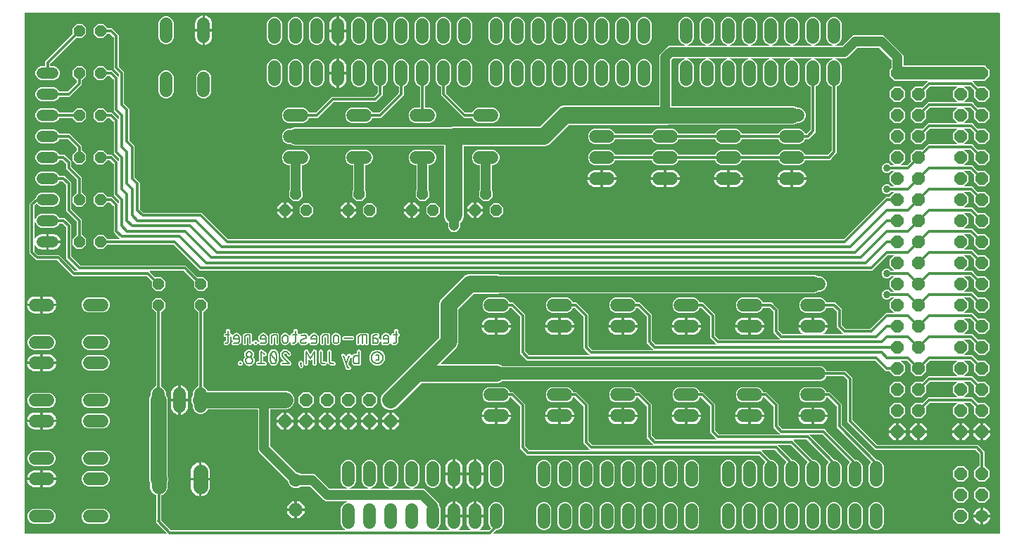
<source format=gbr>
G04 EAGLE Gerber RS-274X export*
G75*
%MOMM*%
%FSLAX34Y34*%
%LPD*%
%INBottom Copper*%
%IPPOS*%
%AMOC8*
5,1,8,0,0,1.08239X$1,22.5*%
G01*
%ADD10C,0.177800*%
%ADD11C,1.524000*%
%ADD12P,1.649562X8X292.500000*%
%ADD13C,1.508000*%
%ADD14C,1.790700*%
%ADD15P,1.732040X8X292.500000*%
%ADD16C,1.600200*%
%ADD17P,1.649562X8X22.500000*%
%ADD18C,1.524000*%
%ADD19P,1.649562X8X112.500000*%
%ADD20P,1.429621X8X202.500000*%
%ADD21P,1.429621X8X112.500000*%
%ADD22C,1.320800*%
%ADD23P,1.429621X8X22.500000*%
%ADD24C,0.304800*%
%ADD25C,1.905000*%
%ADD26C,1.143000*%
%ADD27C,2.032000*%
%ADD28C,0.856400*%
%ADD29C,0.756400*%

G36*
X180611Y10172D02*
X180611Y10172D01*
X180682Y10174D01*
X180731Y10192D01*
X180783Y10200D01*
X180846Y10234D01*
X180913Y10259D01*
X180954Y10291D01*
X181000Y10316D01*
X181049Y10368D01*
X181105Y10412D01*
X181134Y10456D01*
X181169Y10494D01*
X181200Y10559D01*
X181238Y10619D01*
X181251Y10670D01*
X181273Y10717D01*
X181281Y10788D01*
X181298Y10858D01*
X181294Y10910D01*
X181300Y10961D01*
X181285Y11032D01*
X181279Y11103D01*
X181259Y11151D01*
X181248Y11202D01*
X181211Y11263D01*
X181183Y11329D01*
X181138Y11385D01*
X181122Y11413D01*
X181104Y11428D01*
X181078Y11460D01*
X170410Y22128D01*
X168401Y24137D01*
X168401Y26663D01*
X168578Y26840D01*
X168631Y26914D01*
X168691Y26983D01*
X168703Y27013D01*
X168722Y27040D01*
X168749Y27127D01*
X168783Y27211D01*
X168787Y27252D01*
X168794Y27275D01*
X168793Y27307D01*
X168801Y27378D01*
X168801Y56659D01*
X168782Y56774D01*
X168765Y56890D01*
X168763Y56896D01*
X168762Y56902D01*
X168707Y57004D01*
X168654Y57109D01*
X168649Y57114D01*
X168646Y57119D01*
X168562Y57199D01*
X168478Y57282D01*
X168472Y57285D01*
X168468Y57289D01*
X168451Y57296D01*
X168331Y57362D01*
X165915Y58363D01*
X162967Y61311D01*
X161372Y65162D01*
X161372Y71905D01*
X161361Y71970D01*
X161361Y72035D01*
X161337Y72116D01*
X161332Y72148D01*
X161323Y72165D01*
X161314Y72197D01*
X160400Y74402D01*
X160400Y173648D01*
X162083Y177709D01*
X162136Y177783D01*
X162195Y177852D01*
X162207Y177882D01*
X162226Y177909D01*
X162253Y177996D01*
X162287Y178081D01*
X162291Y178121D01*
X162298Y178144D01*
X162297Y178176D01*
X162305Y178247D01*
X162305Y180889D01*
X163697Y184250D01*
X166270Y186823D01*
X167931Y187511D01*
X168031Y187572D01*
X168131Y187632D01*
X168135Y187637D01*
X168140Y187640D01*
X168215Y187730D01*
X168291Y187819D01*
X168293Y187825D01*
X168297Y187830D01*
X168339Y187938D01*
X168383Y188047D01*
X168384Y188055D01*
X168385Y188059D01*
X168386Y188078D01*
X168401Y188214D01*
X168401Y276988D01*
X168387Y277078D01*
X168379Y277169D01*
X168367Y277198D01*
X168362Y277230D01*
X168319Y277311D01*
X168283Y277395D01*
X168257Y277427D01*
X168246Y277448D01*
X168223Y277470D01*
X168178Y277526D01*
X163321Y282383D01*
X163321Y289117D01*
X168083Y293879D01*
X174817Y293879D01*
X179579Y289117D01*
X179579Y282383D01*
X174722Y277526D01*
X174669Y277452D01*
X174609Y277383D01*
X174597Y277352D01*
X174578Y277326D01*
X174551Y277239D01*
X174517Y277154D01*
X174513Y277113D01*
X174506Y277091D01*
X174507Y277059D01*
X174499Y276988D01*
X174499Y188214D01*
X174518Y188099D01*
X174535Y187983D01*
X174537Y187977D01*
X174538Y187971D01*
X174593Y187869D01*
X174646Y187764D01*
X174651Y187759D01*
X174654Y187754D01*
X174738Y187674D01*
X174822Y187592D01*
X174828Y187588D01*
X174832Y187585D01*
X174849Y187577D01*
X174969Y187511D01*
X176630Y186823D01*
X179203Y184250D01*
X180595Y180889D01*
X180595Y178247D01*
X180609Y178157D01*
X180617Y178066D01*
X180629Y178036D01*
X180634Y178004D01*
X180677Y177924D01*
X180713Y177840D01*
X180739Y177808D01*
X180750Y177787D01*
X180773Y177765D01*
X180817Y177709D01*
X182500Y173648D01*
X182500Y79515D01*
X182510Y79450D01*
X182511Y79385D01*
X182534Y79305D01*
X182539Y79272D01*
X182549Y79255D01*
X182558Y79224D01*
X182900Y78398D01*
X182900Y74002D01*
X182386Y72762D01*
X182371Y72698D01*
X182347Y72638D01*
X182338Y72555D01*
X182330Y72523D01*
X182332Y72503D01*
X182328Y72471D01*
X182328Y65162D01*
X180733Y61311D01*
X177785Y58363D01*
X175369Y57362D01*
X175269Y57301D01*
X175169Y57241D01*
X175165Y57236D01*
X175160Y57233D01*
X175085Y57143D01*
X175009Y57054D01*
X175007Y57048D01*
X175003Y57043D01*
X174961Y56935D01*
X174917Y56826D01*
X174916Y56818D01*
X174915Y56814D01*
X174914Y56795D01*
X174899Y56659D01*
X174899Y26578D01*
X174913Y26488D01*
X174921Y26397D01*
X174933Y26367D01*
X174938Y26335D01*
X174981Y26255D01*
X175017Y26171D01*
X175043Y26139D01*
X175054Y26118D01*
X175077Y26096D01*
X175122Y26040D01*
X186206Y14956D01*
X186280Y14903D01*
X186349Y14843D01*
X186379Y14831D01*
X186406Y14812D01*
X186493Y14785D01*
X186577Y14751D01*
X186618Y14747D01*
X186641Y14740D01*
X186673Y14741D01*
X186744Y14733D01*
X395014Y14733D01*
X395110Y14748D01*
X395207Y14758D01*
X395231Y14768D01*
X395256Y14772D01*
X395342Y14818D01*
X395431Y14858D01*
X395451Y14875D01*
X395474Y14888D01*
X395541Y14958D01*
X395613Y15024D01*
X395625Y15047D01*
X395643Y15066D01*
X395684Y15154D01*
X395731Y15240D01*
X395736Y15265D01*
X395747Y15289D01*
X395758Y15386D01*
X395775Y15482D01*
X395771Y15508D01*
X395774Y15533D01*
X395753Y15628D01*
X395739Y15725D01*
X395727Y15748D01*
X395722Y15774D01*
X395672Y15857D01*
X395628Y15944D01*
X395609Y15963D01*
X395595Y15985D01*
X395521Y16048D01*
X395452Y16116D01*
X395423Y16132D01*
X395409Y16145D01*
X395378Y16157D01*
X395305Y16197D01*
X394870Y16377D01*
X392297Y18950D01*
X390905Y22311D01*
X390905Y41189D01*
X392297Y44550D01*
X394870Y47123D01*
X398064Y48446D01*
X398147Y48497D01*
X398233Y48543D01*
X398251Y48561D01*
X398273Y48575D01*
X398336Y48651D01*
X398403Y48721D01*
X398414Y48745D01*
X398430Y48765D01*
X398465Y48856D01*
X398506Y48944D01*
X398509Y48970D01*
X398518Y48994D01*
X398523Y49092D01*
X398533Y49188D01*
X398528Y49214D01*
X398529Y49240D01*
X398502Y49334D01*
X398481Y49429D01*
X398468Y49451D01*
X398460Y49476D01*
X398405Y49556D01*
X398355Y49640D01*
X398335Y49657D01*
X398320Y49678D01*
X398242Y49737D01*
X398168Y49800D01*
X398144Y49810D01*
X398123Y49825D01*
X398030Y49855D01*
X397940Y49892D01*
X397907Y49895D01*
X397889Y49901D01*
X397856Y49901D01*
X397773Y49910D01*
X373210Y49910D01*
X370549Y51012D01*
X354094Y67467D01*
X354020Y67520D01*
X353951Y67580D01*
X353921Y67592D01*
X353894Y67611D01*
X353807Y67638D01*
X353723Y67672D01*
X353682Y67676D01*
X353659Y67683D01*
X353627Y67682D01*
X353556Y67690D01*
X343097Y67690D01*
X343007Y67676D01*
X342916Y67668D01*
X342886Y67656D01*
X342854Y67651D01*
X342774Y67608D01*
X342690Y67572D01*
X342658Y67546D01*
X342637Y67535D01*
X342615Y67512D01*
X342559Y67467D01*
X341946Y66854D01*
X338445Y65404D01*
X334655Y65404D01*
X331154Y66854D01*
X328474Y69534D01*
X327024Y73035D01*
X327024Y73902D01*
X327010Y73992D01*
X327002Y74083D01*
X326990Y74113D01*
X326985Y74145D01*
X326942Y74225D01*
X326906Y74309D01*
X326880Y74341D01*
X326869Y74362D01*
X326846Y74384D01*
X326801Y74440D01*
X294456Y106785D01*
X292312Y108929D01*
X291210Y111590D01*
X291210Y159639D01*
X291207Y159659D01*
X291209Y159678D01*
X291187Y159780D01*
X291171Y159882D01*
X291161Y159899D01*
X291157Y159919D01*
X291104Y160008D01*
X291055Y160099D01*
X291041Y160113D01*
X291031Y160130D01*
X290952Y160197D01*
X290877Y160269D01*
X290859Y160277D01*
X290844Y160290D01*
X290748Y160329D01*
X290654Y160372D01*
X290634Y160374D01*
X290616Y160382D01*
X290449Y160400D01*
X231236Y160400D01*
X231121Y160381D01*
X231005Y160364D01*
X231000Y160362D01*
X230993Y160361D01*
X230891Y160306D01*
X230786Y160253D01*
X230782Y160248D01*
X230776Y160245D01*
X230696Y160161D01*
X230614Y160077D01*
X230610Y160071D01*
X230607Y160067D01*
X230599Y160050D01*
X230533Y159930D01*
X230003Y158650D01*
X227430Y156077D01*
X224069Y154685D01*
X220431Y154685D01*
X217070Y156077D01*
X214497Y158650D01*
X213105Y162011D01*
X213105Y164653D01*
X213091Y164743D01*
X213083Y164834D01*
X213071Y164864D01*
X213066Y164896D01*
X213023Y164976D01*
X212987Y165060D01*
X212961Y165092D01*
X212950Y165113D01*
X212927Y165135D01*
X212883Y165191D01*
X211200Y169252D01*
X211200Y173648D01*
X212883Y177709D01*
X212936Y177783D01*
X212995Y177852D01*
X213007Y177882D01*
X213026Y177909D01*
X213053Y177996D01*
X213087Y178081D01*
X213091Y178121D01*
X213098Y178144D01*
X213097Y178176D01*
X213105Y178247D01*
X213105Y180889D01*
X214497Y184250D01*
X217070Y186823D01*
X218731Y187511D01*
X218831Y187572D01*
X218931Y187632D01*
X218935Y187637D01*
X218940Y187640D01*
X219015Y187730D01*
X219091Y187819D01*
X219093Y187825D01*
X219097Y187830D01*
X219139Y187938D01*
X219183Y188047D01*
X219184Y188055D01*
X219185Y188059D01*
X219186Y188078D01*
X219201Y188214D01*
X219201Y276988D01*
X219187Y277078D01*
X219179Y277169D01*
X219167Y277198D01*
X219162Y277230D01*
X219119Y277311D01*
X219083Y277395D01*
X219057Y277427D01*
X219046Y277448D01*
X219023Y277470D01*
X218978Y277526D01*
X214121Y282383D01*
X214121Y289117D01*
X218883Y293879D01*
X225617Y293879D01*
X230379Y289117D01*
X230379Y282383D01*
X225522Y277526D01*
X225469Y277452D01*
X225409Y277383D01*
X225397Y277352D01*
X225378Y277326D01*
X225351Y277239D01*
X225317Y277154D01*
X225313Y277113D01*
X225306Y277091D01*
X225307Y277059D01*
X225299Y276988D01*
X225299Y188214D01*
X225318Y188099D01*
X225335Y187983D01*
X225337Y187977D01*
X225338Y187971D01*
X225393Y187869D01*
X225446Y187764D01*
X225451Y187759D01*
X225454Y187754D01*
X225538Y187674D01*
X225622Y187592D01*
X225628Y187588D01*
X225632Y187585D01*
X225649Y187577D01*
X225769Y187511D01*
X227430Y186823D01*
X230003Y184250D01*
X230533Y182970D01*
X230594Y182870D01*
X230654Y182770D01*
X230659Y182766D01*
X230663Y182761D01*
X230752Y182686D01*
X230841Y182610D01*
X230847Y182608D01*
X230852Y182604D01*
X230960Y182562D01*
X231069Y182518D01*
X231077Y182517D01*
X231082Y182516D01*
X231100Y182515D01*
X231236Y182500D01*
X326048Y182500D01*
X330109Y180817D01*
X333217Y177709D01*
X334900Y173648D01*
X334900Y169252D01*
X333217Y165191D01*
X330109Y162083D01*
X326048Y160400D01*
X306451Y160400D01*
X306431Y160397D01*
X306412Y160399D01*
X306310Y160377D01*
X306208Y160361D01*
X306191Y160351D01*
X306171Y160347D01*
X306082Y160294D01*
X305991Y160245D01*
X305977Y160231D01*
X305960Y160221D01*
X305893Y160142D01*
X305821Y160067D01*
X305813Y160049D01*
X305800Y160034D01*
X305761Y159938D01*
X305718Y159844D01*
X305716Y159824D01*
X305708Y159806D01*
X305690Y159639D01*
X305690Y116344D01*
X305704Y116254D01*
X305712Y116163D01*
X305724Y116133D01*
X305729Y116101D01*
X305772Y116021D01*
X305808Y115937D01*
X305834Y115905D01*
X305845Y115884D01*
X305868Y115862D01*
X305913Y115806D01*
X337040Y84679D01*
X337114Y84626D01*
X337183Y84566D01*
X337213Y84554D01*
X337240Y84535D01*
X337327Y84508D01*
X337411Y84474D01*
X337452Y84470D01*
X337475Y84463D01*
X337507Y84464D01*
X337578Y84456D01*
X338445Y84456D01*
X341946Y83006D01*
X342559Y82393D01*
X342633Y82340D01*
X342702Y82280D01*
X342732Y82268D01*
X342758Y82249D01*
X342845Y82222D01*
X342930Y82188D01*
X342971Y82184D01*
X342994Y82177D01*
X343026Y82178D01*
X343097Y82170D01*
X358310Y82170D01*
X360971Y81068D01*
X377426Y64613D01*
X377500Y64560D01*
X377569Y64500D01*
X377599Y64488D01*
X377626Y64469D01*
X377713Y64442D01*
X377797Y64408D01*
X377838Y64404D01*
X377861Y64397D01*
X377893Y64398D01*
X377964Y64390D01*
X397773Y64390D01*
X397869Y64405D01*
X397966Y64415D01*
X397990Y64425D01*
X398016Y64429D01*
X398102Y64475D01*
X398191Y64515D01*
X398210Y64532D01*
X398233Y64545D01*
X398300Y64615D01*
X398372Y64681D01*
X398385Y64704D01*
X398403Y64723D01*
X398444Y64811D01*
X398491Y64897D01*
X398495Y64922D01*
X398506Y64946D01*
X398517Y65043D01*
X398534Y65139D01*
X398530Y65165D01*
X398533Y65190D01*
X398513Y65286D01*
X398498Y65382D01*
X398487Y65405D01*
X398481Y65431D01*
X398431Y65514D01*
X398387Y65601D01*
X398368Y65620D01*
X398355Y65642D01*
X398281Y65705D01*
X398211Y65773D01*
X398183Y65789D01*
X398168Y65802D01*
X398137Y65814D01*
X398064Y65854D01*
X394870Y67177D01*
X392297Y69750D01*
X390905Y73111D01*
X390905Y91989D01*
X392297Y95350D01*
X394870Y97923D01*
X398231Y99315D01*
X401869Y99315D01*
X405230Y97923D01*
X407803Y95350D01*
X409195Y91989D01*
X409195Y73111D01*
X407803Y69750D01*
X405230Y67177D01*
X402036Y65854D01*
X401953Y65803D01*
X401867Y65757D01*
X401849Y65739D01*
X401827Y65725D01*
X401764Y65649D01*
X401697Y65579D01*
X401686Y65555D01*
X401670Y65535D01*
X401635Y65444D01*
X401594Y65356D01*
X401591Y65330D01*
X401582Y65306D01*
X401577Y65208D01*
X401567Y65112D01*
X401572Y65086D01*
X401571Y65060D01*
X401598Y64966D01*
X401619Y64871D01*
X401632Y64849D01*
X401640Y64824D01*
X401695Y64744D01*
X401745Y64660D01*
X401765Y64643D01*
X401780Y64622D01*
X401858Y64563D01*
X401932Y64500D01*
X401956Y64490D01*
X401977Y64475D01*
X402070Y64445D01*
X402160Y64408D01*
X402193Y64405D01*
X402211Y64399D01*
X402244Y64399D01*
X402327Y64390D01*
X423173Y64390D01*
X423269Y64405D01*
X423366Y64415D01*
X423390Y64425D01*
X423416Y64429D01*
X423502Y64475D01*
X423591Y64515D01*
X423610Y64532D01*
X423633Y64545D01*
X423700Y64615D01*
X423772Y64681D01*
X423785Y64704D01*
X423803Y64723D01*
X423844Y64811D01*
X423891Y64897D01*
X423895Y64922D01*
X423906Y64946D01*
X423917Y65043D01*
X423934Y65139D01*
X423930Y65165D01*
X423933Y65190D01*
X423913Y65286D01*
X423898Y65382D01*
X423887Y65405D01*
X423881Y65431D01*
X423831Y65514D01*
X423787Y65601D01*
X423768Y65620D01*
X423755Y65642D01*
X423681Y65705D01*
X423611Y65773D01*
X423583Y65789D01*
X423568Y65802D01*
X423537Y65814D01*
X423464Y65854D01*
X420270Y67177D01*
X417697Y69750D01*
X416305Y73111D01*
X416305Y91989D01*
X417697Y95350D01*
X420270Y97923D01*
X423631Y99315D01*
X427269Y99315D01*
X430630Y97923D01*
X433203Y95350D01*
X434595Y91989D01*
X434595Y73111D01*
X433203Y69750D01*
X430630Y67177D01*
X427436Y65854D01*
X427353Y65803D01*
X427267Y65757D01*
X427249Y65739D01*
X427227Y65725D01*
X427164Y65649D01*
X427097Y65579D01*
X427086Y65555D01*
X427070Y65535D01*
X427035Y65444D01*
X426994Y65356D01*
X426991Y65330D01*
X426982Y65306D01*
X426977Y65208D01*
X426967Y65112D01*
X426972Y65086D01*
X426971Y65060D01*
X426998Y64966D01*
X427019Y64871D01*
X427032Y64849D01*
X427040Y64824D01*
X427095Y64744D01*
X427145Y64660D01*
X427165Y64643D01*
X427180Y64622D01*
X427258Y64563D01*
X427332Y64500D01*
X427356Y64490D01*
X427377Y64475D01*
X427470Y64445D01*
X427560Y64408D01*
X427593Y64405D01*
X427611Y64399D01*
X427644Y64399D01*
X427727Y64390D01*
X448573Y64390D01*
X448669Y64405D01*
X448766Y64415D01*
X448790Y64425D01*
X448816Y64429D01*
X448902Y64475D01*
X448991Y64515D01*
X449010Y64532D01*
X449033Y64545D01*
X449100Y64615D01*
X449172Y64681D01*
X449185Y64704D01*
X449203Y64723D01*
X449244Y64811D01*
X449291Y64897D01*
X449295Y64922D01*
X449306Y64946D01*
X449317Y65043D01*
X449334Y65139D01*
X449330Y65165D01*
X449333Y65190D01*
X449313Y65286D01*
X449298Y65382D01*
X449287Y65405D01*
X449281Y65431D01*
X449231Y65514D01*
X449187Y65601D01*
X449168Y65620D01*
X449155Y65642D01*
X449081Y65705D01*
X449011Y65773D01*
X448983Y65789D01*
X448968Y65802D01*
X448937Y65814D01*
X448864Y65854D01*
X445670Y67177D01*
X443097Y69750D01*
X441705Y73111D01*
X441705Y91989D01*
X443097Y95350D01*
X445670Y97923D01*
X449031Y99315D01*
X452669Y99315D01*
X456030Y97923D01*
X458603Y95350D01*
X459995Y91989D01*
X459995Y73111D01*
X458603Y69750D01*
X456030Y67177D01*
X452836Y65854D01*
X452753Y65803D01*
X452667Y65757D01*
X452649Y65739D01*
X452627Y65725D01*
X452564Y65649D01*
X452497Y65579D01*
X452486Y65555D01*
X452470Y65535D01*
X452435Y65444D01*
X452394Y65356D01*
X452391Y65330D01*
X452382Y65306D01*
X452377Y65208D01*
X452367Y65112D01*
X452372Y65086D01*
X452371Y65060D01*
X452398Y64966D01*
X452419Y64871D01*
X452432Y64849D01*
X452440Y64824D01*
X452495Y64744D01*
X452545Y64660D01*
X452565Y64643D01*
X452580Y64622D01*
X452658Y64563D01*
X452732Y64500D01*
X452756Y64490D01*
X452777Y64475D01*
X452870Y64445D01*
X452960Y64408D01*
X452993Y64405D01*
X453011Y64399D01*
X453044Y64399D01*
X453127Y64390D01*
X473973Y64390D01*
X474069Y64405D01*
X474166Y64415D01*
X474190Y64425D01*
X474216Y64429D01*
X474302Y64475D01*
X474391Y64515D01*
X474410Y64532D01*
X474433Y64545D01*
X474500Y64615D01*
X474572Y64681D01*
X474585Y64704D01*
X474603Y64723D01*
X474644Y64811D01*
X474691Y64897D01*
X474695Y64922D01*
X474706Y64946D01*
X474717Y65043D01*
X474734Y65139D01*
X474730Y65165D01*
X474733Y65190D01*
X474713Y65286D01*
X474698Y65382D01*
X474687Y65405D01*
X474681Y65431D01*
X474631Y65514D01*
X474587Y65601D01*
X474568Y65620D01*
X474555Y65642D01*
X474481Y65705D01*
X474411Y65773D01*
X474383Y65789D01*
X474368Y65802D01*
X474337Y65814D01*
X474264Y65854D01*
X471070Y67177D01*
X468497Y69750D01*
X467105Y73111D01*
X467105Y91989D01*
X468497Y95350D01*
X471070Y97923D01*
X474431Y99315D01*
X478069Y99315D01*
X481430Y97923D01*
X484003Y95350D01*
X485395Y91989D01*
X485395Y73111D01*
X484003Y69750D01*
X481430Y67177D01*
X478236Y65854D01*
X478153Y65803D01*
X478067Y65757D01*
X478049Y65739D01*
X478027Y65725D01*
X477964Y65649D01*
X477897Y65579D01*
X477886Y65555D01*
X477870Y65535D01*
X477835Y65444D01*
X477794Y65356D01*
X477791Y65330D01*
X477782Y65306D01*
X477777Y65208D01*
X477767Y65112D01*
X477772Y65086D01*
X477771Y65060D01*
X477798Y64966D01*
X477819Y64871D01*
X477832Y64849D01*
X477840Y64824D01*
X477895Y64744D01*
X477945Y64660D01*
X477965Y64643D01*
X477980Y64622D01*
X478058Y64563D01*
X478132Y64500D01*
X478156Y64490D01*
X478177Y64475D01*
X478270Y64445D01*
X478360Y64408D01*
X478393Y64405D01*
X478411Y64399D01*
X478444Y64399D01*
X478527Y64390D01*
X490390Y64390D01*
X493051Y63288D01*
X507788Y48551D01*
X508890Y45890D01*
X508890Y45378D01*
X508904Y45288D01*
X508912Y45197D01*
X508924Y45167D01*
X508929Y45135D01*
X508972Y45055D01*
X509008Y44971D01*
X509034Y44939D01*
X509045Y44918D01*
X509068Y44896D01*
X509113Y44840D01*
X509403Y44550D01*
X510795Y41189D01*
X510795Y22311D01*
X509403Y18950D01*
X506830Y16377D01*
X506395Y16197D01*
X506312Y16146D01*
X506226Y16100D01*
X506208Y16081D01*
X506186Y16068D01*
X506124Y15993D01*
X506057Y15922D01*
X506046Y15898D01*
X506029Y15878D01*
X505994Y15787D01*
X505953Y15699D01*
X505950Y15673D01*
X505941Y15649D01*
X505937Y15551D01*
X505926Y15455D01*
X505932Y15429D01*
X505931Y15403D01*
X505958Y15309D01*
X505978Y15214D01*
X505992Y15192D01*
X505999Y15167D01*
X506055Y15087D01*
X506105Y15003D01*
X506124Y14986D01*
X506139Y14965D01*
X506217Y14907D01*
X506291Y14843D01*
X506316Y14833D01*
X506337Y14818D01*
X506429Y14788D01*
X506520Y14751D01*
X506552Y14748D01*
X506571Y14742D01*
X506604Y14742D01*
X506686Y14733D01*
X520355Y14733D01*
X520363Y14734D01*
X520371Y14733D01*
X520485Y14754D01*
X520598Y14772D01*
X520605Y14776D01*
X520613Y14778D01*
X520714Y14834D01*
X520815Y14888D01*
X520821Y14893D01*
X520828Y14897D01*
X520905Y14983D01*
X520984Y15066D01*
X520988Y15073D01*
X520993Y15079D01*
X521040Y15185D01*
X521088Y15289D01*
X521089Y15297D01*
X521092Y15304D01*
X521103Y15420D01*
X521115Y15533D01*
X521113Y15541D01*
X521114Y15549D01*
X521087Y15661D01*
X521063Y15774D01*
X521059Y15781D01*
X521057Y15788D01*
X520996Y15886D01*
X520937Y15985D01*
X520931Y15990D01*
X520926Y15997D01*
X520802Y16110D01*
X520431Y16380D01*
X519300Y17511D01*
X518360Y18805D01*
X517634Y20230D01*
X517139Y21751D01*
X516889Y23330D01*
X516889Y30227D01*
X526288Y30227D01*
X526308Y30230D01*
X526327Y30228D01*
X526429Y30250D01*
X526531Y30267D01*
X526548Y30276D01*
X526568Y30280D01*
X526657Y30333D01*
X526748Y30382D01*
X526762Y30396D01*
X526779Y30406D01*
X526846Y30485D01*
X526917Y30560D01*
X526926Y30578D01*
X526939Y30593D01*
X526977Y30689D01*
X527021Y30783D01*
X527023Y30803D01*
X527031Y30821D01*
X527049Y30988D01*
X527049Y31751D01*
X527051Y31751D01*
X527051Y30988D01*
X527054Y30968D01*
X527052Y30949D01*
X527074Y30847D01*
X527091Y30745D01*
X527100Y30728D01*
X527104Y30708D01*
X527157Y30619D01*
X527206Y30528D01*
X527220Y30514D01*
X527230Y30497D01*
X527309Y30430D01*
X527384Y30359D01*
X527402Y30350D01*
X527417Y30337D01*
X527513Y30298D01*
X527607Y30255D01*
X527627Y30253D01*
X527645Y30245D01*
X527812Y30227D01*
X537211Y30227D01*
X537211Y23330D01*
X536961Y21751D01*
X536466Y20230D01*
X535740Y18805D01*
X534800Y17511D01*
X533669Y16380D01*
X533298Y16110D01*
X533292Y16104D01*
X533285Y16100D01*
X533206Y16017D01*
X533125Y15935D01*
X533121Y15928D01*
X533116Y15922D01*
X533067Y15817D01*
X533016Y15714D01*
X533015Y15706D01*
X533012Y15699D01*
X532999Y15584D01*
X532984Y15470D01*
X532986Y15462D01*
X532985Y15455D01*
X533009Y15342D01*
X533031Y15229D01*
X533035Y15222D01*
X533037Y15214D01*
X533096Y15115D01*
X533153Y15015D01*
X533159Y15010D01*
X533163Y15003D01*
X533251Y14928D01*
X533337Y14852D01*
X533344Y14848D01*
X533350Y14843D01*
X533458Y14800D01*
X533563Y14755D01*
X533571Y14754D01*
X533578Y14751D01*
X533745Y14733D01*
X545755Y14733D01*
X545763Y14734D01*
X545771Y14733D01*
X545884Y14754D01*
X545998Y14772D01*
X546005Y14776D01*
X546013Y14778D01*
X546114Y14834D01*
X546215Y14888D01*
X546221Y14893D01*
X546228Y14897D01*
X546305Y14982D01*
X546384Y15066D01*
X546388Y15073D01*
X546393Y15079D01*
X546439Y15184D01*
X546488Y15289D01*
X546489Y15297D01*
X546492Y15304D01*
X546502Y15419D01*
X546515Y15533D01*
X546513Y15541D01*
X546514Y15549D01*
X546487Y15662D01*
X546463Y15774D01*
X546459Y15781D01*
X546457Y15788D01*
X546396Y15886D01*
X546337Y15985D01*
X546331Y15990D01*
X546326Y15997D01*
X546202Y16110D01*
X545831Y16380D01*
X544700Y17511D01*
X543760Y18805D01*
X543034Y20230D01*
X542539Y21751D01*
X542289Y23330D01*
X542289Y30227D01*
X551688Y30227D01*
X551708Y30230D01*
X551727Y30228D01*
X551829Y30250D01*
X551931Y30267D01*
X551948Y30276D01*
X551968Y30280D01*
X552057Y30333D01*
X552148Y30382D01*
X552162Y30396D01*
X552179Y30406D01*
X552246Y30485D01*
X552317Y30560D01*
X552326Y30578D01*
X552339Y30593D01*
X552377Y30689D01*
X552421Y30783D01*
X552423Y30803D01*
X552431Y30821D01*
X552449Y30988D01*
X552449Y31751D01*
X552451Y31751D01*
X552451Y30988D01*
X552454Y30968D01*
X552452Y30949D01*
X552474Y30847D01*
X552491Y30745D01*
X552500Y30728D01*
X552504Y30708D01*
X552557Y30619D01*
X552606Y30528D01*
X552620Y30514D01*
X552630Y30497D01*
X552709Y30430D01*
X552784Y30359D01*
X552802Y30350D01*
X552817Y30337D01*
X552913Y30298D01*
X553007Y30255D01*
X553027Y30253D01*
X553045Y30245D01*
X553212Y30227D01*
X562611Y30227D01*
X562611Y23330D01*
X562361Y21751D01*
X561866Y20230D01*
X561140Y18805D01*
X560200Y17511D01*
X559069Y16380D01*
X558698Y16110D01*
X558692Y16104D01*
X558685Y16100D01*
X558606Y16017D01*
X558525Y15935D01*
X558521Y15928D01*
X558516Y15922D01*
X558467Y15817D01*
X558416Y15714D01*
X558415Y15706D01*
X558412Y15699D01*
X558399Y15585D01*
X558384Y15470D01*
X558386Y15462D01*
X558385Y15455D01*
X558409Y15342D01*
X558431Y15229D01*
X558435Y15222D01*
X558437Y15214D01*
X558496Y15116D01*
X558553Y15015D01*
X558559Y15010D01*
X558563Y15003D01*
X558651Y14928D01*
X558737Y14852D01*
X558744Y14848D01*
X558750Y14843D01*
X558858Y14800D01*
X558963Y14755D01*
X558971Y14754D01*
X558978Y14751D01*
X559145Y14733D01*
X568906Y14733D01*
X568996Y14747D01*
X569087Y14755D01*
X569117Y14767D01*
X569149Y14772D01*
X569229Y14815D01*
X569313Y14851D01*
X569345Y14877D01*
X569366Y14888D01*
X569388Y14911D01*
X569444Y14956D01*
X571230Y16741D01*
X571241Y16757D01*
X571257Y16770D01*
X571313Y16857D01*
X571373Y16941D01*
X571379Y16960D01*
X571390Y16977D01*
X571415Y17077D01*
X571446Y17176D01*
X571445Y17196D01*
X571450Y17215D01*
X571442Y17318D01*
X571439Y17422D01*
X571432Y17441D01*
X571431Y17460D01*
X571390Y17555D01*
X571355Y17653D01*
X571342Y17669D01*
X571334Y17687D01*
X571230Y17818D01*
X570097Y18950D01*
X568705Y22311D01*
X568705Y41189D01*
X570097Y44550D01*
X572670Y47123D01*
X576031Y48515D01*
X579669Y48515D01*
X583030Y47123D01*
X585603Y44550D01*
X586995Y41189D01*
X586995Y22311D01*
X585603Y18950D01*
X583030Y16377D01*
X579669Y14985D01*
X578412Y14985D01*
X578322Y14971D01*
X578231Y14963D01*
X578201Y14951D01*
X578169Y14946D01*
X578089Y14903D01*
X578005Y14867D01*
X577973Y14841D01*
X577952Y14830D01*
X577930Y14807D01*
X577874Y14762D01*
X574572Y11460D01*
X574530Y11402D01*
X574481Y11350D01*
X574459Y11303D01*
X574428Y11261D01*
X574407Y11192D01*
X574377Y11127D01*
X574371Y11075D01*
X574356Y11025D01*
X574358Y10954D01*
X574350Y10883D01*
X574361Y10832D01*
X574362Y10780D01*
X574387Y10712D01*
X574402Y10642D01*
X574429Y10598D01*
X574447Y10549D01*
X574492Y10493D01*
X574528Y10431D01*
X574568Y10397D01*
X574600Y10357D01*
X574661Y10318D01*
X574715Y10271D01*
X574764Y10252D01*
X574807Y10224D01*
X574877Y10206D01*
X574943Y10179D01*
X575015Y10171D01*
X575046Y10163D01*
X575069Y10165D01*
X575110Y10161D01*
X1182878Y10161D01*
X1182898Y10164D01*
X1182917Y10162D01*
X1183019Y10184D01*
X1183121Y10200D01*
X1183138Y10210D01*
X1183158Y10214D01*
X1183247Y10267D01*
X1183338Y10316D01*
X1183352Y10330D01*
X1183369Y10340D01*
X1183436Y10419D01*
X1183508Y10494D01*
X1183516Y10512D01*
X1183529Y10527D01*
X1183568Y10623D01*
X1183611Y10717D01*
X1183613Y10737D01*
X1183621Y10755D01*
X1183639Y10922D01*
X1183639Y636778D01*
X1183636Y636798D01*
X1183638Y636817D01*
X1183616Y636919D01*
X1183600Y637021D01*
X1183590Y637038D01*
X1183586Y637058D01*
X1183533Y637147D01*
X1183484Y637238D01*
X1183470Y637252D01*
X1183460Y637269D01*
X1183381Y637336D01*
X1183306Y637408D01*
X1183288Y637416D01*
X1183273Y637429D01*
X1183177Y637468D01*
X1183083Y637511D01*
X1183063Y637513D01*
X1183045Y637521D01*
X1182878Y637539D01*
X10922Y637539D01*
X10902Y637536D01*
X10883Y637538D01*
X10781Y637516D01*
X10679Y637500D01*
X10662Y637490D01*
X10642Y637486D01*
X10553Y637433D01*
X10462Y637384D01*
X10448Y637370D01*
X10431Y637360D01*
X10364Y637281D01*
X10292Y637206D01*
X10284Y637188D01*
X10271Y637173D01*
X10232Y637077D01*
X10189Y636983D01*
X10187Y636963D01*
X10179Y636945D01*
X10161Y636778D01*
X10161Y10922D01*
X10164Y10902D01*
X10162Y10883D01*
X10184Y10781D01*
X10200Y10679D01*
X10210Y10662D01*
X10214Y10642D01*
X10267Y10553D01*
X10316Y10462D01*
X10330Y10448D01*
X10340Y10431D01*
X10419Y10364D01*
X10494Y10292D01*
X10512Y10284D01*
X10527Y10271D01*
X10623Y10232D01*
X10717Y10189D01*
X10737Y10187D01*
X10755Y10179D01*
X10922Y10161D01*
X180540Y10161D01*
X180611Y10172D01*
G37*
%LPC*%
G36*
X1082062Y149605D02*
X1082062Y149605D01*
X1076705Y154962D01*
X1076705Y162538D01*
X1082062Y167895D01*
X1089642Y167895D01*
X1089651Y167883D01*
X1089738Y167827D01*
X1089822Y167767D01*
X1089841Y167761D01*
X1089858Y167750D01*
X1089958Y167725D01*
X1090057Y167694D01*
X1090077Y167695D01*
X1090096Y167690D01*
X1090199Y167698D01*
X1090303Y167701D01*
X1090322Y167708D01*
X1090342Y167709D01*
X1090436Y167750D01*
X1090534Y167785D01*
X1090550Y167798D01*
X1090568Y167806D01*
X1090699Y167910D01*
X1095278Y172490D01*
X1097287Y174499D01*
X1131531Y174499D01*
X1131602Y174510D01*
X1131673Y174512D01*
X1131722Y174530D01*
X1131774Y174538D01*
X1131837Y174572D01*
X1131904Y174597D01*
X1131945Y174629D01*
X1131991Y174654D01*
X1132040Y174706D01*
X1132096Y174750D01*
X1132125Y174794D01*
X1132160Y174832D01*
X1132191Y174897D01*
X1132229Y174957D01*
X1132242Y175008D01*
X1132264Y175055D01*
X1132272Y175126D01*
X1132289Y175196D01*
X1132285Y175248D01*
X1132291Y175299D01*
X1132276Y175370D01*
X1132270Y175441D01*
X1132250Y175489D01*
X1132239Y175540D01*
X1132202Y175601D01*
X1132174Y175667D01*
X1132129Y175723D01*
X1132113Y175751D01*
X1132095Y175766D01*
X1132069Y175798D01*
X1127505Y180362D01*
X1127505Y187938D01*
X1132069Y192502D01*
X1132111Y192560D01*
X1132160Y192612D01*
X1132182Y192659D01*
X1132213Y192701D01*
X1132234Y192770D01*
X1132264Y192835D01*
X1132270Y192887D01*
X1132285Y192937D01*
X1132283Y193008D01*
X1132291Y193079D01*
X1132280Y193130D01*
X1132279Y193182D01*
X1132254Y193250D01*
X1132239Y193320D01*
X1132212Y193365D01*
X1132194Y193413D01*
X1132149Y193469D01*
X1132113Y193531D01*
X1132073Y193565D01*
X1132041Y193605D01*
X1131980Y193644D01*
X1131926Y193691D01*
X1131877Y193710D01*
X1131834Y193738D01*
X1131764Y193756D01*
X1131698Y193783D01*
X1131626Y193791D01*
X1131595Y193799D01*
X1131572Y193797D01*
X1131531Y193801D01*
X1100128Y193801D01*
X1100038Y193787D01*
X1099947Y193779D01*
X1099917Y193767D01*
X1099885Y193762D01*
X1099805Y193719D01*
X1099721Y193683D01*
X1099689Y193657D01*
X1099668Y193646D01*
X1099646Y193623D01*
X1099590Y193578D01*
X1095010Y188999D01*
X1094999Y188983D01*
X1094983Y188970D01*
X1094927Y188883D01*
X1094867Y188799D01*
X1094861Y188780D01*
X1094850Y188763D01*
X1094825Y188663D01*
X1094794Y188564D01*
X1094795Y188544D01*
X1094790Y188525D01*
X1094798Y188422D01*
X1094801Y188318D01*
X1094808Y188299D01*
X1094809Y188280D01*
X1094850Y188185D01*
X1094885Y188087D01*
X1094898Y188071D01*
X1094906Y188053D01*
X1094995Y187942D01*
X1094995Y180362D01*
X1089638Y175005D01*
X1082062Y175005D01*
X1076705Y180362D01*
X1076705Y187938D01*
X1082062Y193295D01*
X1089642Y193295D01*
X1089651Y193283D01*
X1089738Y193227D01*
X1089822Y193167D01*
X1089841Y193161D01*
X1089858Y193150D01*
X1089958Y193125D01*
X1090057Y193094D01*
X1090077Y193095D01*
X1090096Y193090D01*
X1090199Y193098D01*
X1090303Y193101D01*
X1090322Y193108D01*
X1090342Y193109D01*
X1090436Y193150D01*
X1090534Y193185D01*
X1090550Y193198D01*
X1090568Y193206D01*
X1090699Y193310D01*
X1095278Y197890D01*
X1097287Y199899D01*
X1131531Y199899D01*
X1131602Y199910D01*
X1131673Y199912D01*
X1131722Y199930D01*
X1131774Y199938D01*
X1131837Y199972D01*
X1131904Y199997D01*
X1131945Y200029D01*
X1131991Y200054D01*
X1132040Y200106D01*
X1132096Y200150D01*
X1132125Y200194D01*
X1132160Y200232D01*
X1132191Y200297D01*
X1132229Y200357D01*
X1132242Y200408D01*
X1132264Y200455D01*
X1132272Y200526D01*
X1132289Y200596D01*
X1132285Y200648D01*
X1132291Y200699D01*
X1132276Y200770D01*
X1132270Y200841D01*
X1132250Y200889D01*
X1132239Y200940D01*
X1132202Y201001D01*
X1132174Y201067D01*
X1132129Y201123D01*
X1132113Y201151D01*
X1132095Y201166D01*
X1132069Y201198D01*
X1127505Y205762D01*
X1127505Y213338D01*
X1132069Y217902D01*
X1132111Y217960D01*
X1132160Y218012D01*
X1132182Y218059D01*
X1132213Y218101D01*
X1132234Y218170D01*
X1132264Y218235D01*
X1132270Y218287D01*
X1132285Y218337D01*
X1132283Y218408D01*
X1132291Y218479D01*
X1132280Y218530D01*
X1132279Y218582D01*
X1132254Y218650D01*
X1132239Y218720D01*
X1132212Y218765D01*
X1132194Y218813D01*
X1132149Y218869D01*
X1132113Y218931D01*
X1132073Y218965D01*
X1132041Y219005D01*
X1131980Y219044D01*
X1131926Y219091D01*
X1131877Y219110D01*
X1131834Y219138D01*
X1131764Y219156D01*
X1131698Y219183D01*
X1131626Y219191D01*
X1131595Y219199D01*
X1131572Y219197D01*
X1131531Y219201D01*
X1100128Y219201D01*
X1100038Y219187D01*
X1099947Y219179D01*
X1099917Y219167D01*
X1099885Y219162D01*
X1099805Y219119D01*
X1099721Y219083D01*
X1099689Y219057D01*
X1099668Y219046D01*
X1099646Y219023D01*
X1099590Y218978D01*
X1095010Y214399D01*
X1094999Y214383D01*
X1094983Y214370D01*
X1094927Y214283D01*
X1094867Y214199D01*
X1094861Y214180D01*
X1094850Y214163D01*
X1094825Y214063D01*
X1094794Y213964D01*
X1094795Y213944D01*
X1094790Y213925D01*
X1094798Y213822D01*
X1094801Y213718D01*
X1094808Y213699D01*
X1094809Y213679D01*
X1094850Y213585D01*
X1094885Y213487D01*
X1094898Y213471D01*
X1094906Y213453D01*
X1094995Y213342D01*
X1094995Y205762D01*
X1089638Y200405D01*
X1082062Y200405D01*
X1076705Y205762D01*
X1076705Y213342D01*
X1076717Y213351D01*
X1076773Y213438D01*
X1076833Y213522D01*
X1076839Y213541D01*
X1076850Y213558D01*
X1076875Y213658D01*
X1076906Y213757D01*
X1076905Y213777D01*
X1076910Y213796D01*
X1076902Y213899D01*
X1076899Y214003D01*
X1076892Y214022D01*
X1076891Y214042D01*
X1076851Y214136D01*
X1076815Y214234D01*
X1076802Y214250D01*
X1076794Y214268D01*
X1076690Y214399D01*
X1072110Y218978D01*
X1072036Y219031D01*
X1071967Y219091D01*
X1071937Y219103D01*
X1071910Y219122D01*
X1071823Y219149D01*
X1071739Y219183D01*
X1071698Y219187D01*
X1071675Y219194D01*
X1071643Y219193D01*
X1071572Y219201D01*
X1065569Y219201D01*
X1065498Y219190D01*
X1065427Y219188D01*
X1065378Y219170D01*
X1065326Y219162D01*
X1065263Y219128D01*
X1065196Y219103D01*
X1065155Y219071D01*
X1065109Y219046D01*
X1065060Y218994D01*
X1065004Y218950D01*
X1064975Y218906D01*
X1064940Y218868D01*
X1064909Y218803D01*
X1064871Y218743D01*
X1064858Y218692D01*
X1064836Y218645D01*
X1064828Y218574D01*
X1064811Y218504D01*
X1064815Y218452D01*
X1064809Y218401D01*
X1064824Y218330D01*
X1064830Y218259D01*
X1064850Y218211D01*
X1064861Y218160D01*
X1064898Y218099D01*
X1064926Y218033D01*
X1064971Y217977D01*
X1064987Y217949D01*
X1065005Y217934D01*
X1065031Y217902D01*
X1069595Y213338D01*
X1069595Y205762D01*
X1064238Y200405D01*
X1056662Y200405D01*
X1051303Y205765D01*
X1051304Y205779D01*
X1051282Y205881D01*
X1051266Y205983D01*
X1051256Y206000D01*
X1051252Y206020D01*
X1051199Y206109D01*
X1051150Y206200D01*
X1051136Y206214D01*
X1051126Y206231D01*
X1051047Y206298D01*
X1050972Y206370D01*
X1050954Y206378D01*
X1050939Y206391D01*
X1050843Y206430D01*
X1050749Y206473D01*
X1050729Y206475D01*
X1050711Y206483D01*
X1050544Y206501D01*
X1046487Y206501D01*
X1034010Y218978D01*
X1033936Y219031D01*
X1033867Y219091D01*
X1033837Y219103D01*
X1033810Y219122D01*
X1033723Y219149D01*
X1033639Y219183D01*
X1033598Y219187D01*
X1033575Y219194D01*
X1033543Y219193D01*
X1033472Y219201D01*
X614687Y219201D01*
X606551Y227337D01*
X606551Y271472D01*
X606537Y271562D01*
X606529Y271653D01*
X606517Y271683D01*
X606512Y271715D01*
X606469Y271795D01*
X606433Y271879D01*
X606407Y271911D01*
X606396Y271932D01*
X606373Y271954D01*
X606328Y272010D01*
X595860Y282478D01*
X595786Y282531D01*
X595717Y282591D01*
X595687Y282603D01*
X595660Y282622D01*
X595573Y282649D01*
X595489Y282683D01*
X595448Y282687D01*
X595425Y282694D01*
X595393Y282693D01*
X595322Y282701D01*
X594447Y282701D01*
X594333Y282682D01*
X594216Y282665D01*
X594211Y282663D01*
X594205Y282662D01*
X594102Y282607D01*
X593997Y282554D01*
X593993Y282549D01*
X593987Y282546D01*
X593907Y282462D01*
X593825Y282378D01*
X593821Y282372D01*
X593818Y282368D01*
X593810Y282351D01*
X593744Y282231D01*
X593075Y280615D01*
X590525Y278065D01*
X587193Y276685D01*
X568507Y276685D01*
X565175Y278065D01*
X562625Y280615D01*
X561245Y283947D01*
X561245Y287553D01*
X562625Y290885D01*
X565175Y293435D01*
X568507Y294815D01*
X587193Y294815D01*
X590525Y293435D01*
X593075Y290885D01*
X593744Y289269D01*
X593806Y289169D01*
X593866Y289069D01*
X593870Y289065D01*
X593874Y289060D01*
X593964Y288985D01*
X594053Y288909D01*
X594058Y288907D01*
X594063Y288903D01*
X594172Y288861D01*
X594281Y288817D01*
X594288Y288816D01*
X594293Y288815D01*
X594311Y288814D01*
X594447Y288799D01*
X598163Y288799D01*
X612649Y274313D01*
X612649Y230178D01*
X612663Y230088D01*
X612671Y229997D01*
X612683Y229967D01*
X612688Y229935D01*
X612731Y229855D01*
X612767Y229771D01*
X612793Y229739D01*
X612804Y229718D01*
X612827Y229696D01*
X612837Y229683D01*
X612844Y229671D01*
X612852Y229665D01*
X612872Y229640D01*
X616990Y225522D01*
X617064Y225469D01*
X617133Y225409D01*
X617163Y225397D01*
X617190Y225378D01*
X617277Y225351D01*
X617361Y225317D01*
X617402Y225313D01*
X617425Y225306D01*
X617457Y225307D01*
X617528Y225299D01*
X689302Y225299D01*
X689373Y225310D01*
X689444Y225312D01*
X689493Y225330D01*
X689545Y225338D01*
X689608Y225372D01*
X689675Y225397D01*
X689716Y225429D01*
X689762Y225454D01*
X689811Y225506D01*
X689867Y225550D01*
X689896Y225594D01*
X689931Y225632D01*
X689962Y225697D01*
X690000Y225757D01*
X690013Y225808D01*
X690035Y225855D01*
X690043Y225926D01*
X690060Y225996D01*
X690056Y226048D01*
X690062Y226099D01*
X690047Y226170D01*
X690041Y226241D01*
X690021Y226289D01*
X690010Y226340D01*
X689973Y226401D01*
X689945Y226467D01*
X689900Y226523D01*
X689884Y226551D01*
X689866Y226566D01*
X689840Y226598D01*
X688878Y227560D01*
X684760Y231678D01*
X682751Y233687D01*
X682751Y271472D01*
X682737Y271562D01*
X682729Y271653D01*
X682717Y271683D01*
X682712Y271715D01*
X682669Y271795D01*
X682633Y271879D01*
X682607Y271911D01*
X682596Y271932D01*
X682573Y271954D01*
X682528Y272010D01*
X672060Y282478D01*
X671986Y282531D01*
X671917Y282591D01*
X671887Y282603D01*
X671860Y282622D01*
X671773Y282649D01*
X671689Y282683D01*
X671648Y282687D01*
X671625Y282694D01*
X671593Y282693D01*
X671522Y282701D01*
X670647Y282701D01*
X670533Y282682D01*
X670416Y282665D01*
X670411Y282663D01*
X670405Y282662D01*
X670302Y282607D01*
X670197Y282554D01*
X670193Y282549D01*
X670187Y282546D01*
X670107Y282462D01*
X670025Y282378D01*
X670021Y282372D01*
X670018Y282368D01*
X670010Y282351D01*
X669944Y282231D01*
X669275Y280615D01*
X666725Y278065D01*
X663393Y276685D01*
X644707Y276685D01*
X641375Y278065D01*
X638825Y280615D01*
X637445Y283947D01*
X637445Y287553D01*
X638825Y290885D01*
X641375Y293435D01*
X644707Y294815D01*
X663393Y294815D01*
X666725Y293435D01*
X669275Y290885D01*
X669944Y289269D01*
X670006Y289169D01*
X670066Y289069D01*
X670070Y289065D01*
X670074Y289060D01*
X670164Y288985D01*
X670253Y288909D01*
X670258Y288907D01*
X670263Y288903D01*
X670372Y288861D01*
X670481Y288817D01*
X670488Y288816D01*
X670493Y288815D01*
X670511Y288814D01*
X670647Y288799D01*
X674363Y288799D01*
X688849Y274313D01*
X688849Y236528D01*
X688863Y236438D01*
X688871Y236347D01*
X688883Y236317D01*
X688888Y236285D01*
X688931Y236205D01*
X688967Y236121D01*
X688993Y236089D01*
X689004Y236068D01*
X689027Y236046D01*
X689072Y235990D01*
X693190Y231872D01*
X693264Y231819D01*
X693333Y231759D01*
X693363Y231747D01*
X693390Y231728D01*
X693477Y231701D01*
X693561Y231667D01*
X693602Y231663D01*
X693625Y231656D01*
X693657Y231657D01*
X693728Y231649D01*
X765502Y231649D01*
X765573Y231660D01*
X765644Y231662D01*
X765693Y231680D01*
X765745Y231688D01*
X765808Y231722D01*
X765875Y231747D01*
X765916Y231779D01*
X765962Y231804D01*
X766011Y231856D01*
X766067Y231900D01*
X766096Y231944D01*
X766131Y231982D01*
X766162Y232047D01*
X766200Y232107D01*
X766213Y232158D01*
X766235Y232205D01*
X766243Y232276D01*
X766260Y232346D01*
X766256Y232398D01*
X766262Y232449D01*
X766247Y232520D01*
X766241Y232591D01*
X766221Y232639D01*
X766210Y232690D01*
X766173Y232751D01*
X766145Y232817D01*
X766100Y232873D01*
X766084Y232901D01*
X766066Y232916D01*
X766040Y232948D01*
X765078Y233910D01*
X758951Y240037D01*
X758951Y271472D01*
X758937Y271562D01*
X758929Y271653D01*
X758917Y271683D01*
X758912Y271715D01*
X758869Y271795D01*
X758833Y271879D01*
X758807Y271911D01*
X758796Y271932D01*
X758773Y271954D01*
X758728Y272010D01*
X748260Y282478D01*
X748186Y282531D01*
X748117Y282591D01*
X748087Y282603D01*
X748060Y282622D01*
X747973Y282649D01*
X747889Y282683D01*
X747848Y282687D01*
X747825Y282694D01*
X747793Y282693D01*
X747722Y282701D01*
X746847Y282701D01*
X746733Y282682D01*
X746616Y282665D01*
X746611Y282663D01*
X746605Y282662D01*
X746502Y282607D01*
X746397Y282554D01*
X746393Y282549D01*
X746387Y282546D01*
X746307Y282462D01*
X746225Y282378D01*
X746221Y282372D01*
X746218Y282368D01*
X746210Y282351D01*
X746144Y282231D01*
X745475Y280615D01*
X742925Y278065D01*
X739593Y276685D01*
X720907Y276685D01*
X717575Y278065D01*
X715025Y280615D01*
X713645Y283947D01*
X713645Y287553D01*
X715025Y290885D01*
X717575Y293435D01*
X720907Y294815D01*
X739593Y294815D01*
X742925Y293435D01*
X745475Y290885D01*
X746144Y289269D01*
X746206Y289169D01*
X746266Y289069D01*
X746270Y289065D01*
X746274Y289060D01*
X746364Y288985D01*
X746453Y288909D01*
X746458Y288907D01*
X746463Y288903D01*
X746572Y288861D01*
X746681Y288817D01*
X746688Y288816D01*
X746693Y288815D01*
X746711Y288814D01*
X746847Y288799D01*
X750563Y288799D01*
X765049Y274313D01*
X765049Y242878D01*
X765063Y242788D01*
X765071Y242697D01*
X765083Y242667D01*
X765088Y242635D01*
X765131Y242555D01*
X765167Y242471D01*
X765193Y242439D01*
X765204Y242418D01*
X765227Y242396D01*
X765272Y242340D01*
X769390Y238222D01*
X769464Y238169D01*
X769533Y238109D01*
X769563Y238097D01*
X769590Y238078D01*
X769677Y238051D01*
X769761Y238017D01*
X769802Y238013D01*
X769825Y238006D01*
X769857Y238007D01*
X769928Y237999D01*
X841702Y237999D01*
X841773Y238010D01*
X841844Y238012D01*
X841893Y238030D01*
X841945Y238038D01*
X842008Y238072D01*
X842075Y238097D01*
X842116Y238129D01*
X842162Y238154D01*
X842211Y238206D01*
X842267Y238250D01*
X842296Y238294D01*
X842331Y238332D01*
X842362Y238397D01*
X842400Y238457D01*
X842413Y238508D01*
X842435Y238555D01*
X842443Y238626D01*
X842460Y238696D01*
X842456Y238748D01*
X842462Y238799D01*
X842447Y238870D01*
X842441Y238941D01*
X842421Y238989D01*
X842410Y239040D01*
X842373Y239101D01*
X842345Y239167D01*
X842300Y239223D01*
X842284Y239251D01*
X842266Y239266D01*
X842240Y239298D01*
X841278Y240260D01*
X835151Y246387D01*
X835151Y271472D01*
X835137Y271562D01*
X835129Y271653D01*
X835117Y271683D01*
X835112Y271715D01*
X835069Y271795D01*
X835033Y271879D01*
X835007Y271911D01*
X834996Y271932D01*
X834973Y271954D01*
X834928Y272010D01*
X824460Y282478D01*
X824386Y282531D01*
X824317Y282591D01*
X824287Y282603D01*
X824260Y282622D01*
X824173Y282649D01*
X824089Y282683D01*
X824048Y282687D01*
X824025Y282694D01*
X823993Y282693D01*
X823922Y282701D01*
X823047Y282701D01*
X822933Y282682D01*
X822816Y282665D01*
X822811Y282663D01*
X822805Y282662D01*
X822702Y282607D01*
X822597Y282554D01*
X822593Y282549D01*
X822587Y282546D01*
X822507Y282462D01*
X822425Y282378D01*
X822421Y282372D01*
X822418Y282368D01*
X822410Y282351D01*
X822344Y282231D01*
X821675Y280615D01*
X819125Y278065D01*
X815793Y276685D01*
X797107Y276685D01*
X793775Y278065D01*
X791225Y280615D01*
X789845Y283947D01*
X789845Y287553D01*
X791225Y290885D01*
X793775Y293435D01*
X797107Y294815D01*
X815793Y294815D01*
X819125Y293435D01*
X821675Y290885D01*
X822344Y289269D01*
X822406Y289169D01*
X822466Y289069D01*
X822470Y289065D01*
X822474Y289060D01*
X822564Y288985D01*
X822653Y288909D01*
X822658Y288907D01*
X822663Y288903D01*
X822772Y288861D01*
X822881Y288817D01*
X822888Y288816D01*
X822893Y288815D01*
X822911Y288814D01*
X823047Y288799D01*
X826763Y288799D01*
X841249Y274313D01*
X841249Y249228D01*
X841263Y249138D01*
X841271Y249047D01*
X841283Y249017D01*
X841288Y248985D01*
X841331Y248905D01*
X841367Y248821D01*
X841393Y248789D01*
X841404Y248768D01*
X841427Y248746D01*
X841472Y248690D01*
X845590Y244572D01*
X845664Y244519D01*
X845733Y244459D01*
X845763Y244447D01*
X845790Y244428D01*
X845877Y244401D01*
X845961Y244367D01*
X846002Y244363D01*
X846025Y244356D01*
X846057Y244357D01*
X846128Y244349D01*
X917902Y244349D01*
X917973Y244360D01*
X918044Y244362D01*
X918093Y244380D01*
X918145Y244388D01*
X918208Y244422D01*
X918275Y244447D01*
X918316Y244479D01*
X918362Y244504D01*
X918411Y244556D01*
X918467Y244600D01*
X918496Y244644D01*
X918531Y244682D01*
X918562Y244747D01*
X918600Y244807D01*
X918613Y244858D01*
X918635Y244905D01*
X918643Y244976D01*
X918660Y245046D01*
X918656Y245098D01*
X918662Y245149D01*
X918647Y245220D01*
X918641Y245291D01*
X918621Y245339D01*
X918610Y245390D01*
X918573Y245451D01*
X918545Y245517D01*
X918500Y245573D01*
X918484Y245601D01*
X918466Y245616D01*
X918440Y245648D01*
X911351Y252737D01*
X911351Y277822D01*
X911337Y277912D01*
X911329Y278003D01*
X911317Y278033D01*
X911312Y278065D01*
X911269Y278145D01*
X911233Y278229D01*
X911207Y278261D01*
X911196Y278282D01*
X911173Y278304D01*
X911128Y278360D01*
X907010Y282478D01*
X906936Y282531D01*
X906867Y282591D01*
X906837Y282603D01*
X906810Y282622D01*
X906723Y282649D01*
X906639Y282683D01*
X906598Y282687D01*
X906575Y282694D01*
X906543Y282693D01*
X906472Y282701D01*
X899247Y282701D01*
X899133Y282682D01*
X899016Y282665D01*
X899011Y282663D01*
X899005Y282662D01*
X898902Y282607D01*
X898797Y282554D01*
X898793Y282549D01*
X898787Y282546D01*
X898707Y282462D01*
X898625Y282378D01*
X898621Y282372D01*
X898618Y282368D01*
X898610Y282351D01*
X898544Y282231D01*
X897875Y280615D01*
X895325Y278065D01*
X891993Y276685D01*
X873307Y276685D01*
X869975Y278065D01*
X867425Y280615D01*
X866045Y283947D01*
X866045Y287553D01*
X867425Y290885D01*
X869975Y293435D01*
X873307Y294815D01*
X891993Y294815D01*
X895325Y293435D01*
X897875Y290885D01*
X898544Y289269D01*
X898606Y289169D01*
X898666Y289069D01*
X898670Y289065D01*
X898674Y289060D01*
X898764Y288985D01*
X898853Y288909D01*
X898858Y288907D01*
X898863Y288903D01*
X898972Y288861D01*
X899081Y288817D01*
X899088Y288816D01*
X899093Y288815D01*
X899111Y288814D01*
X899247Y288799D01*
X909313Y288799D01*
X911322Y286790D01*
X915440Y282672D01*
X917449Y280663D01*
X917449Y255578D01*
X917463Y255488D01*
X917471Y255397D01*
X917483Y255367D01*
X917488Y255335D01*
X917531Y255255D01*
X917567Y255171D01*
X917593Y255139D01*
X917604Y255118D01*
X917627Y255096D01*
X917672Y255040D01*
X921790Y250922D01*
X921864Y250869D01*
X921933Y250809D01*
X921963Y250797D01*
X921990Y250778D01*
X922077Y250751D01*
X922161Y250717D01*
X922202Y250713D01*
X922225Y250706D01*
X922257Y250707D01*
X922328Y250699D01*
X945101Y250699D01*
X945108Y250700D01*
X945116Y250699D01*
X945230Y250720D01*
X945343Y250738D01*
X945350Y250742D01*
X945358Y250744D01*
X945459Y250800D01*
X945561Y250854D01*
X945566Y250859D01*
X945573Y250863D01*
X945651Y250949D01*
X945730Y251032D01*
X945733Y251039D01*
X945739Y251045D01*
X945785Y251151D01*
X945834Y251255D01*
X945835Y251263D01*
X945838Y251270D01*
X945848Y251385D01*
X945861Y251499D01*
X945859Y251507D01*
X945860Y251515D01*
X945833Y251627D01*
X945809Y251740D01*
X945804Y251747D01*
X945803Y251754D01*
X945741Y251852D01*
X945682Y251951D01*
X945676Y251956D01*
X945672Y251963D01*
X945548Y252076D01*
X944743Y252661D01*
X943621Y253783D01*
X942688Y255067D01*
X941968Y256480D01*
X941477Y257989D01*
X941345Y258827D01*
X958088Y258827D01*
X958108Y258830D01*
X958127Y258828D01*
X958229Y258850D01*
X958331Y258867D01*
X958348Y258876D01*
X958368Y258880D01*
X958457Y258933D01*
X958548Y258982D01*
X958562Y258996D01*
X958579Y259006D01*
X958646Y259085D01*
X958717Y259160D01*
X958726Y259178D01*
X958739Y259193D01*
X958777Y259289D01*
X958821Y259383D01*
X958823Y259403D01*
X958831Y259421D01*
X958849Y259588D01*
X958849Y260351D01*
X958851Y260351D01*
X958851Y259588D01*
X958854Y259568D01*
X958852Y259549D01*
X958874Y259447D01*
X958891Y259345D01*
X958900Y259328D01*
X958904Y259308D01*
X958957Y259219D01*
X959006Y259128D01*
X959020Y259114D01*
X959030Y259097D01*
X959109Y259030D01*
X959184Y258959D01*
X959202Y258950D01*
X959217Y258937D01*
X959313Y258898D01*
X959407Y258855D01*
X959427Y258853D01*
X959445Y258845D01*
X959612Y258827D01*
X976355Y258827D01*
X976223Y257989D01*
X975732Y256480D01*
X975012Y255067D01*
X974079Y253783D01*
X972957Y252661D01*
X972152Y252076D01*
X972146Y252070D01*
X972139Y252066D01*
X972060Y251983D01*
X971979Y251901D01*
X971975Y251894D01*
X971970Y251888D01*
X971922Y251784D01*
X971871Y251680D01*
X971870Y251672D01*
X971866Y251665D01*
X971854Y251551D01*
X971839Y251436D01*
X971840Y251428D01*
X971839Y251421D01*
X971864Y251308D01*
X971886Y251195D01*
X971890Y251188D01*
X971891Y251180D01*
X971950Y251082D01*
X972008Y250981D01*
X972014Y250976D01*
X972018Y250969D01*
X972105Y250894D01*
X972191Y250817D01*
X972198Y250814D01*
X972205Y250809D01*
X972312Y250766D01*
X972417Y250721D01*
X972425Y250720D01*
X972433Y250717D01*
X972599Y250699D01*
X994102Y250699D01*
X994173Y250710D01*
X994244Y250712D01*
X994293Y250730D01*
X994345Y250738D01*
X994408Y250772D01*
X994475Y250797D01*
X994516Y250829D01*
X994562Y250854D01*
X994611Y250906D01*
X994667Y250950D01*
X994696Y250994D01*
X994731Y251032D01*
X994762Y251097D01*
X994800Y251157D01*
X994813Y251208D01*
X994835Y251255D01*
X994843Y251326D01*
X994860Y251396D01*
X994856Y251448D01*
X994862Y251499D01*
X994847Y251570D01*
X994841Y251641D01*
X994821Y251689D01*
X994810Y251740D01*
X994773Y251801D01*
X994745Y251867D01*
X994700Y251923D01*
X994684Y251951D01*
X994670Y251963D01*
X994667Y251968D01*
X994660Y251974D01*
X994640Y251998D01*
X993678Y252960D01*
X987551Y259087D01*
X987551Y277822D01*
X987537Y277912D01*
X987529Y278003D01*
X987517Y278033D01*
X987512Y278065D01*
X987469Y278145D01*
X987433Y278229D01*
X987407Y278261D01*
X987396Y278282D01*
X987373Y278304D01*
X987328Y278360D01*
X983210Y282478D01*
X983136Y282531D01*
X983067Y282591D01*
X983037Y282603D01*
X983010Y282622D01*
X982923Y282649D01*
X982839Y282683D01*
X982798Y282687D01*
X982775Y282694D01*
X982743Y282693D01*
X982672Y282701D01*
X975447Y282701D01*
X975333Y282682D01*
X975216Y282665D01*
X975211Y282663D01*
X975205Y282662D01*
X975102Y282607D01*
X974997Y282554D01*
X974993Y282549D01*
X974987Y282546D01*
X974907Y282462D01*
X974825Y282378D01*
X974821Y282372D01*
X974818Y282368D01*
X974810Y282351D01*
X974744Y282231D01*
X974075Y280615D01*
X971525Y278065D01*
X968193Y276685D01*
X949507Y276685D01*
X946175Y278065D01*
X943625Y280615D01*
X942245Y283947D01*
X942245Y287553D01*
X943625Y290885D01*
X946175Y293435D01*
X949507Y294815D01*
X968193Y294815D01*
X971525Y293435D01*
X974075Y290885D01*
X974744Y289269D01*
X974806Y289169D01*
X974866Y289069D01*
X974870Y289065D01*
X974874Y289060D01*
X974964Y288985D01*
X975053Y288909D01*
X975058Y288907D01*
X975063Y288903D01*
X975172Y288861D01*
X975281Y288817D01*
X975288Y288816D01*
X975293Y288815D01*
X975311Y288814D01*
X975447Y288799D01*
X985513Y288799D01*
X993649Y280663D01*
X993649Y261928D01*
X993663Y261838D01*
X993671Y261747D01*
X993683Y261717D01*
X993688Y261685D01*
X993731Y261605D01*
X993767Y261521D01*
X993793Y261489D01*
X993804Y261468D01*
X993827Y261446D01*
X993872Y261390D01*
X997990Y257272D01*
X998064Y257219D01*
X998133Y257159D01*
X998163Y257147D01*
X998190Y257128D01*
X998277Y257101D01*
X998361Y257067D01*
X998402Y257063D01*
X998425Y257056D01*
X998457Y257057D01*
X998528Y257049D01*
X1027122Y257049D01*
X1027212Y257063D01*
X1027303Y257071D01*
X1027333Y257083D01*
X1027365Y257088D01*
X1027445Y257131D01*
X1027529Y257167D01*
X1027561Y257193D01*
X1027582Y257204D01*
X1027604Y257227D01*
X1027660Y257272D01*
X1046487Y276099D01*
X1055331Y276099D01*
X1055402Y276110D01*
X1055473Y276112D01*
X1055522Y276130D01*
X1055574Y276138D01*
X1055637Y276172D01*
X1055704Y276197D01*
X1055745Y276229D01*
X1055791Y276254D01*
X1055840Y276306D01*
X1055896Y276350D01*
X1055925Y276394D01*
X1055960Y276432D01*
X1055991Y276497D01*
X1056029Y276557D01*
X1056042Y276608D01*
X1056064Y276655D01*
X1056072Y276726D01*
X1056089Y276796D01*
X1056085Y276848D01*
X1056091Y276899D01*
X1056076Y276970D01*
X1056070Y277041D01*
X1056050Y277089D01*
X1056039Y277140D01*
X1056002Y277201D01*
X1055974Y277267D01*
X1055929Y277323D01*
X1055913Y277351D01*
X1055895Y277366D01*
X1055869Y277398D01*
X1051305Y281962D01*
X1051305Y289538D01*
X1055869Y294102D01*
X1055911Y294160D01*
X1055960Y294212D01*
X1055982Y294259D01*
X1056013Y294301D01*
X1056034Y294370D01*
X1056064Y294435D01*
X1056070Y294487D01*
X1056085Y294537D01*
X1056083Y294608D01*
X1056091Y294679D01*
X1056080Y294730D01*
X1056079Y294782D01*
X1056054Y294850D01*
X1056039Y294920D01*
X1056012Y294965D01*
X1055994Y295013D01*
X1055949Y295069D01*
X1055913Y295131D01*
X1055873Y295165D01*
X1055841Y295205D01*
X1055780Y295244D01*
X1055726Y295291D01*
X1055677Y295310D01*
X1055634Y295338D01*
X1055564Y295356D01*
X1055498Y295383D01*
X1055426Y295391D01*
X1055395Y295399D01*
X1055372Y295397D01*
X1055331Y295401D01*
X1053229Y295401D01*
X1053138Y295387D01*
X1053048Y295379D01*
X1053018Y295367D01*
X1052986Y295362D01*
X1052905Y295319D01*
X1052821Y295283D01*
X1052789Y295257D01*
X1052768Y295246D01*
X1052746Y295223D01*
X1052690Y295178D01*
X1051039Y293527D01*
X1048905Y292643D01*
X1046595Y292643D01*
X1044461Y293527D01*
X1042827Y295161D01*
X1041943Y297295D01*
X1041943Y299605D01*
X1042827Y301739D01*
X1044461Y303373D01*
X1046595Y304257D01*
X1048905Y304257D01*
X1051039Y303373D01*
X1052690Y301722D01*
X1052764Y301669D01*
X1052834Y301609D01*
X1052864Y301597D01*
X1052890Y301578D01*
X1052977Y301551D01*
X1053062Y301517D01*
X1053103Y301513D01*
X1053125Y301506D01*
X1053157Y301507D01*
X1053229Y301499D01*
X1055331Y301499D01*
X1055402Y301510D01*
X1055473Y301512D01*
X1055522Y301530D01*
X1055574Y301538D01*
X1055637Y301572D01*
X1055704Y301597D01*
X1055745Y301629D01*
X1055791Y301654D01*
X1055840Y301706D01*
X1055896Y301750D01*
X1055925Y301794D01*
X1055960Y301832D01*
X1055991Y301897D01*
X1056029Y301957D01*
X1056042Y302008D01*
X1056064Y302055D01*
X1056072Y302126D01*
X1056089Y302196D01*
X1056085Y302248D01*
X1056091Y302299D01*
X1056076Y302370D01*
X1056070Y302441D01*
X1056050Y302489D01*
X1056039Y302540D01*
X1056002Y302601D01*
X1055974Y302667D01*
X1055929Y302723D01*
X1055913Y302751D01*
X1055895Y302766D01*
X1055869Y302798D01*
X1051305Y307362D01*
X1051305Y314938D01*
X1055869Y319502D01*
X1055911Y319560D01*
X1055960Y319612D01*
X1055982Y319659D01*
X1056013Y319701D01*
X1056034Y319770D01*
X1056064Y319835D01*
X1056070Y319887D01*
X1056085Y319937D01*
X1056083Y320008D01*
X1056091Y320079D01*
X1056080Y320130D01*
X1056079Y320182D01*
X1056054Y320250D01*
X1056039Y320320D01*
X1056012Y320365D01*
X1055994Y320413D01*
X1055949Y320469D01*
X1055913Y320531D01*
X1055873Y320565D01*
X1055841Y320605D01*
X1055780Y320644D01*
X1055726Y320691D01*
X1055677Y320710D01*
X1055634Y320738D01*
X1055564Y320756D01*
X1055498Y320783D01*
X1055426Y320791D01*
X1055395Y320799D01*
X1055372Y320797D01*
X1055331Y320801D01*
X1053229Y320801D01*
X1053138Y320787D01*
X1053048Y320779D01*
X1053018Y320767D01*
X1052986Y320762D01*
X1052905Y320719D01*
X1052821Y320683D01*
X1052789Y320657D01*
X1052768Y320646D01*
X1052746Y320623D01*
X1052690Y320578D01*
X1051039Y318927D01*
X1048905Y318043D01*
X1046595Y318043D01*
X1044461Y318927D01*
X1042827Y320561D01*
X1041943Y322695D01*
X1041943Y325005D01*
X1042827Y327139D01*
X1044461Y328773D01*
X1046595Y329657D01*
X1048905Y329657D01*
X1051039Y328773D01*
X1052690Y327122D01*
X1052764Y327069D01*
X1052834Y327009D01*
X1052864Y326997D01*
X1052890Y326978D01*
X1052977Y326951D01*
X1053062Y326917D01*
X1053103Y326913D01*
X1053125Y326906D01*
X1053157Y326907D01*
X1053229Y326899D01*
X1055331Y326899D01*
X1055402Y326910D01*
X1055473Y326912D01*
X1055522Y326930D01*
X1055574Y326938D01*
X1055637Y326972D01*
X1055704Y326997D01*
X1055745Y327029D01*
X1055791Y327054D01*
X1055840Y327106D01*
X1055896Y327150D01*
X1055925Y327194D01*
X1055960Y327232D01*
X1055991Y327297D01*
X1056029Y327357D01*
X1056042Y327408D01*
X1056064Y327455D01*
X1056072Y327526D01*
X1056089Y327596D01*
X1056085Y327648D01*
X1056091Y327699D01*
X1056076Y327770D01*
X1056070Y327841D01*
X1056050Y327889D01*
X1056039Y327940D01*
X1056002Y328001D01*
X1055974Y328067D01*
X1055929Y328123D01*
X1055913Y328151D01*
X1055895Y328166D01*
X1055869Y328198D01*
X1051305Y332762D01*
X1051305Y340338D01*
X1055869Y344902D01*
X1055911Y344960D01*
X1055960Y345012D01*
X1055982Y345059D01*
X1056013Y345101D01*
X1056034Y345170D01*
X1056064Y345235D01*
X1056070Y345287D01*
X1056085Y345337D01*
X1056083Y345408D01*
X1056091Y345479D01*
X1056080Y345530D01*
X1056079Y345582D01*
X1056054Y345650D01*
X1056039Y345720D01*
X1056012Y345765D01*
X1055994Y345813D01*
X1055949Y345869D01*
X1055913Y345931D01*
X1055873Y345965D01*
X1055841Y346005D01*
X1055780Y346044D01*
X1055726Y346091D01*
X1055677Y346110D01*
X1055634Y346138D01*
X1055564Y346156D01*
X1055498Y346183D01*
X1055426Y346191D01*
X1055395Y346199D01*
X1055372Y346197D01*
X1055331Y346201D01*
X1049328Y346201D01*
X1049238Y346187D01*
X1049147Y346179D01*
X1049117Y346167D01*
X1049085Y346162D01*
X1049005Y346119D01*
X1048921Y346083D01*
X1048889Y346057D01*
X1048868Y346046D01*
X1048846Y346023D01*
X1048790Y345978D01*
X1029963Y327151D01*
X220987Y327151D01*
X189460Y358678D01*
X189386Y358731D01*
X189317Y358791D01*
X189287Y358803D01*
X189260Y358822D01*
X189173Y358849D01*
X189089Y358883D01*
X189048Y358887D01*
X189025Y358894D01*
X188993Y358893D01*
X188922Y358901D01*
X110362Y358901D01*
X110272Y358887D01*
X110181Y358879D01*
X110152Y358867D01*
X110120Y358862D01*
X110039Y358819D01*
X109955Y358783D01*
X109923Y358757D01*
X109902Y358746D01*
X109880Y358723D01*
X109824Y358678D01*
X104967Y353821D01*
X98233Y353821D01*
X93471Y358583D01*
X93471Y365317D01*
X98233Y370079D01*
X104967Y370079D01*
X109824Y365222D01*
X109898Y365169D01*
X109967Y365109D01*
X109998Y365097D01*
X110024Y365078D01*
X110111Y365051D01*
X110196Y365017D01*
X110237Y365013D01*
X110259Y365006D01*
X110291Y365007D01*
X110362Y364999D01*
X124152Y364999D01*
X124223Y365010D01*
X124294Y365012D01*
X124343Y365030D01*
X124395Y365038D01*
X124458Y365072D01*
X124525Y365097D01*
X124566Y365129D01*
X124612Y365154D01*
X124661Y365206D01*
X124717Y365250D01*
X124746Y365294D01*
X124781Y365332D01*
X124812Y365397D01*
X124850Y365457D01*
X124863Y365508D01*
X124885Y365555D01*
X124893Y365626D01*
X124910Y365696D01*
X124906Y365748D01*
X124912Y365799D01*
X124897Y365870D01*
X124891Y365941D01*
X124871Y365989D01*
X124860Y366040D01*
X124823Y366101D01*
X124795Y366167D01*
X124750Y366223D01*
X124734Y366251D01*
X124716Y366266D01*
X124690Y366298D01*
X123728Y367260D01*
X119610Y371378D01*
X117601Y373387D01*
X117601Y404822D01*
X117587Y404912D01*
X117579Y405003D01*
X117567Y405033D01*
X117562Y405065D01*
X117519Y405145D01*
X117483Y405229D01*
X117457Y405261D01*
X117446Y405282D01*
X117423Y405304D01*
X117378Y405360D01*
X113260Y409478D01*
X113186Y409531D01*
X113117Y409591D01*
X113087Y409603D01*
X113060Y409622D01*
X112973Y409649D01*
X112889Y409683D01*
X112848Y409687D01*
X112825Y409694D01*
X112793Y409693D01*
X112722Y409701D01*
X110362Y409701D01*
X110272Y409687D01*
X110181Y409679D01*
X110152Y409667D01*
X110120Y409662D01*
X110039Y409619D01*
X109955Y409583D01*
X109923Y409557D01*
X109902Y409546D01*
X109880Y409523D01*
X109824Y409478D01*
X104967Y404621D01*
X98233Y404621D01*
X93471Y409383D01*
X93471Y416117D01*
X98233Y420879D01*
X104967Y420879D01*
X109824Y416022D01*
X109898Y415969D01*
X109967Y415909D01*
X109998Y415897D01*
X110024Y415878D01*
X110111Y415851D01*
X110196Y415817D01*
X110237Y415813D01*
X110259Y415806D01*
X110291Y415807D01*
X110362Y415799D01*
X115563Y415799D01*
X117572Y413790D01*
X122652Y408710D01*
X122710Y408668D01*
X122762Y408619D01*
X122809Y408597D01*
X122851Y408566D01*
X122920Y408545D01*
X122985Y408515D01*
X123037Y408509D01*
X123087Y408494D01*
X123158Y408496D01*
X123229Y408488D01*
X123280Y408499D01*
X123332Y408500D01*
X123400Y408525D01*
X123470Y408540D01*
X123515Y408567D01*
X123563Y408585D01*
X123619Y408630D01*
X123681Y408666D01*
X123715Y408706D01*
X123755Y408738D01*
X123794Y408799D01*
X123841Y408853D01*
X123860Y408902D01*
X123888Y408945D01*
X123906Y409015D01*
X123933Y409081D01*
X123941Y409153D01*
X123949Y409184D01*
X123947Y409207D01*
X123951Y409248D01*
X123951Y411172D01*
X123937Y411262D01*
X123929Y411353D01*
X123917Y411383D01*
X123912Y411415D01*
X123869Y411495D01*
X123833Y411579D01*
X123807Y411611D01*
X123796Y411632D01*
X123773Y411654D01*
X123728Y411710D01*
X117601Y417837D01*
X117601Y455622D01*
X117587Y455712D01*
X117579Y455803D01*
X117567Y455833D01*
X117562Y455865D01*
X117519Y455945D01*
X117483Y456029D01*
X117457Y456061D01*
X117446Y456082D01*
X117423Y456104D01*
X117378Y456160D01*
X113260Y460278D01*
X113186Y460331D01*
X113117Y460391D01*
X113087Y460403D01*
X113060Y460422D01*
X112973Y460449D01*
X112889Y460483D01*
X112848Y460487D01*
X112825Y460494D01*
X112793Y460493D01*
X112722Y460501D01*
X110362Y460501D01*
X110272Y460487D01*
X110181Y460479D01*
X110152Y460467D01*
X110120Y460462D01*
X110039Y460419D01*
X109955Y460383D01*
X109923Y460357D01*
X109902Y460346D01*
X109880Y460323D01*
X109824Y460278D01*
X104967Y455421D01*
X98233Y455421D01*
X93471Y460183D01*
X93471Y466917D01*
X98233Y471679D01*
X104967Y471679D01*
X109824Y466822D01*
X109898Y466769D01*
X109967Y466709D01*
X109998Y466697D01*
X110024Y466678D01*
X110111Y466651D01*
X110196Y466617D01*
X110237Y466613D01*
X110259Y466606D01*
X110291Y466607D01*
X110362Y466599D01*
X115563Y466599D01*
X121690Y460472D01*
X122652Y459510D01*
X122710Y459468D01*
X122762Y459419D01*
X122809Y459397D01*
X122851Y459366D01*
X122920Y459345D01*
X122985Y459315D01*
X123037Y459309D01*
X123087Y459294D01*
X123158Y459296D01*
X123229Y459288D01*
X123280Y459299D01*
X123332Y459300D01*
X123400Y459325D01*
X123470Y459340D01*
X123515Y459367D01*
X123563Y459385D01*
X123619Y459430D01*
X123681Y459466D01*
X123715Y459506D01*
X123755Y459538D01*
X123794Y459599D01*
X123841Y459653D01*
X123860Y459702D01*
X123888Y459745D01*
X123906Y459815D01*
X123914Y459835D01*
X123923Y459854D01*
X123924Y459859D01*
X123933Y459881D01*
X123941Y459953D01*
X123949Y459984D01*
X123947Y460007D01*
X123951Y460048D01*
X123951Y461972D01*
X123937Y462062D01*
X123929Y462153D01*
X123917Y462183D01*
X123912Y462215D01*
X123869Y462295D01*
X123833Y462379D01*
X123807Y462411D01*
X123796Y462432D01*
X123773Y462454D01*
X123728Y462510D01*
X117601Y468637D01*
X117601Y506422D01*
X117587Y506512D01*
X117579Y506603D01*
X117567Y506633D01*
X117562Y506665D01*
X117519Y506745D01*
X117483Y506829D01*
X117457Y506861D01*
X117446Y506882D01*
X117423Y506904D01*
X117378Y506960D01*
X113260Y511078D01*
X113186Y511131D01*
X113117Y511191D01*
X113087Y511203D01*
X113060Y511222D01*
X112973Y511249D01*
X112889Y511283D01*
X112848Y511287D01*
X112825Y511294D01*
X112793Y511293D01*
X112722Y511301D01*
X110362Y511301D01*
X110272Y511287D01*
X110181Y511279D01*
X110152Y511267D01*
X110120Y511262D01*
X110039Y511219D01*
X109955Y511183D01*
X109923Y511157D01*
X109902Y511146D01*
X109880Y511123D01*
X109824Y511078D01*
X104967Y506221D01*
X98233Y506221D01*
X93471Y510983D01*
X93471Y517717D01*
X98233Y522479D01*
X104967Y522479D01*
X109824Y517622D01*
X109898Y517569D01*
X109967Y517509D01*
X109998Y517497D01*
X110024Y517478D01*
X110111Y517451D01*
X110196Y517417D01*
X110237Y517413D01*
X110259Y517406D01*
X110291Y517407D01*
X110362Y517399D01*
X115563Y517399D01*
X121690Y511272D01*
X122652Y510310D01*
X122710Y510268D01*
X122762Y510219D01*
X122809Y510197D01*
X122851Y510166D01*
X122920Y510145D01*
X122985Y510115D01*
X123037Y510109D01*
X123087Y510094D01*
X123158Y510096D01*
X123229Y510088D01*
X123280Y510099D01*
X123332Y510100D01*
X123400Y510125D01*
X123470Y510140D01*
X123515Y510167D01*
X123563Y510185D01*
X123619Y510230D01*
X123681Y510266D01*
X123715Y510306D01*
X123755Y510338D01*
X123794Y510399D01*
X123841Y510453D01*
X123860Y510502D01*
X123888Y510545D01*
X123906Y510615D01*
X123933Y510681D01*
X123941Y510753D01*
X123949Y510784D01*
X123947Y510807D01*
X123951Y510848D01*
X123951Y512772D01*
X123937Y512862D01*
X123929Y512953D01*
X123917Y512983D01*
X123912Y513015D01*
X123869Y513095D01*
X123833Y513179D01*
X123807Y513211D01*
X123796Y513232D01*
X123773Y513254D01*
X123728Y513310D01*
X119610Y517428D01*
X117601Y519437D01*
X117601Y557222D01*
X117587Y557312D01*
X117579Y557403D01*
X117567Y557433D01*
X117562Y557465D01*
X117519Y557545D01*
X117483Y557629D01*
X117457Y557661D01*
X117446Y557682D01*
X117423Y557704D01*
X117378Y557760D01*
X113260Y561878D01*
X113186Y561931D01*
X113117Y561991D01*
X113087Y562003D01*
X113060Y562022D01*
X112973Y562049D01*
X112889Y562083D01*
X112848Y562087D01*
X112825Y562094D01*
X112793Y562093D01*
X112722Y562101D01*
X110362Y562101D01*
X110272Y562087D01*
X110181Y562079D01*
X110152Y562067D01*
X110120Y562062D01*
X110039Y562019D01*
X109955Y561983D01*
X109923Y561957D01*
X109902Y561946D01*
X109880Y561923D01*
X109824Y561878D01*
X104967Y557021D01*
X98233Y557021D01*
X93471Y561783D01*
X93471Y568517D01*
X98233Y573279D01*
X104967Y573279D01*
X109824Y568422D01*
X109898Y568369D01*
X109967Y568309D01*
X109998Y568297D01*
X110024Y568278D01*
X110111Y568251D01*
X110196Y568217D01*
X110237Y568213D01*
X110259Y568206D01*
X110291Y568207D01*
X110362Y568199D01*
X115563Y568199D01*
X117572Y566190D01*
X121690Y562072D01*
X122652Y561110D01*
X122710Y561068D01*
X122762Y561019D01*
X122809Y560997D01*
X122851Y560966D01*
X122920Y560945D01*
X122985Y560915D01*
X123037Y560909D01*
X123087Y560894D01*
X123158Y560896D01*
X123229Y560888D01*
X123280Y560899D01*
X123332Y560900D01*
X123400Y560925D01*
X123470Y560940D01*
X123515Y560967D01*
X123563Y560985D01*
X123619Y561030D01*
X123681Y561066D01*
X123715Y561106D01*
X123755Y561138D01*
X123794Y561199D01*
X123841Y561253D01*
X123860Y561302D01*
X123888Y561345D01*
X123906Y561415D01*
X123933Y561481D01*
X123941Y561553D01*
X123949Y561584D01*
X123947Y561607D01*
X123951Y561648D01*
X123951Y563572D01*
X123937Y563662D01*
X123929Y563753D01*
X123917Y563783D01*
X123912Y563815D01*
X123869Y563895D01*
X123833Y563979D01*
X123807Y564011D01*
X123796Y564032D01*
X123773Y564054D01*
X123760Y564070D01*
X123754Y564080D01*
X123748Y564086D01*
X123728Y564110D01*
X119610Y568228D01*
X117601Y570237D01*
X117601Y608022D01*
X117587Y608112D01*
X117579Y608203D01*
X117567Y608233D01*
X117562Y608265D01*
X117519Y608345D01*
X117483Y608429D01*
X117457Y608461D01*
X117446Y608482D01*
X117423Y608504D01*
X117378Y608560D01*
X113260Y612678D01*
X113186Y612731D01*
X113117Y612791D01*
X113087Y612803D01*
X113060Y612822D01*
X112973Y612849D01*
X112889Y612883D01*
X112848Y612887D01*
X112825Y612894D01*
X112793Y612893D01*
X112722Y612901D01*
X110362Y612901D01*
X110272Y612887D01*
X110181Y612879D01*
X110152Y612867D01*
X110120Y612862D01*
X110039Y612819D01*
X109955Y612783D01*
X109923Y612757D01*
X109902Y612746D01*
X109880Y612723D01*
X109824Y612678D01*
X104967Y607821D01*
X98233Y607821D01*
X93471Y612583D01*
X93471Y619317D01*
X98233Y624079D01*
X104967Y624079D01*
X109824Y619222D01*
X109898Y619169D01*
X109967Y619109D01*
X109998Y619097D01*
X110024Y619078D01*
X110111Y619051D01*
X110196Y619017D01*
X110237Y619013D01*
X110259Y619006D01*
X110291Y619007D01*
X110362Y618999D01*
X115563Y618999D01*
X123699Y610863D01*
X123699Y573078D01*
X123713Y572988D01*
X123721Y572897D01*
X123733Y572867D01*
X123738Y572835D01*
X123781Y572755D01*
X123817Y572671D01*
X123843Y572639D01*
X123854Y572618D01*
X123877Y572596D01*
X123922Y572540D01*
X128040Y568422D01*
X130049Y566413D01*
X130049Y528628D01*
X130063Y528538D01*
X130071Y528447D01*
X130083Y528417D01*
X130088Y528385D01*
X130131Y528305D01*
X130167Y528221D01*
X130193Y528189D01*
X130204Y528168D01*
X130227Y528146D01*
X130272Y528090D01*
X136399Y521963D01*
X136399Y484178D01*
X136413Y484088D01*
X136421Y483997D01*
X136433Y483967D01*
X136438Y483935D01*
X136481Y483855D01*
X136517Y483771D01*
X136543Y483739D01*
X136554Y483718D01*
X136577Y483696D01*
X136622Y483640D01*
X142749Y477513D01*
X142749Y439728D01*
X142763Y439638D01*
X142771Y439547D01*
X142783Y439517D01*
X142788Y439485D01*
X142831Y439405D01*
X142867Y439321D01*
X142893Y439289D01*
X142904Y439268D01*
X142927Y439246D01*
X142972Y439190D01*
X149099Y433063D01*
X149099Y401628D01*
X149113Y401538D01*
X149121Y401447D01*
X149133Y401417D01*
X149138Y401385D01*
X149181Y401305D01*
X149217Y401221D01*
X149243Y401189D01*
X149254Y401168D01*
X149277Y401146D01*
X149322Y401090D01*
X153440Y396972D01*
X153514Y396919D01*
X153583Y396859D01*
X153613Y396847D01*
X153640Y396828D01*
X153727Y396801D01*
X153811Y396767D01*
X153852Y396763D01*
X153875Y396756D01*
X153907Y396757D01*
X153978Y396749D01*
X223513Y396749D01*
X255040Y365222D01*
X255114Y365169D01*
X255183Y365109D01*
X255213Y365097D01*
X255240Y365078D01*
X255327Y365051D01*
X255411Y365017D01*
X255452Y365013D01*
X255475Y365006D01*
X255507Y365007D01*
X255578Y364999D01*
X995372Y364999D01*
X995462Y365013D01*
X995553Y365021D01*
X995583Y365033D01*
X995615Y365038D01*
X995695Y365081D01*
X995779Y365117D01*
X995811Y365143D01*
X995832Y365154D01*
X995854Y365177D01*
X995910Y365222D01*
X1046487Y415799D01*
X1050544Y415799D01*
X1050564Y415802D01*
X1050583Y415800D01*
X1050685Y415822D01*
X1050787Y415838D01*
X1050804Y415848D01*
X1050824Y415852D01*
X1050913Y415905D01*
X1051004Y415954D01*
X1051018Y415968D01*
X1051035Y415978D01*
X1051102Y416057D01*
X1051174Y416132D01*
X1051182Y416150D01*
X1051195Y416165D01*
X1051234Y416261D01*
X1051277Y416355D01*
X1051279Y416375D01*
X1051287Y416393D01*
X1051303Y416535D01*
X1055869Y421102D01*
X1055911Y421160D01*
X1055960Y421212D01*
X1055982Y421259D01*
X1056013Y421301D01*
X1056034Y421370D01*
X1056064Y421435D01*
X1056070Y421487D01*
X1056085Y421537D01*
X1056083Y421608D01*
X1056091Y421679D01*
X1056080Y421730D01*
X1056079Y421782D01*
X1056054Y421850D01*
X1056039Y421920D01*
X1056012Y421965D01*
X1055994Y422013D01*
X1055949Y422069D01*
X1055913Y422131D01*
X1055873Y422165D01*
X1055841Y422205D01*
X1055780Y422244D01*
X1055726Y422291D01*
X1055677Y422310D01*
X1055634Y422338D01*
X1055564Y422356D01*
X1055498Y422383D01*
X1055426Y422391D01*
X1055395Y422399D01*
X1055372Y422397D01*
X1055331Y422401D01*
X1053229Y422401D01*
X1053138Y422387D01*
X1053048Y422379D01*
X1053018Y422367D01*
X1052986Y422362D01*
X1052905Y422319D01*
X1052821Y422283D01*
X1052789Y422257D01*
X1052768Y422246D01*
X1052746Y422223D01*
X1052690Y422178D01*
X1051039Y420527D01*
X1048905Y419643D01*
X1046595Y419643D01*
X1044461Y420527D01*
X1042827Y422161D01*
X1041943Y424295D01*
X1041943Y426605D01*
X1042827Y428739D01*
X1044461Y430373D01*
X1046595Y431257D01*
X1048905Y431257D01*
X1051039Y430373D01*
X1052690Y428722D01*
X1052764Y428669D01*
X1052834Y428609D01*
X1052864Y428597D01*
X1052890Y428578D01*
X1052977Y428551D01*
X1053062Y428517D01*
X1053103Y428513D01*
X1053125Y428506D01*
X1053157Y428507D01*
X1053229Y428499D01*
X1055331Y428499D01*
X1055402Y428510D01*
X1055473Y428512D01*
X1055522Y428530D01*
X1055574Y428538D01*
X1055637Y428572D01*
X1055704Y428597D01*
X1055745Y428629D01*
X1055791Y428654D01*
X1055840Y428706D01*
X1055896Y428750D01*
X1055925Y428794D01*
X1055960Y428832D01*
X1055991Y428897D01*
X1056029Y428957D01*
X1056042Y429008D01*
X1056064Y429055D01*
X1056072Y429126D01*
X1056089Y429196D01*
X1056085Y429248D01*
X1056091Y429299D01*
X1056076Y429370D01*
X1056070Y429441D01*
X1056050Y429489D01*
X1056039Y429540D01*
X1056002Y429601D01*
X1055974Y429667D01*
X1055929Y429723D01*
X1055913Y429751D01*
X1055895Y429766D01*
X1055869Y429798D01*
X1051305Y434362D01*
X1051305Y441938D01*
X1055869Y446502D01*
X1055911Y446560D01*
X1055960Y446612D01*
X1055982Y446659D01*
X1056013Y446701D01*
X1056034Y446770D01*
X1056064Y446835D01*
X1056070Y446887D01*
X1056085Y446937D01*
X1056083Y447008D01*
X1056091Y447079D01*
X1056080Y447130D01*
X1056079Y447182D01*
X1056054Y447250D01*
X1056039Y447320D01*
X1056012Y447365D01*
X1055994Y447413D01*
X1055949Y447469D01*
X1055913Y447531D01*
X1055873Y447565D01*
X1055841Y447605D01*
X1055780Y447644D01*
X1055726Y447691D01*
X1055677Y447710D01*
X1055634Y447738D01*
X1055564Y447756D01*
X1055498Y447783D01*
X1055426Y447791D01*
X1055395Y447799D01*
X1055372Y447797D01*
X1055331Y447801D01*
X1053229Y447801D01*
X1053138Y447787D01*
X1053048Y447779D01*
X1053018Y447767D01*
X1052986Y447762D01*
X1052905Y447719D01*
X1052821Y447683D01*
X1052789Y447657D01*
X1052768Y447646D01*
X1052746Y447623D01*
X1052690Y447578D01*
X1051039Y445927D01*
X1048905Y445043D01*
X1046595Y445043D01*
X1044461Y445927D01*
X1042827Y447561D01*
X1041943Y449695D01*
X1041943Y452005D01*
X1042827Y454139D01*
X1044461Y455773D01*
X1046595Y456657D01*
X1048905Y456657D01*
X1051039Y455773D01*
X1052690Y454122D01*
X1052764Y454069D01*
X1052834Y454009D01*
X1052864Y453997D01*
X1052890Y453978D01*
X1052977Y453951D01*
X1053062Y453917D01*
X1053103Y453913D01*
X1053125Y453906D01*
X1053157Y453907D01*
X1053229Y453899D01*
X1055331Y453899D01*
X1055402Y453910D01*
X1055473Y453912D01*
X1055522Y453930D01*
X1055574Y453938D01*
X1055637Y453972D01*
X1055704Y453997D01*
X1055745Y454029D01*
X1055791Y454054D01*
X1055840Y454106D01*
X1055896Y454150D01*
X1055925Y454194D01*
X1055960Y454232D01*
X1055991Y454297D01*
X1056029Y454357D01*
X1056042Y454408D01*
X1056064Y454455D01*
X1056072Y454526D01*
X1056089Y454596D01*
X1056085Y454648D01*
X1056091Y454699D01*
X1056076Y454770D01*
X1056070Y454841D01*
X1056050Y454889D01*
X1056039Y454940D01*
X1056002Y455001D01*
X1055974Y455067D01*
X1055929Y455123D01*
X1055913Y455151D01*
X1055895Y455166D01*
X1055869Y455198D01*
X1051305Y459762D01*
X1051305Y467338D01*
X1056662Y472695D01*
X1064238Y472695D01*
X1069595Y467338D01*
X1069595Y459762D01*
X1065031Y455198D01*
X1064989Y455140D01*
X1064940Y455088D01*
X1064918Y455041D01*
X1064887Y454999D01*
X1064866Y454930D01*
X1064836Y454865D01*
X1064830Y454813D01*
X1064815Y454763D01*
X1064817Y454692D01*
X1064809Y454621D01*
X1064820Y454570D01*
X1064821Y454518D01*
X1064846Y454450D01*
X1064861Y454380D01*
X1064888Y454335D01*
X1064906Y454287D01*
X1064951Y454231D01*
X1064987Y454169D01*
X1065027Y454135D01*
X1065059Y454095D01*
X1065120Y454056D01*
X1065174Y454009D01*
X1065223Y453990D01*
X1065266Y453962D01*
X1065336Y453944D01*
X1065402Y453917D01*
X1065474Y453909D01*
X1065505Y453901D01*
X1065528Y453903D01*
X1065569Y453899D01*
X1071572Y453899D01*
X1071662Y453913D01*
X1071753Y453921D01*
X1071783Y453933D01*
X1071815Y453938D01*
X1071895Y453981D01*
X1071979Y454017D01*
X1072011Y454043D01*
X1072032Y454054D01*
X1072054Y454077D01*
X1072110Y454122D01*
X1076690Y458701D01*
X1076701Y458717D01*
X1076717Y458730D01*
X1076773Y458817D01*
X1076833Y458901D01*
X1076839Y458920D01*
X1076850Y458937D01*
X1076875Y459037D01*
X1076906Y459136D01*
X1076905Y459156D01*
X1076910Y459175D01*
X1076902Y459278D01*
X1076899Y459382D01*
X1076892Y459401D01*
X1076891Y459420D01*
X1076850Y459515D01*
X1076815Y459613D01*
X1076802Y459629D01*
X1076794Y459647D01*
X1076705Y459758D01*
X1076705Y467338D01*
X1082062Y472695D01*
X1089642Y472695D01*
X1089651Y472683D01*
X1089738Y472627D01*
X1089822Y472567D01*
X1089841Y472561D01*
X1089858Y472550D01*
X1089958Y472525D01*
X1090057Y472494D01*
X1090077Y472495D01*
X1090096Y472490D01*
X1090199Y472498D01*
X1090303Y472501D01*
X1090322Y472508D01*
X1090342Y472509D01*
X1090436Y472550D01*
X1090534Y472585D01*
X1090550Y472598D01*
X1090568Y472606D01*
X1090699Y472710D01*
X1095278Y477290D01*
X1097287Y479299D01*
X1131531Y479299D01*
X1131602Y479310D01*
X1131673Y479312D01*
X1131722Y479330D01*
X1131774Y479338D01*
X1131837Y479372D01*
X1131904Y479397D01*
X1131945Y479429D01*
X1131991Y479454D01*
X1132040Y479506D01*
X1132096Y479550D01*
X1132125Y479594D01*
X1132160Y479632D01*
X1132191Y479697D01*
X1132229Y479757D01*
X1132242Y479808D01*
X1132264Y479855D01*
X1132272Y479926D01*
X1132289Y479996D01*
X1132285Y480048D01*
X1132291Y480099D01*
X1132276Y480170D01*
X1132270Y480241D01*
X1132250Y480289D01*
X1132239Y480340D01*
X1132202Y480401D01*
X1132174Y480467D01*
X1132129Y480523D01*
X1132113Y480551D01*
X1132095Y480566D01*
X1132069Y480598D01*
X1127505Y485162D01*
X1127505Y492738D01*
X1132069Y497302D01*
X1132111Y497360D01*
X1132160Y497412D01*
X1132182Y497459D01*
X1132213Y497501D01*
X1132234Y497570D01*
X1132264Y497635D01*
X1132270Y497687D01*
X1132285Y497737D01*
X1132283Y497808D01*
X1132291Y497879D01*
X1132280Y497930D01*
X1132279Y497982D01*
X1132254Y498050D01*
X1132239Y498120D01*
X1132212Y498165D01*
X1132194Y498213D01*
X1132149Y498269D01*
X1132113Y498331D01*
X1132073Y498365D01*
X1132041Y498405D01*
X1131980Y498444D01*
X1131926Y498491D01*
X1131877Y498510D01*
X1131834Y498538D01*
X1131764Y498556D01*
X1131698Y498583D01*
X1131626Y498591D01*
X1131595Y498599D01*
X1131572Y498597D01*
X1131531Y498601D01*
X1100128Y498601D01*
X1100038Y498587D01*
X1099947Y498579D01*
X1099917Y498567D01*
X1099885Y498562D01*
X1099805Y498519D01*
X1099721Y498483D01*
X1099689Y498457D01*
X1099668Y498446D01*
X1099646Y498423D01*
X1099590Y498378D01*
X1095010Y493799D01*
X1094999Y493783D01*
X1094983Y493770D01*
X1094927Y493683D01*
X1094867Y493599D01*
X1094861Y493580D01*
X1094850Y493563D01*
X1094825Y493463D01*
X1094794Y493364D01*
X1094795Y493344D01*
X1094790Y493325D01*
X1094798Y493222D01*
X1094801Y493118D01*
X1094808Y493099D01*
X1094809Y493080D01*
X1094850Y492985D01*
X1094885Y492887D01*
X1094898Y492871D01*
X1094906Y492853D01*
X1094995Y492742D01*
X1094995Y485162D01*
X1089638Y479805D01*
X1082062Y479805D01*
X1076705Y485162D01*
X1076705Y492738D01*
X1082062Y498095D01*
X1089642Y498095D01*
X1089651Y498083D01*
X1089738Y498027D01*
X1089822Y497967D01*
X1089841Y497961D01*
X1089858Y497950D01*
X1089958Y497925D01*
X1090057Y497894D01*
X1090077Y497895D01*
X1090096Y497890D01*
X1090199Y497898D01*
X1090303Y497901D01*
X1090322Y497908D01*
X1090342Y497909D01*
X1090436Y497950D01*
X1090534Y497985D01*
X1090550Y497998D01*
X1090568Y498006D01*
X1090699Y498110D01*
X1095278Y502690D01*
X1097287Y504699D01*
X1131531Y504699D01*
X1131602Y504710D01*
X1131673Y504712D01*
X1131722Y504730D01*
X1131774Y504738D01*
X1131837Y504772D01*
X1131904Y504797D01*
X1131945Y504829D01*
X1131991Y504854D01*
X1132040Y504906D01*
X1132096Y504950D01*
X1132125Y504994D01*
X1132160Y505032D01*
X1132191Y505097D01*
X1132229Y505157D01*
X1132242Y505208D01*
X1132264Y505255D01*
X1132272Y505326D01*
X1132289Y505396D01*
X1132285Y505448D01*
X1132291Y505499D01*
X1132276Y505570D01*
X1132270Y505641D01*
X1132250Y505689D01*
X1132239Y505740D01*
X1132202Y505801D01*
X1132174Y505867D01*
X1132129Y505923D01*
X1132113Y505951D01*
X1132095Y505966D01*
X1132069Y505998D01*
X1127505Y510562D01*
X1127505Y518138D01*
X1132069Y522702D01*
X1132111Y522760D01*
X1132160Y522812D01*
X1132182Y522859D01*
X1132213Y522901D01*
X1132234Y522970D01*
X1132264Y523035D01*
X1132270Y523087D01*
X1132285Y523137D01*
X1132283Y523208D01*
X1132291Y523279D01*
X1132280Y523330D01*
X1132279Y523382D01*
X1132254Y523450D01*
X1132239Y523520D01*
X1132212Y523565D01*
X1132194Y523613D01*
X1132149Y523669D01*
X1132113Y523731D01*
X1132073Y523765D01*
X1132041Y523805D01*
X1131980Y523844D01*
X1131926Y523891D01*
X1131877Y523910D01*
X1131834Y523938D01*
X1131764Y523956D01*
X1131698Y523983D01*
X1131626Y523991D01*
X1131595Y523999D01*
X1131572Y523997D01*
X1131531Y524001D01*
X1100128Y524001D01*
X1100038Y523987D01*
X1099947Y523979D01*
X1099917Y523967D01*
X1099885Y523962D01*
X1099805Y523919D01*
X1099721Y523883D01*
X1099689Y523857D01*
X1099668Y523846D01*
X1099646Y523823D01*
X1099590Y523778D01*
X1095010Y519199D01*
X1094999Y519183D01*
X1094983Y519170D01*
X1094953Y519124D01*
X1094934Y519104D01*
X1094920Y519073D01*
X1094867Y518999D01*
X1094861Y518980D01*
X1094850Y518963D01*
X1094825Y518863D01*
X1094794Y518764D01*
X1094795Y518744D01*
X1094790Y518725D01*
X1094798Y518622D01*
X1094801Y518518D01*
X1094808Y518499D01*
X1094809Y518480D01*
X1094850Y518385D01*
X1094885Y518287D01*
X1094898Y518271D01*
X1094906Y518253D01*
X1094995Y518142D01*
X1094995Y510562D01*
X1089638Y505205D01*
X1082062Y505205D01*
X1076705Y510562D01*
X1076705Y518138D01*
X1082062Y523495D01*
X1089642Y523495D01*
X1089651Y523483D01*
X1089738Y523427D01*
X1089822Y523367D01*
X1089841Y523361D01*
X1089858Y523350D01*
X1089958Y523325D01*
X1090057Y523294D01*
X1090077Y523295D01*
X1090096Y523290D01*
X1090199Y523298D01*
X1090303Y523301D01*
X1090322Y523308D01*
X1090342Y523309D01*
X1090436Y523350D01*
X1090534Y523385D01*
X1090550Y523398D01*
X1090568Y523406D01*
X1090699Y523510D01*
X1095278Y528090D01*
X1097287Y530099D01*
X1131531Y530099D01*
X1131602Y530110D01*
X1131673Y530112D01*
X1131722Y530130D01*
X1131774Y530138D01*
X1131837Y530172D01*
X1131904Y530197D01*
X1131945Y530229D01*
X1131991Y530254D01*
X1132040Y530306D01*
X1132096Y530350D01*
X1132125Y530394D01*
X1132160Y530432D01*
X1132191Y530497D01*
X1132229Y530557D01*
X1132242Y530608D01*
X1132264Y530655D01*
X1132272Y530726D01*
X1132289Y530796D01*
X1132285Y530848D01*
X1132291Y530899D01*
X1132276Y530970D01*
X1132270Y531041D01*
X1132250Y531089D01*
X1132239Y531140D01*
X1132202Y531201D01*
X1132174Y531267D01*
X1132129Y531323D01*
X1132113Y531351D01*
X1132095Y531366D01*
X1132069Y531398D01*
X1127505Y535962D01*
X1127505Y543538D01*
X1132069Y548102D01*
X1132111Y548160D01*
X1132160Y548212D01*
X1132182Y548259D01*
X1132213Y548301D01*
X1132234Y548370D01*
X1132264Y548435D01*
X1132270Y548487D01*
X1132285Y548537D01*
X1132283Y548608D01*
X1132291Y548679D01*
X1132280Y548730D01*
X1132279Y548782D01*
X1132254Y548850D01*
X1132239Y548920D01*
X1132212Y548965D01*
X1132194Y549013D01*
X1132149Y549069D01*
X1132113Y549131D01*
X1132073Y549165D01*
X1132041Y549205D01*
X1131980Y549244D01*
X1131926Y549291D01*
X1131877Y549310D01*
X1131834Y549338D01*
X1131764Y549356D01*
X1131698Y549383D01*
X1131626Y549391D01*
X1131595Y549399D01*
X1131572Y549397D01*
X1131531Y549401D01*
X1100128Y549401D01*
X1100038Y549387D01*
X1099947Y549379D01*
X1099917Y549367D01*
X1099885Y549362D01*
X1099805Y549319D01*
X1099721Y549283D01*
X1099689Y549257D01*
X1099668Y549246D01*
X1099646Y549223D01*
X1099590Y549178D01*
X1095010Y544599D01*
X1094999Y544583D01*
X1094983Y544570D01*
X1094927Y544483D01*
X1094867Y544399D01*
X1094861Y544380D01*
X1094850Y544363D01*
X1094825Y544263D01*
X1094794Y544164D01*
X1094795Y544144D01*
X1094790Y544125D01*
X1094798Y544022D01*
X1094801Y543918D01*
X1094808Y543899D01*
X1094809Y543880D01*
X1094850Y543785D01*
X1094885Y543687D01*
X1094898Y543671D01*
X1094906Y543653D01*
X1094995Y543542D01*
X1094995Y535962D01*
X1089638Y530605D01*
X1082062Y530605D01*
X1076705Y535962D01*
X1076705Y543538D01*
X1082062Y548895D01*
X1089642Y548895D01*
X1089651Y548883D01*
X1089738Y548827D01*
X1089822Y548767D01*
X1089841Y548761D01*
X1089858Y548750D01*
X1089958Y548725D01*
X1090057Y548694D01*
X1090077Y548695D01*
X1090096Y548690D01*
X1090199Y548698D01*
X1090303Y548701D01*
X1090322Y548708D01*
X1090342Y548709D01*
X1090436Y548750D01*
X1090534Y548785D01*
X1090550Y548798D01*
X1090568Y548806D01*
X1090699Y548910D01*
X1095278Y553490D01*
X1096494Y554706D01*
X1096536Y554764D01*
X1096585Y554816D01*
X1096607Y554863D01*
X1096638Y554905D01*
X1096659Y554974D01*
X1096689Y555039D01*
X1096695Y555091D01*
X1096710Y555141D01*
X1096708Y555212D01*
X1096716Y555283D01*
X1096705Y555334D01*
X1096704Y555386D01*
X1096679Y555454D01*
X1096664Y555524D01*
X1096637Y555569D01*
X1096619Y555617D01*
X1096574Y555673D01*
X1096538Y555735D01*
X1096498Y555769D01*
X1096466Y555809D01*
X1096405Y555848D01*
X1096351Y555895D01*
X1096302Y555914D01*
X1096259Y555942D01*
X1096189Y555960D01*
X1096123Y555987D01*
X1096051Y555995D01*
X1096020Y556003D01*
X1095997Y556001D01*
X1095956Y556005D01*
X1056662Y556005D01*
X1055377Y557290D01*
X1055377Y557291D01*
X1052591Y560077D01*
X1052590Y560077D01*
X1051305Y561362D01*
X1051305Y568938D01*
X1052590Y570223D01*
X1052591Y570223D01*
X1052987Y570620D01*
X1053040Y570694D01*
X1053100Y570763D01*
X1053112Y570793D01*
X1053131Y570820D01*
X1053158Y570907D01*
X1053192Y570991D01*
X1053196Y571032D01*
X1053203Y571055D01*
X1053202Y571087D01*
X1053210Y571158D01*
X1053210Y580886D01*
X1053196Y580976D01*
X1053188Y581067D01*
X1053176Y581097D01*
X1053171Y581129D01*
X1053128Y581209D01*
X1053092Y581293D01*
X1053066Y581325D01*
X1053055Y581346D01*
X1053032Y581368D01*
X1052987Y581424D01*
X1038624Y595787D01*
X1038550Y595840D01*
X1038481Y595900D01*
X1038451Y595912D01*
X1038424Y595931D01*
X1038337Y595958D01*
X1038253Y595992D01*
X1038212Y595996D01*
X1038189Y596003D01*
X1038157Y596002D01*
X1038086Y596010D01*
X1012964Y596010D01*
X1012874Y595996D01*
X1012783Y595988D01*
X1012753Y595976D01*
X1012721Y595971D01*
X1012641Y595928D01*
X1012557Y595892D01*
X1012525Y595866D01*
X1012504Y595855D01*
X1012482Y595832D01*
X1012426Y595787D01*
X1001051Y584412D01*
X998390Y583310D01*
X986527Y583310D01*
X986431Y583295D01*
X986334Y583285D01*
X986310Y583275D01*
X986284Y583271D01*
X986198Y583225D01*
X986109Y583185D01*
X986090Y583168D01*
X986067Y583155D01*
X986000Y583085D01*
X985928Y583019D01*
X985915Y582996D01*
X985897Y582977D01*
X985856Y582889D01*
X985809Y582803D01*
X985805Y582778D01*
X985794Y582754D01*
X985783Y582657D01*
X985766Y582561D01*
X985770Y582535D01*
X985767Y582510D01*
X985787Y582414D01*
X985802Y582318D01*
X985813Y582295D01*
X985819Y582269D01*
X985869Y582186D01*
X985913Y582099D01*
X985932Y582080D01*
X985945Y582058D01*
X986019Y581995D01*
X986089Y581927D01*
X986117Y581911D01*
X986132Y581898D01*
X986163Y581886D01*
X986236Y581846D01*
X989430Y580523D01*
X992003Y577950D01*
X993395Y574589D01*
X993395Y555711D01*
X992003Y552350D01*
X989430Y549777D01*
X987769Y549089D01*
X987669Y549028D01*
X987569Y548968D01*
X987565Y548963D01*
X987560Y548960D01*
X987485Y548870D01*
X987409Y548781D01*
X987407Y548775D01*
X987403Y548770D01*
X987361Y548662D01*
X987317Y548553D01*
X987316Y548545D01*
X987315Y548541D01*
X987314Y548522D01*
X987299Y548386D01*
X987299Y468637D01*
X985290Y466628D01*
X981172Y462510D01*
X979163Y460501D01*
X950047Y460501D01*
X949933Y460482D01*
X949816Y460465D01*
X949811Y460463D01*
X949805Y460462D01*
X949702Y460407D01*
X949597Y460354D01*
X949593Y460349D01*
X949587Y460346D01*
X949507Y460262D01*
X949425Y460178D01*
X949421Y460172D01*
X949418Y460168D01*
X949410Y460151D01*
X949344Y460031D01*
X948675Y458415D01*
X946125Y455865D01*
X942793Y454485D01*
X924107Y454485D01*
X920775Y455865D01*
X918225Y458415D01*
X917556Y460031D01*
X917494Y460131D01*
X917434Y460231D01*
X917430Y460235D01*
X917426Y460240D01*
X917336Y460315D01*
X917247Y460391D01*
X917242Y460393D01*
X917237Y460397D01*
X917128Y460439D01*
X917019Y460483D01*
X917012Y460484D01*
X917007Y460485D01*
X916989Y460486D01*
X916853Y460501D01*
X873847Y460501D01*
X873733Y460482D01*
X873616Y460465D01*
X873611Y460463D01*
X873605Y460462D01*
X873502Y460407D01*
X873397Y460354D01*
X873393Y460349D01*
X873387Y460346D01*
X873307Y460262D01*
X873225Y460178D01*
X873221Y460172D01*
X873218Y460168D01*
X873210Y460151D01*
X873144Y460031D01*
X872475Y458415D01*
X869925Y455865D01*
X866593Y454485D01*
X847907Y454485D01*
X844575Y455865D01*
X842025Y458415D01*
X841356Y460031D01*
X841294Y460131D01*
X841234Y460231D01*
X841230Y460235D01*
X841226Y460240D01*
X841136Y460315D01*
X841047Y460391D01*
X841042Y460393D01*
X841037Y460397D01*
X840928Y460439D01*
X840819Y460483D01*
X840812Y460484D01*
X840807Y460485D01*
X840789Y460486D01*
X840653Y460501D01*
X797647Y460501D01*
X797533Y460482D01*
X797416Y460465D01*
X797411Y460463D01*
X797405Y460462D01*
X797302Y460407D01*
X797197Y460354D01*
X797193Y460349D01*
X797187Y460346D01*
X797107Y460262D01*
X797025Y460178D01*
X797021Y460172D01*
X797018Y460168D01*
X797010Y460151D01*
X796944Y460031D01*
X796275Y458415D01*
X793725Y455865D01*
X790393Y454485D01*
X771707Y454485D01*
X768375Y455865D01*
X765825Y458415D01*
X765156Y460031D01*
X765094Y460131D01*
X765034Y460231D01*
X765030Y460235D01*
X765026Y460240D01*
X764936Y460315D01*
X764847Y460391D01*
X764842Y460393D01*
X764837Y460397D01*
X764728Y460439D01*
X764619Y460483D01*
X764612Y460484D01*
X764607Y460485D01*
X764589Y460486D01*
X764453Y460501D01*
X721447Y460501D01*
X721333Y460482D01*
X721216Y460465D01*
X721211Y460463D01*
X721205Y460462D01*
X721102Y460407D01*
X720997Y460354D01*
X720993Y460349D01*
X720987Y460346D01*
X720907Y460262D01*
X720825Y460178D01*
X720821Y460172D01*
X720818Y460168D01*
X720810Y460151D01*
X720744Y460031D01*
X720075Y458415D01*
X717525Y455865D01*
X714193Y454485D01*
X695507Y454485D01*
X692175Y455865D01*
X689625Y458415D01*
X688245Y461747D01*
X688245Y465353D01*
X689625Y468685D01*
X692175Y471235D01*
X695507Y472615D01*
X714193Y472615D01*
X717525Y471235D01*
X720075Y468685D01*
X720744Y467069D01*
X720806Y466969D01*
X720866Y466869D01*
X720870Y466865D01*
X720874Y466860D01*
X720964Y466785D01*
X721053Y466709D01*
X721058Y466707D01*
X721063Y466703D01*
X721172Y466661D01*
X721281Y466617D01*
X721288Y466616D01*
X721293Y466615D01*
X721311Y466614D01*
X721447Y466599D01*
X764453Y466599D01*
X764567Y466618D01*
X764684Y466635D01*
X764689Y466637D01*
X764695Y466638D01*
X764798Y466693D01*
X764903Y466746D01*
X764907Y466751D01*
X764913Y466754D01*
X764993Y466838D01*
X765075Y466922D01*
X765079Y466928D01*
X765082Y466932D01*
X765090Y466949D01*
X765156Y467069D01*
X765825Y468685D01*
X768375Y471235D01*
X771707Y472615D01*
X790393Y472615D01*
X793725Y471235D01*
X796275Y468685D01*
X796944Y467069D01*
X797006Y466969D01*
X797066Y466869D01*
X797070Y466865D01*
X797074Y466860D01*
X797164Y466785D01*
X797253Y466709D01*
X797258Y466707D01*
X797263Y466703D01*
X797372Y466661D01*
X797481Y466617D01*
X797488Y466616D01*
X797493Y466615D01*
X797511Y466614D01*
X797647Y466599D01*
X840653Y466599D01*
X840767Y466618D01*
X840884Y466635D01*
X840889Y466637D01*
X840895Y466638D01*
X840998Y466693D01*
X841103Y466746D01*
X841107Y466751D01*
X841113Y466754D01*
X841193Y466838D01*
X841275Y466922D01*
X841279Y466928D01*
X841282Y466932D01*
X841290Y466949D01*
X841356Y467069D01*
X842025Y468685D01*
X844575Y471235D01*
X847907Y472615D01*
X866593Y472615D01*
X869925Y471235D01*
X872475Y468685D01*
X873144Y467069D01*
X873206Y466969D01*
X873266Y466869D01*
X873270Y466865D01*
X873274Y466860D01*
X873364Y466785D01*
X873453Y466709D01*
X873458Y466707D01*
X873463Y466703D01*
X873572Y466661D01*
X873681Y466617D01*
X873688Y466616D01*
X873693Y466615D01*
X873711Y466614D01*
X873847Y466599D01*
X916853Y466599D01*
X916967Y466618D01*
X917084Y466635D01*
X917089Y466637D01*
X917095Y466638D01*
X917198Y466693D01*
X917303Y466746D01*
X917307Y466751D01*
X917313Y466754D01*
X917393Y466838D01*
X917475Y466922D01*
X917479Y466928D01*
X917482Y466932D01*
X917490Y466949D01*
X917556Y467069D01*
X918225Y468685D01*
X920775Y471235D01*
X924107Y472615D01*
X942793Y472615D01*
X946125Y471235D01*
X948675Y468685D01*
X949344Y467069D01*
X949406Y466969D01*
X949466Y466869D01*
X949470Y466865D01*
X949474Y466860D01*
X949564Y466785D01*
X949653Y466709D01*
X949658Y466707D01*
X949663Y466703D01*
X949772Y466661D01*
X949881Y466617D01*
X949888Y466616D01*
X949893Y466615D01*
X949911Y466614D01*
X950047Y466599D01*
X976322Y466599D01*
X976412Y466613D01*
X976503Y466621D01*
X976533Y466633D01*
X976565Y466638D01*
X976645Y466681D01*
X976729Y466717D01*
X976761Y466743D01*
X976782Y466754D01*
X976804Y466777D01*
X976860Y466822D01*
X980978Y470940D01*
X981020Y470998D01*
X981070Y471050D01*
X981078Y471068D01*
X981091Y471083D01*
X981103Y471113D01*
X981122Y471140D01*
X981143Y471208D01*
X981173Y471273D01*
X981175Y471293D01*
X981183Y471311D01*
X981187Y471352D01*
X981194Y471375D01*
X981193Y471407D01*
X981201Y471478D01*
X981201Y548386D01*
X981199Y548397D01*
X981200Y548404D01*
X981192Y548440D01*
X981182Y548501D01*
X981165Y548617D01*
X981163Y548623D01*
X981162Y548629D01*
X981107Y548731D01*
X981054Y548836D01*
X981049Y548841D01*
X981046Y548846D01*
X980962Y548926D01*
X980878Y549008D01*
X980872Y549012D01*
X980868Y549015D01*
X980851Y549023D01*
X980731Y549089D01*
X979070Y549777D01*
X976497Y552350D01*
X975105Y555711D01*
X975105Y574589D01*
X976497Y577950D01*
X979070Y580523D01*
X982264Y581846D01*
X982347Y581897D01*
X982433Y581943D01*
X982451Y581962D01*
X982473Y581975D01*
X982536Y582050D01*
X982603Y582121D01*
X982614Y582145D01*
X982630Y582165D01*
X982665Y582256D01*
X982706Y582344D01*
X982709Y582370D01*
X982718Y582394D01*
X982723Y582492D01*
X982733Y582588D01*
X982728Y582614D01*
X982729Y582640D01*
X982702Y582734D01*
X982681Y582829D01*
X982668Y582851D01*
X982660Y582876D01*
X982605Y582956D01*
X982555Y583040D01*
X982535Y583057D01*
X982520Y583078D01*
X982442Y583137D01*
X982368Y583200D01*
X982344Y583210D01*
X982323Y583225D01*
X982230Y583255D01*
X982140Y583292D01*
X982107Y583295D01*
X982089Y583301D01*
X982056Y583301D01*
X981973Y583310D01*
X961127Y583310D01*
X961031Y583295D01*
X960934Y583285D01*
X960910Y583275D01*
X960884Y583271D01*
X960798Y583225D01*
X960709Y583185D01*
X960690Y583168D01*
X960667Y583155D01*
X960600Y583085D01*
X960528Y583019D01*
X960515Y582996D01*
X960497Y582977D01*
X960456Y582889D01*
X960409Y582803D01*
X960405Y582778D01*
X960394Y582754D01*
X960383Y582657D01*
X960366Y582561D01*
X960370Y582535D01*
X960367Y582510D01*
X960387Y582414D01*
X960402Y582318D01*
X960413Y582295D01*
X960419Y582269D01*
X960469Y582186D01*
X960513Y582099D01*
X960532Y582080D01*
X960545Y582058D01*
X960619Y581995D01*
X960689Y581927D01*
X960717Y581911D01*
X960732Y581898D01*
X960763Y581886D01*
X960836Y581846D01*
X964030Y580523D01*
X966603Y577950D01*
X967995Y574589D01*
X967995Y555711D01*
X966603Y552350D01*
X964030Y549777D01*
X962369Y549089D01*
X962269Y549028D01*
X962169Y548968D01*
X962165Y548963D01*
X962160Y548960D01*
X962085Y548870D01*
X962009Y548781D01*
X962007Y548775D01*
X962003Y548770D01*
X961961Y548662D01*
X961917Y548553D01*
X961916Y548545D01*
X961915Y548541D01*
X961914Y548522D01*
X961899Y548386D01*
X961899Y494037D01*
X953763Y485901D01*
X950047Y485901D01*
X949933Y485882D01*
X949816Y485865D01*
X949811Y485863D01*
X949805Y485862D01*
X949702Y485807D01*
X949597Y485754D01*
X949593Y485749D01*
X949587Y485746D01*
X949507Y485662D01*
X949425Y485578D01*
X949421Y485572D01*
X949418Y485568D01*
X949410Y485551D01*
X949344Y485431D01*
X948675Y483815D01*
X946125Y481265D01*
X942793Y479885D01*
X924107Y479885D01*
X920775Y481265D01*
X918225Y483815D01*
X917556Y485431D01*
X917494Y485531D01*
X917434Y485631D01*
X917430Y485635D01*
X917426Y485640D01*
X917336Y485715D01*
X917247Y485791D01*
X917242Y485793D01*
X917237Y485797D01*
X917128Y485839D01*
X917019Y485883D01*
X917012Y485884D01*
X917007Y485885D01*
X916989Y485886D01*
X916853Y485901D01*
X873847Y485901D01*
X873733Y485882D01*
X873616Y485865D01*
X873611Y485863D01*
X873605Y485862D01*
X873502Y485807D01*
X873397Y485754D01*
X873393Y485749D01*
X873387Y485746D01*
X873307Y485662D01*
X873225Y485578D01*
X873221Y485572D01*
X873218Y485568D01*
X873210Y485551D01*
X873144Y485431D01*
X872475Y483815D01*
X869925Y481265D01*
X866593Y479885D01*
X847907Y479885D01*
X844575Y481265D01*
X842025Y483815D01*
X841356Y485431D01*
X841294Y485531D01*
X841234Y485631D01*
X841230Y485635D01*
X841226Y485640D01*
X841136Y485715D01*
X841047Y485791D01*
X841042Y485793D01*
X841037Y485797D01*
X840928Y485839D01*
X840819Y485883D01*
X840812Y485884D01*
X840807Y485885D01*
X840789Y485886D01*
X840653Y485901D01*
X797647Y485901D01*
X797533Y485882D01*
X797416Y485865D01*
X797411Y485863D01*
X797405Y485862D01*
X797302Y485807D01*
X797197Y485754D01*
X797193Y485749D01*
X797187Y485746D01*
X797107Y485662D01*
X797025Y485578D01*
X797021Y485572D01*
X797018Y485568D01*
X797010Y485551D01*
X796944Y485431D01*
X796275Y483815D01*
X793725Y481265D01*
X790393Y479885D01*
X771707Y479885D01*
X768375Y481265D01*
X765825Y483815D01*
X765156Y485431D01*
X765094Y485531D01*
X765034Y485631D01*
X765030Y485635D01*
X765026Y485640D01*
X764936Y485715D01*
X764847Y485791D01*
X764842Y485793D01*
X764837Y485797D01*
X764728Y485839D01*
X764619Y485883D01*
X764612Y485884D01*
X764607Y485885D01*
X764589Y485886D01*
X764453Y485901D01*
X721447Y485901D01*
X721333Y485882D01*
X721216Y485865D01*
X721211Y485863D01*
X721205Y485862D01*
X721102Y485807D01*
X720997Y485754D01*
X720993Y485749D01*
X720987Y485746D01*
X720907Y485662D01*
X720825Y485578D01*
X720821Y485572D01*
X720818Y485568D01*
X720810Y485551D01*
X720744Y485431D01*
X720075Y483815D01*
X717525Y481265D01*
X714193Y479885D01*
X695507Y479885D01*
X692175Y481265D01*
X689625Y483815D01*
X688245Y487147D01*
X688245Y490753D01*
X689625Y494085D01*
X692175Y496635D01*
X695507Y498015D01*
X714193Y498015D01*
X717525Y496635D01*
X720075Y494085D01*
X720744Y492469D01*
X720806Y492369D01*
X720866Y492269D01*
X720870Y492265D01*
X720874Y492260D01*
X720964Y492185D01*
X721053Y492109D01*
X721058Y492107D01*
X721063Y492103D01*
X721172Y492061D01*
X721281Y492017D01*
X721288Y492016D01*
X721293Y492015D01*
X721311Y492014D01*
X721447Y491999D01*
X764453Y491999D01*
X764567Y492018D01*
X764684Y492035D01*
X764689Y492037D01*
X764695Y492038D01*
X764798Y492093D01*
X764903Y492146D01*
X764907Y492151D01*
X764913Y492154D01*
X764992Y492237D01*
X765075Y492322D01*
X765079Y492328D01*
X765082Y492332D01*
X765090Y492349D01*
X765156Y492469D01*
X765825Y494085D01*
X768375Y496635D01*
X771707Y498015D01*
X790393Y498015D01*
X793725Y496635D01*
X796275Y494085D01*
X796944Y492469D01*
X797006Y492369D01*
X797066Y492269D01*
X797070Y492265D01*
X797074Y492260D01*
X797164Y492185D01*
X797253Y492109D01*
X797258Y492107D01*
X797263Y492103D01*
X797372Y492061D01*
X797481Y492017D01*
X797488Y492016D01*
X797493Y492015D01*
X797511Y492014D01*
X797647Y491999D01*
X840653Y491999D01*
X840767Y492018D01*
X840884Y492035D01*
X840889Y492037D01*
X840895Y492038D01*
X840998Y492093D01*
X841103Y492146D01*
X841107Y492151D01*
X841113Y492154D01*
X841192Y492237D01*
X841275Y492322D01*
X841279Y492328D01*
X841282Y492332D01*
X841290Y492349D01*
X841356Y492469D01*
X842025Y494085D01*
X844575Y496635D01*
X847907Y498015D01*
X866593Y498015D01*
X869925Y496635D01*
X872475Y494085D01*
X873144Y492469D01*
X873206Y492369D01*
X873266Y492269D01*
X873270Y492265D01*
X873274Y492260D01*
X873364Y492185D01*
X873453Y492109D01*
X873458Y492107D01*
X873463Y492103D01*
X873572Y492061D01*
X873681Y492017D01*
X873688Y492016D01*
X873693Y492015D01*
X873711Y492014D01*
X873847Y491999D01*
X916853Y491999D01*
X916967Y492018D01*
X917084Y492035D01*
X917089Y492037D01*
X917095Y492038D01*
X917198Y492093D01*
X917303Y492146D01*
X917307Y492151D01*
X917313Y492154D01*
X917392Y492237D01*
X917475Y492322D01*
X917479Y492328D01*
X917482Y492332D01*
X917490Y492349D01*
X917556Y492469D01*
X918225Y494085D01*
X920775Y496635D01*
X924107Y498015D01*
X942793Y498015D01*
X946125Y496635D01*
X948675Y494085D01*
X949344Y492469D01*
X949406Y492369D01*
X949466Y492269D01*
X949470Y492265D01*
X949474Y492260D01*
X949564Y492185D01*
X949653Y492109D01*
X949658Y492107D01*
X949663Y492103D01*
X949772Y492061D01*
X949881Y492017D01*
X949888Y492016D01*
X949893Y492015D01*
X949911Y492014D01*
X950047Y491999D01*
X950922Y491999D01*
X951012Y492013D01*
X951103Y492021D01*
X951133Y492033D01*
X951165Y492038D01*
X951245Y492081D01*
X951329Y492117D01*
X951361Y492143D01*
X951382Y492154D01*
X951404Y492177D01*
X951460Y492222D01*
X955578Y496340D01*
X955631Y496414D01*
X955691Y496483D01*
X955703Y496513D01*
X955722Y496540D01*
X955749Y496627D01*
X955783Y496711D01*
X955787Y496752D01*
X955794Y496775D01*
X955793Y496807D01*
X955801Y496878D01*
X955801Y548386D01*
X955799Y548397D01*
X955800Y548404D01*
X955792Y548440D01*
X955782Y548501D01*
X955765Y548617D01*
X955763Y548623D01*
X955762Y548629D01*
X955707Y548731D01*
X955654Y548836D01*
X955649Y548841D01*
X955646Y548846D01*
X955562Y548926D01*
X955478Y549008D01*
X955472Y549012D01*
X955468Y549015D01*
X955451Y549023D01*
X955331Y549089D01*
X953670Y549777D01*
X951097Y552350D01*
X949705Y555711D01*
X949705Y574589D01*
X951097Y577950D01*
X953670Y580523D01*
X956864Y581846D01*
X956947Y581897D01*
X957033Y581943D01*
X957051Y581962D01*
X957073Y581975D01*
X957136Y582050D01*
X957203Y582121D01*
X957214Y582145D01*
X957230Y582165D01*
X957265Y582256D01*
X957306Y582344D01*
X957309Y582370D01*
X957318Y582394D01*
X957323Y582492D01*
X957333Y582588D01*
X957328Y582614D01*
X957329Y582640D01*
X957302Y582734D01*
X957281Y582829D01*
X957268Y582851D01*
X957260Y582876D01*
X957205Y582956D01*
X957155Y583040D01*
X957135Y583057D01*
X957120Y583078D01*
X957042Y583137D01*
X956968Y583200D01*
X956944Y583210D01*
X956923Y583225D01*
X956830Y583255D01*
X956740Y583292D01*
X956707Y583295D01*
X956689Y583301D01*
X956656Y583301D01*
X956573Y583310D01*
X935727Y583310D01*
X935631Y583295D01*
X935534Y583285D01*
X935510Y583275D01*
X935484Y583271D01*
X935398Y583225D01*
X935309Y583185D01*
X935290Y583168D01*
X935267Y583155D01*
X935200Y583085D01*
X935128Y583019D01*
X935115Y582996D01*
X935097Y582977D01*
X935056Y582889D01*
X935009Y582803D01*
X935005Y582778D01*
X934994Y582754D01*
X934983Y582657D01*
X934966Y582561D01*
X934970Y582535D01*
X934967Y582510D01*
X934987Y582414D01*
X935002Y582318D01*
X935013Y582295D01*
X935019Y582269D01*
X935069Y582186D01*
X935113Y582099D01*
X935132Y582080D01*
X935145Y582058D01*
X935219Y581995D01*
X935289Y581927D01*
X935317Y581911D01*
X935332Y581898D01*
X935363Y581886D01*
X935436Y581846D01*
X938630Y580523D01*
X941203Y577950D01*
X942595Y574589D01*
X942595Y555711D01*
X941203Y552350D01*
X938630Y549777D01*
X935269Y548385D01*
X931631Y548385D01*
X928270Y549777D01*
X925697Y552350D01*
X924305Y555711D01*
X924305Y574589D01*
X925697Y577950D01*
X928270Y580523D01*
X931464Y581846D01*
X931547Y581897D01*
X931633Y581943D01*
X931651Y581962D01*
X931673Y581975D01*
X931736Y582050D01*
X931803Y582121D01*
X931814Y582145D01*
X931830Y582165D01*
X931865Y582256D01*
X931906Y582344D01*
X931909Y582370D01*
X931918Y582394D01*
X931923Y582492D01*
X931933Y582588D01*
X931928Y582614D01*
X931929Y582640D01*
X931902Y582734D01*
X931881Y582829D01*
X931868Y582851D01*
X931860Y582876D01*
X931805Y582956D01*
X931755Y583040D01*
X931735Y583057D01*
X931720Y583078D01*
X931642Y583137D01*
X931568Y583200D01*
X931544Y583210D01*
X931523Y583225D01*
X931430Y583255D01*
X931340Y583292D01*
X931307Y583295D01*
X931289Y583301D01*
X931256Y583301D01*
X931173Y583310D01*
X910327Y583310D01*
X910231Y583295D01*
X910134Y583285D01*
X910110Y583275D01*
X910084Y583271D01*
X909998Y583225D01*
X909909Y583185D01*
X909890Y583168D01*
X909867Y583155D01*
X909800Y583085D01*
X909728Y583019D01*
X909715Y582996D01*
X909697Y582977D01*
X909656Y582889D01*
X909609Y582803D01*
X909605Y582778D01*
X909594Y582754D01*
X909583Y582657D01*
X909566Y582561D01*
X909570Y582535D01*
X909567Y582510D01*
X909587Y582414D01*
X909602Y582318D01*
X909613Y582295D01*
X909619Y582269D01*
X909669Y582186D01*
X909713Y582099D01*
X909732Y582080D01*
X909745Y582058D01*
X909819Y581995D01*
X909889Y581927D01*
X909917Y581911D01*
X909932Y581898D01*
X909963Y581886D01*
X910036Y581846D01*
X913230Y580523D01*
X915803Y577950D01*
X917195Y574589D01*
X917195Y555711D01*
X915803Y552350D01*
X913230Y549777D01*
X909869Y548385D01*
X906231Y548385D01*
X902870Y549777D01*
X900297Y552350D01*
X898905Y555711D01*
X898905Y574589D01*
X900297Y577950D01*
X902870Y580523D01*
X906064Y581846D01*
X906147Y581897D01*
X906233Y581943D01*
X906251Y581962D01*
X906273Y581975D01*
X906336Y582050D01*
X906403Y582121D01*
X906414Y582145D01*
X906430Y582165D01*
X906465Y582256D01*
X906506Y582344D01*
X906509Y582370D01*
X906518Y582394D01*
X906523Y582492D01*
X906533Y582588D01*
X906528Y582614D01*
X906529Y582640D01*
X906502Y582734D01*
X906481Y582829D01*
X906468Y582851D01*
X906460Y582876D01*
X906405Y582956D01*
X906355Y583040D01*
X906335Y583057D01*
X906320Y583078D01*
X906242Y583137D01*
X906168Y583200D01*
X906144Y583210D01*
X906123Y583225D01*
X906030Y583255D01*
X905940Y583292D01*
X905907Y583295D01*
X905889Y583301D01*
X905856Y583301D01*
X905773Y583310D01*
X884927Y583310D01*
X884831Y583295D01*
X884734Y583285D01*
X884710Y583275D01*
X884684Y583271D01*
X884598Y583225D01*
X884509Y583185D01*
X884490Y583168D01*
X884467Y583155D01*
X884400Y583085D01*
X884328Y583019D01*
X884315Y582996D01*
X884297Y582977D01*
X884256Y582889D01*
X884209Y582803D01*
X884205Y582778D01*
X884194Y582754D01*
X884183Y582657D01*
X884166Y582561D01*
X884170Y582535D01*
X884167Y582510D01*
X884187Y582414D01*
X884202Y582318D01*
X884213Y582295D01*
X884219Y582269D01*
X884269Y582186D01*
X884313Y582099D01*
X884332Y582080D01*
X884345Y582058D01*
X884419Y581995D01*
X884489Y581927D01*
X884517Y581911D01*
X884532Y581898D01*
X884563Y581886D01*
X884636Y581846D01*
X887830Y580523D01*
X890403Y577950D01*
X891795Y574589D01*
X891795Y555711D01*
X890403Y552350D01*
X887830Y549777D01*
X884469Y548385D01*
X880831Y548385D01*
X877470Y549777D01*
X874897Y552350D01*
X873505Y555711D01*
X873505Y574589D01*
X874897Y577950D01*
X877470Y580523D01*
X880664Y581846D01*
X880747Y581897D01*
X880833Y581943D01*
X880851Y581962D01*
X880873Y581975D01*
X880936Y582050D01*
X881003Y582121D01*
X881014Y582145D01*
X881030Y582165D01*
X881065Y582256D01*
X881106Y582344D01*
X881109Y582370D01*
X881118Y582394D01*
X881123Y582492D01*
X881133Y582588D01*
X881128Y582614D01*
X881129Y582640D01*
X881102Y582734D01*
X881081Y582829D01*
X881068Y582851D01*
X881060Y582876D01*
X881005Y582956D01*
X880955Y583040D01*
X880935Y583057D01*
X880920Y583078D01*
X880842Y583137D01*
X880768Y583200D01*
X880744Y583210D01*
X880723Y583225D01*
X880630Y583255D01*
X880540Y583292D01*
X880507Y583295D01*
X880489Y583301D01*
X880456Y583301D01*
X880373Y583310D01*
X859527Y583310D01*
X859431Y583295D01*
X859334Y583285D01*
X859310Y583275D01*
X859284Y583271D01*
X859198Y583225D01*
X859109Y583185D01*
X859090Y583168D01*
X859067Y583155D01*
X859000Y583085D01*
X858928Y583019D01*
X858915Y582996D01*
X858897Y582977D01*
X858856Y582889D01*
X858809Y582803D01*
X858805Y582778D01*
X858794Y582754D01*
X858783Y582657D01*
X858766Y582561D01*
X858770Y582535D01*
X858767Y582510D01*
X858787Y582414D01*
X858802Y582318D01*
X858813Y582295D01*
X858819Y582269D01*
X858869Y582186D01*
X858913Y582099D01*
X858932Y582080D01*
X858945Y582058D01*
X859019Y581995D01*
X859089Y581927D01*
X859117Y581911D01*
X859132Y581898D01*
X859163Y581886D01*
X859236Y581846D01*
X862430Y580523D01*
X865003Y577950D01*
X866395Y574589D01*
X866395Y555711D01*
X865003Y552350D01*
X862430Y549777D01*
X859069Y548385D01*
X855431Y548385D01*
X852070Y549777D01*
X849497Y552350D01*
X848105Y555711D01*
X848105Y574589D01*
X849497Y577950D01*
X852070Y580523D01*
X855264Y581846D01*
X855347Y581897D01*
X855433Y581943D01*
X855451Y581962D01*
X855473Y581975D01*
X855536Y582050D01*
X855603Y582121D01*
X855614Y582145D01*
X855630Y582165D01*
X855665Y582256D01*
X855706Y582344D01*
X855709Y582370D01*
X855718Y582394D01*
X855723Y582492D01*
X855733Y582588D01*
X855728Y582614D01*
X855729Y582640D01*
X855702Y582734D01*
X855681Y582829D01*
X855668Y582851D01*
X855660Y582876D01*
X855605Y582956D01*
X855555Y583040D01*
X855535Y583057D01*
X855520Y583078D01*
X855442Y583137D01*
X855368Y583200D01*
X855344Y583210D01*
X855323Y583225D01*
X855230Y583255D01*
X855140Y583292D01*
X855107Y583295D01*
X855089Y583301D01*
X855056Y583301D01*
X854973Y583310D01*
X834127Y583310D01*
X834031Y583295D01*
X833934Y583285D01*
X833910Y583275D01*
X833884Y583271D01*
X833798Y583225D01*
X833709Y583185D01*
X833690Y583168D01*
X833667Y583155D01*
X833600Y583085D01*
X833528Y583019D01*
X833515Y582996D01*
X833497Y582977D01*
X833456Y582889D01*
X833409Y582803D01*
X833405Y582778D01*
X833394Y582754D01*
X833383Y582657D01*
X833366Y582561D01*
X833370Y582535D01*
X833367Y582510D01*
X833387Y582414D01*
X833402Y582318D01*
X833413Y582295D01*
X833419Y582269D01*
X833469Y582186D01*
X833513Y582099D01*
X833532Y582080D01*
X833545Y582058D01*
X833619Y581995D01*
X833689Y581927D01*
X833717Y581911D01*
X833732Y581898D01*
X833763Y581886D01*
X833836Y581846D01*
X837030Y580523D01*
X839603Y577950D01*
X840995Y574589D01*
X840995Y555711D01*
X839603Y552350D01*
X837030Y549777D01*
X833669Y548385D01*
X830031Y548385D01*
X826670Y549777D01*
X824097Y552350D01*
X822705Y555711D01*
X822705Y574589D01*
X824097Y577950D01*
X826670Y580523D01*
X829864Y581846D01*
X829947Y581897D01*
X830033Y581943D01*
X830051Y581962D01*
X830073Y581975D01*
X830136Y582050D01*
X830203Y582121D01*
X830214Y582145D01*
X830230Y582165D01*
X830265Y582256D01*
X830306Y582344D01*
X830309Y582370D01*
X830318Y582394D01*
X830323Y582492D01*
X830333Y582588D01*
X830328Y582614D01*
X830329Y582640D01*
X830302Y582734D01*
X830281Y582829D01*
X830268Y582851D01*
X830260Y582876D01*
X830205Y582956D01*
X830155Y583040D01*
X830135Y583057D01*
X830120Y583078D01*
X830042Y583137D01*
X829968Y583200D01*
X829944Y583210D01*
X829923Y583225D01*
X829830Y583255D01*
X829740Y583292D01*
X829707Y583295D01*
X829689Y583301D01*
X829656Y583301D01*
X829573Y583310D01*
X808727Y583310D01*
X808631Y583295D01*
X808534Y583285D01*
X808510Y583275D01*
X808484Y583271D01*
X808398Y583225D01*
X808309Y583185D01*
X808290Y583168D01*
X808267Y583155D01*
X808200Y583085D01*
X808128Y583019D01*
X808115Y582996D01*
X808097Y582977D01*
X808056Y582889D01*
X808009Y582803D01*
X808005Y582778D01*
X807994Y582754D01*
X807983Y582657D01*
X807966Y582561D01*
X807970Y582535D01*
X807967Y582510D01*
X807987Y582414D01*
X808002Y582318D01*
X808013Y582295D01*
X808019Y582269D01*
X808069Y582186D01*
X808113Y582099D01*
X808132Y582080D01*
X808145Y582058D01*
X808219Y581995D01*
X808289Y581927D01*
X808317Y581911D01*
X808332Y581898D01*
X808363Y581886D01*
X808436Y581846D01*
X811630Y580523D01*
X814203Y577950D01*
X815595Y574589D01*
X815595Y555711D01*
X814203Y552350D01*
X811630Y549777D01*
X808269Y548385D01*
X804631Y548385D01*
X801270Y549777D01*
X798697Y552350D01*
X797305Y555711D01*
X797305Y574589D01*
X798697Y577950D01*
X801270Y580523D01*
X804464Y581846D01*
X804547Y581897D01*
X804633Y581943D01*
X804651Y581961D01*
X804673Y581975D01*
X804736Y582051D01*
X804803Y582121D01*
X804814Y582145D01*
X804830Y582165D01*
X804865Y582256D01*
X804906Y582344D01*
X804909Y582370D01*
X804918Y582394D01*
X804923Y582492D01*
X804933Y582588D01*
X804928Y582614D01*
X804929Y582640D01*
X804902Y582734D01*
X804881Y582829D01*
X804868Y582851D01*
X804860Y582876D01*
X804805Y582956D01*
X804755Y583040D01*
X804735Y583057D01*
X804720Y583078D01*
X804642Y583137D01*
X804568Y583200D01*
X804544Y583210D01*
X804523Y583225D01*
X804430Y583255D01*
X804340Y583292D01*
X804307Y583295D01*
X804289Y583301D01*
X804256Y583301D01*
X804173Y583310D01*
X790714Y583310D01*
X790624Y583296D01*
X790533Y583288D01*
X790503Y583276D01*
X790471Y583271D01*
X790391Y583228D01*
X790307Y583192D01*
X790275Y583166D01*
X790254Y583155D01*
X790232Y583132D01*
X790176Y583087D01*
X788513Y581424D01*
X788460Y581350D01*
X788400Y581281D01*
X788388Y581251D01*
X788369Y581224D01*
X788342Y581137D01*
X788308Y581053D01*
X788304Y581012D01*
X788297Y580989D01*
X788298Y580957D01*
X788290Y580886D01*
X788290Y526161D01*
X788293Y526141D01*
X788291Y526122D01*
X788313Y526020D01*
X788329Y525918D01*
X788339Y525901D01*
X788343Y525881D01*
X788396Y525792D01*
X788445Y525701D01*
X788459Y525687D01*
X788469Y525670D01*
X788548Y525603D01*
X788623Y525531D01*
X788641Y525523D01*
X788656Y525510D01*
X788752Y525471D01*
X788846Y525428D01*
X788866Y525426D01*
X788884Y525418D01*
X789051Y525400D01*
X935648Y525400D01*
X939709Y523717D01*
X939789Y523638D01*
X939863Y523585D01*
X939932Y523525D01*
X939963Y523513D01*
X939989Y523494D01*
X940076Y523467D01*
X940161Y523433D01*
X940201Y523429D01*
X940224Y523422D01*
X940256Y523423D01*
X940327Y523415D01*
X942793Y523415D01*
X946125Y522035D01*
X948675Y519485D01*
X950055Y516153D01*
X950055Y512547D01*
X948675Y509215D01*
X946125Y506665D01*
X942793Y505285D01*
X940327Y505285D01*
X940237Y505271D01*
X940146Y505263D01*
X940116Y505251D01*
X940085Y505246D01*
X940004Y505203D01*
X939920Y505167D01*
X939888Y505141D01*
X939867Y505130D01*
X939845Y505107D01*
X939789Y505062D01*
X939709Y504983D01*
X935648Y503300D01*
X785059Y503300D01*
X784994Y503290D01*
X784928Y503289D01*
X784848Y503266D01*
X784816Y503261D01*
X784799Y503251D01*
X784767Y503242D01*
X783374Y502665D01*
X665555Y502665D01*
X665465Y502651D01*
X665374Y502643D01*
X665345Y502631D01*
X665313Y502626D01*
X665232Y502583D01*
X665148Y502547D01*
X665116Y502521D01*
X665095Y502510D01*
X665073Y502487D01*
X665017Y502442D01*
X641619Y479044D01*
X637324Y477265D01*
X539496Y477265D01*
X539476Y477262D01*
X539457Y477264D01*
X539355Y477242D01*
X539253Y477226D01*
X539236Y477216D01*
X539216Y477212D01*
X539127Y477159D01*
X539036Y477110D01*
X539022Y477096D01*
X539005Y477086D01*
X538938Y477007D01*
X538866Y476932D01*
X538858Y476914D01*
X538845Y476899D01*
X538806Y476803D01*
X538763Y476709D01*
X538761Y476689D01*
X538753Y476671D01*
X538735Y476504D01*
X538735Y391376D01*
X536956Y387081D01*
X534513Y384638D01*
X534460Y384564D01*
X534400Y384495D01*
X534388Y384464D01*
X534369Y384438D01*
X534342Y384351D01*
X534308Y384266D01*
X534304Y384225D01*
X534297Y384203D01*
X534298Y384171D01*
X534290Y384100D01*
X534290Y379560D01*
X533188Y376899D01*
X531151Y374862D01*
X528490Y373760D01*
X525610Y373760D01*
X522949Y374862D01*
X520912Y376899D01*
X519810Y379560D01*
X519810Y384100D01*
X519796Y384190D01*
X519788Y384281D01*
X519776Y384310D01*
X519771Y384342D01*
X519728Y384423D01*
X519692Y384507D01*
X519666Y384539D01*
X519655Y384560D01*
X519632Y384582D01*
X519587Y384638D01*
X517144Y387081D01*
X515365Y391376D01*
X515365Y477139D01*
X515362Y477159D01*
X515364Y477178D01*
X515342Y477280D01*
X515326Y477382D01*
X515316Y477399D01*
X515312Y477419D01*
X515259Y477508D01*
X515210Y477599D01*
X515196Y477613D01*
X515186Y477630D01*
X515107Y477697D01*
X515032Y477769D01*
X515014Y477777D01*
X514999Y477790D01*
X514903Y477829D01*
X514809Y477872D01*
X514789Y477874D01*
X514771Y477882D01*
X514604Y477900D01*
X334352Y477900D01*
X330291Y479583D01*
X330211Y479662D01*
X330137Y479715D01*
X330068Y479775D01*
X330037Y479787D01*
X330011Y479806D01*
X329924Y479833D01*
X329839Y479867D01*
X329799Y479871D01*
X329776Y479878D01*
X329744Y479877D01*
X329673Y479885D01*
X327207Y479885D01*
X323875Y481265D01*
X321325Y483815D01*
X319945Y487147D01*
X319945Y490753D01*
X321325Y494085D01*
X323875Y496635D01*
X327207Y498015D01*
X329673Y498015D01*
X329763Y498029D01*
X329854Y498037D01*
X329884Y498049D01*
X329915Y498054D01*
X329996Y498097D01*
X330080Y498133D01*
X330112Y498159D01*
X330133Y498170D01*
X330155Y498193D01*
X330211Y498238D01*
X330291Y498317D01*
X334352Y500000D01*
X523041Y500000D01*
X523106Y500010D01*
X523172Y500011D01*
X523252Y500034D01*
X523284Y500039D01*
X523301Y500049D01*
X523333Y500058D01*
X524726Y500635D01*
X629845Y500635D01*
X629935Y500649D01*
X630026Y500657D01*
X630055Y500669D01*
X630087Y500674D01*
X630168Y500717D01*
X630252Y500753D01*
X630284Y500779D01*
X630305Y500790D01*
X630327Y500813D01*
X630383Y500858D01*
X653781Y524256D01*
X658076Y526035D01*
X773049Y526035D01*
X773069Y526038D01*
X773088Y526036D01*
X773190Y526058D01*
X773292Y526074D01*
X773309Y526084D01*
X773329Y526088D01*
X773418Y526141D01*
X773509Y526190D01*
X773523Y526204D01*
X773540Y526214D01*
X773607Y526293D01*
X773679Y526368D01*
X773687Y526386D01*
X773700Y526401D01*
X773739Y526497D01*
X773782Y526591D01*
X773784Y526611D01*
X773792Y526629D01*
X773810Y526796D01*
X773810Y585640D01*
X774912Y588301D01*
X783299Y596688D01*
X785960Y597790D01*
X804173Y597790D01*
X804269Y597805D01*
X804366Y597815D01*
X804390Y597825D01*
X804416Y597829D01*
X804502Y597875D01*
X804591Y597915D01*
X804610Y597932D01*
X804633Y597945D01*
X804700Y598015D01*
X804772Y598081D01*
X804785Y598104D01*
X804803Y598123D01*
X804844Y598211D01*
X804891Y598297D01*
X804895Y598322D01*
X804906Y598346D01*
X804917Y598443D01*
X804934Y598539D01*
X804930Y598565D01*
X804933Y598590D01*
X804913Y598686D01*
X804898Y598782D01*
X804887Y598805D01*
X804881Y598831D01*
X804831Y598914D01*
X804787Y599001D01*
X804768Y599020D01*
X804755Y599042D01*
X804681Y599105D01*
X804611Y599173D01*
X804583Y599189D01*
X804568Y599202D01*
X804537Y599214D01*
X804464Y599254D01*
X801270Y600577D01*
X798697Y603150D01*
X797305Y606511D01*
X797305Y625389D01*
X798697Y628750D01*
X801270Y631323D01*
X804631Y632715D01*
X808269Y632715D01*
X811630Y631323D01*
X814203Y628750D01*
X815595Y625389D01*
X815595Y606511D01*
X814203Y603150D01*
X811630Y600577D01*
X808436Y599254D01*
X808353Y599203D01*
X808267Y599157D01*
X808249Y599138D01*
X808227Y599125D01*
X808164Y599050D01*
X808097Y598979D01*
X808086Y598955D01*
X808070Y598935D01*
X808035Y598844D01*
X807994Y598756D01*
X807991Y598730D01*
X807982Y598706D01*
X807977Y598608D01*
X807967Y598512D01*
X807972Y598486D01*
X807971Y598460D01*
X807998Y598366D01*
X808019Y598271D01*
X808032Y598249D01*
X808040Y598224D01*
X808095Y598144D01*
X808145Y598060D01*
X808165Y598043D01*
X808180Y598022D01*
X808258Y597963D01*
X808332Y597900D01*
X808356Y597890D01*
X808377Y597875D01*
X808470Y597845D01*
X808560Y597808D01*
X808593Y597805D01*
X808611Y597799D01*
X808644Y597799D01*
X808727Y597790D01*
X829573Y597790D01*
X829669Y597805D01*
X829766Y597815D01*
X829790Y597825D01*
X829816Y597829D01*
X829902Y597875D01*
X829991Y597915D01*
X830010Y597932D01*
X830033Y597945D01*
X830100Y598015D01*
X830172Y598081D01*
X830185Y598104D01*
X830203Y598123D01*
X830244Y598211D01*
X830291Y598297D01*
X830295Y598322D01*
X830306Y598346D01*
X830317Y598443D01*
X830334Y598539D01*
X830330Y598565D01*
X830333Y598590D01*
X830313Y598686D01*
X830298Y598782D01*
X830287Y598805D01*
X830281Y598831D01*
X830231Y598914D01*
X830187Y599001D01*
X830168Y599020D01*
X830155Y599042D01*
X830081Y599105D01*
X830011Y599173D01*
X829983Y599189D01*
X829968Y599202D01*
X829937Y599214D01*
X829864Y599254D01*
X826670Y600577D01*
X824097Y603150D01*
X822705Y606511D01*
X822705Y625389D01*
X824097Y628750D01*
X826670Y631323D01*
X830031Y632715D01*
X833669Y632715D01*
X837030Y631323D01*
X839603Y628750D01*
X840995Y625389D01*
X840995Y606511D01*
X839603Y603150D01*
X837030Y600577D01*
X833836Y599254D01*
X833753Y599203D01*
X833667Y599157D01*
X833649Y599138D01*
X833627Y599125D01*
X833564Y599050D01*
X833497Y598979D01*
X833486Y598955D01*
X833470Y598935D01*
X833435Y598844D01*
X833394Y598756D01*
X833391Y598730D01*
X833382Y598706D01*
X833377Y598608D01*
X833367Y598512D01*
X833372Y598486D01*
X833371Y598460D01*
X833398Y598366D01*
X833419Y598271D01*
X833432Y598249D01*
X833440Y598224D01*
X833495Y598144D01*
X833545Y598060D01*
X833565Y598043D01*
X833580Y598022D01*
X833658Y597963D01*
X833732Y597900D01*
X833756Y597890D01*
X833777Y597875D01*
X833870Y597845D01*
X833960Y597808D01*
X833993Y597805D01*
X834011Y597799D01*
X834044Y597799D01*
X834127Y597790D01*
X854973Y597790D01*
X855069Y597805D01*
X855166Y597815D01*
X855190Y597825D01*
X855216Y597829D01*
X855302Y597875D01*
X855391Y597915D01*
X855410Y597932D01*
X855433Y597945D01*
X855500Y598015D01*
X855572Y598081D01*
X855585Y598104D01*
X855603Y598123D01*
X855644Y598211D01*
X855691Y598297D01*
X855695Y598322D01*
X855706Y598346D01*
X855717Y598443D01*
X855734Y598539D01*
X855730Y598565D01*
X855733Y598590D01*
X855713Y598686D01*
X855698Y598782D01*
X855687Y598805D01*
X855681Y598831D01*
X855631Y598914D01*
X855587Y599001D01*
X855568Y599020D01*
X855555Y599042D01*
X855481Y599105D01*
X855411Y599173D01*
X855383Y599189D01*
X855368Y599202D01*
X855337Y599214D01*
X855264Y599254D01*
X852070Y600577D01*
X849497Y603150D01*
X848105Y606511D01*
X848105Y625389D01*
X849497Y628750D01*
X852070Y631323D01*
X855431Y632715D01*
X859069Y632715D01*
X862430Y631323D01*
X865003Y628750D01*
X866395Y625389D01*
X866395Y606511D01*
X865003Y603150D01*
X862430Y600577D01*
X859236Y599254D01*
X859153Y599203D01*
X859067Y599157D01*
X859049Y599138D01*
X859027Y599125D01*
X858964Y599050D01*
X858897Y598979D01*
X858886Y598955D01*
X858870Y598935D01*
X858835Y598844D01*
X858794Y598756D01*
X858791Y598730D01*
X858782Y598706D01*
X858777Y598608D01*
X858767Y598512D01*
X858772Y598486D01*
X858771Y598460D01*
X858798Y598366D01*
X858819Y598271D01*
X858832Y598249D01*
X858840Y598224D01*
X858895Y598144D01*
X858945Y598060D01*
X858965Y598043D01*
X858980Y598022D01*
X859058Y597963D01*
X859132Y597900D01*
X859156Y597890D01*
X859177Y597875D01*
X859270Y597845D01*
X859360Y597808D01*
X859393Y597805D01*
X859411Y597799D01*
X859444Y597799D01*
X859527Y597790D01*
X880373Y597790D01*
X880469Y597805D01*
X880566Y597815D01*
X880590Y597825D01*
X880616Y597829D01*
X880702Y597875D01*
X880791Y597915D01*
X880810Y597932D01*
X880833Y597945D01*
X880900Y598015D01*
X880972Y598081D01*
X880985Y598104D01*
X881003Y598123D01*
X881044Y598211D01*
X881091Y598297D01*
X881095Y598322D01*
X881106Y598346D01*
X881117Y598443D01*
X881134Y598539D01*
X881130Y598565D01*
X881133Y598590D01*
X881113Y598686D01*
X881098Y598782D01*
X881087Y598805D01*
X881081Y598831D01*
X881031Y598914D01*
X880987Y599001D01*
X880968Y599020D01*
X880955Y599042D01*
X880881Y599105D01*
X880811Y599173D01*
X880783Y599189D01*
X880768Y599202D01*
X880737Y599214D01*
X880664Y599254D01*
X877470Y600577D01*
X874897Y603150D01*
X873505Y606511D01*
X873505Y625389D01*
X874897Y628750D01*
X877470Y631323D01*
X880831Y632715D01*
X884469Y632715D01*
X887830Y631323D01*
X890403Y628750D01*
X891795Y625389D01*
X891795Y606511D01*
X890403Y603150D01*
X887830Y600577D01*
X884636Y599254D01*
X884553Y599203D01*
X884467Y599157D01*
X884449Y599138D01*
X884427Y599125D01*
X884364Y599050D01*
X884297Y598979D01*
X884286Y598955D01*
X884270Y598935D01*
X884235Y598844D01*
X884194Y598756D01*
X884191Y598730D01*
X884182Y598706D01*
X884177Y598608D01*
X884167Y598512D01*
X884172Y598486D01*
X884171Y598460D01*
X884198Y598366D01*
X884219Y598271D01*
X884232Y598249D01*
X884240Y598224D01*
X884295Y598144D01*
X884345Y598060D01*
X884365Y598043D01*
X884380Y598022D01*
X884458Y597963D01*
X884532Y597900D01*
X884556Y597890D01*
X884577Y597875D01*
X884670Y597845D01*
X884760Y597808D01*
X884793Y597805D01*
X884811Y597799D01*
X884844Y597799D01*
X884927Y597790D01*
X905773Y597790D01*
X905869Y597805D01*
X905966Y597815D01*
X905990Y597825D01*
X906016Y597829D01*
X906102Y597875D01*
X906191Y597915D01*
X906210Y597932D01*
X906233Y597945D01*
X906300Y598015D01*
X906372Y598081D01*
X906385Y598104D01*
X906403Y598123D01*
X906444Y598211D01*
X906491Y598297D01*
X906495Y598322D01*
X906506Y598346D01*
X906517Y598443D01*
X906534Y598539D01*
X906530Y598565D01*
X906533Y598590D01*
X906513Y598686D01*
X906498Y598782D01*
X906487Y598805D01*
X906481Y598831D01*
X906431Y598914D01*
X906387Y599001D01*
X906368Y599020D01*
X906355Y599042D01*
X906281Y599105D01*
X906211Y599173D01*
X906183Y599189D01*
X906168Y599202D01*
X906137Y599214D01*
X906064Y599254D01*
X902870Y600577D01*
X900297Y603150D01*
X898905Y606511D01*
X898905Y625389D01*
X900297Y628750D01*
X902870Y631323D01*
X906231Y632715D01*
X909869Y632715D01*
X913230Y631323D01*
X915803Y628750D01*
X917195Y625389D01*
X917195Y606511D01*
X915803Y603150D01*
X913230Y600577D01*
X910036Y599254D01*
X909953Y599203D01*
X909867Y599157D01*
X909849Y599138D01*
X909827Y599125D01*
X909764Y599050D01*
X909697Y598979D01*
X909686Y598955D01*
X909670Y598935D01*
X909635Y598844D01*
X909594Y598756D01*
X909591Y598730D01*
X909582Y598706D01*
X909577Y598608D01*
X909567Y598512D01*
X909572Y598486D01*
X909571Y598460D01*
X909598Y598366D01*
X909619Y598271D01*
X909632Y598249D01*
X909640Y598224D01*
X909695Y598144D01*
X909745Y598060D01*
X909765Y598043D01*
X909780Y598022D01*
X909858Y597963D01*
X909932Y597900D01*
X909956Y597890D01*
X909977Y597875D01*
X910070Y597845D01*
X910160Y597808D01*
X910193Y597805D01*
X910211Y597799D01*
X910244Y597799D01*
X910327Y597790D01*
X931173Y597790D01*
X931269Y597805D01*
X931366Y597815D01*
X931390Y597825D01*
X931416Y597829D01*
X931502Y597875D01*
X931591Y597915D01*
X931610Y597932D01*
X931633Y597945D01*
X931700Y598015D01*
X931772Y598081D01*
X931785Y598104D01*
X931803Y598123D01*
X931844Y598211D01*
X931891Y598297D01*
X931895Y598322D01*
X931906Y598346D01*
X931917Y598443D01*
X931934Y598539D01*
X931930Y598565D01*
X931933Y598590D01*
X931913Y598686D01*
X931898Y598782D01*
X931887Y598805D01*
X931881Y598831D01*
X931831Y598914D01*
X931787Y599001D01*
X931768Y599020D01*
X931755Y599042D01*
X931681Y599105D01*
X931611Y599173D01*
X931583Y599189D01*
X931568Y599202D01*
X931537Y599214D01*
X931464Y599254D01*
X928270Y600577D01*
X925697Y603150D01*
X924305Y606511D01*
X924305Y625389D01*
X925697Y628750D01*
X928270Y631323D01*
X931631Y632715D01*
X935269Y632715D01*
X938630Y631323D01*
X941203Y628750D01*
X942595Y625389D01*
X942595Y606511D01*
X941203Y603150D01*
X938630Y600577D01*
X935436Y599254D01*
X935353Y599203D01*
X935267Y599157D01*
X935249Y599138D01*
X935227Y599125D01*
X935164Y599050D01*
X935097Y598979D01*
X935086Y598955D01*
X935070Y598935D01*
X935035Y598844D01*
X934994Y598756D01*
X934991Y598730D01*
X934982Y598706D01*
X934977Y598608D01*
X934967Y598512D01*
X934972Y598486D01*
X934971Y598460D01*
X934998Y598366D01*
X935019Y598271D01*
X935032Y598249D01*
X935040Y598224D01*
X935095Y598144D01*
X935145Y598060D01*
X935165Y598043D01*
X935180Y598022D01*
X935258Y597963D01*
X935332Y597900D01*
X935356Y597890D01*
X935377Y597875D01*
X935470Y597845D01*
X935560Y597808D01*
X935593Y597805D01*
X935611Y597799D01*
X935644Y597799D01*
X935727Y597790D01*
X956573Y597790D01*
X956669Y597805D01*
X956766Y597815D01*
X956790Y597825D01*
X956816Y597829D01*
X956902Y597875D01*
X956991Y597915D01*
X957010Y597932D01*
X957033Y597945D01*
X957100Y598015D01*
X957172Y598081D01*
X957185Y598104D01*
X957203Y598123D01*
X957244Y598211D01*
X957291Y598297D01*
X957295Y598322D01*
X957306Y598346D01*
X957317Y598443D01*
X957334Y598539D01*
X957330Y598565D01*
X957333Y598590D01*
X957313Y598686D01*
X957298Y598782D01*
X957287Y598805D01*
X957281Y598831D01*
X957231Y598914D01*
X957187Y599001D01*
X957168Y599020D01*
X957155Y599042D01*
X957081Y599105D01*
X957011Y599173D01*
X956983Y599189D01*
X956968Y599202D01*
X956937Y599214D01*
X956864Y599254D01*
X953670Y600577D01*
X951097Y603150D01*
X949705Y606511D01*
X949705Y625389D01*
X951097Y628750D01*
X953670Y631323D01*
X957031Y632715D01*
X960669Y632715D01*
X964030Y631323D01*
X966603Y628750D01*
X967995Y625389D01*
X967995Y606511D01*
X966603Y603150D01*
X964030Y600577D01*
X960836Y599254D01*
X960753Y599203D01*
X960667Y599157D01*
X960649Y599138D01*
X960627Y599125D01*
X960564Y599050D01*
X960497Y598979D01*
X960486Y598955D01*
X960470Y598935D01*
X960435Y598844D01*
X960394Y598756D01*
X960391Y598730D01*
X960382Y598706D01*
X960377Y598608D01*
X960367Y598512D01*
X960372Y598486D01*
X960371Y598460D01*
X960398Y598366D01*
X960419Y598271D01*
X960432Y598249D01*
X960440Y598224D01*
X960495Y598144D01*
X960545Y598060D01*
X960565Y598043D01*
X960580Y598022D01*
X960658Y597963D01*
X960732Y597900D01*
X960756Y597890D01*
X960777Y597875D01*
X960870Y597845D01*
X960960Y597808D01*
X960993Y597805D01*
X961011Y597799D01*
X961044Y597799D01*
X961127Y597790D01*
X981973Y597790D01*
X982069Y597805D01*
X982166Y597815D01*
X982190Y597825D01*
X982216Y597829D01*
X982302Y597875D01*
X982391Y597915D01*
X982410Y597932D01*
X982433Y597945D01*
X982500Y598015D01*
X982572Y598081D01*
X982585Y598104D01*
X982603Y598123D01*
X982644Y598211D01*
X982691Y598297D01*
X982695Y598322D01*
X982706Y598346D01*
X982717Y598443D01*
X982734Y598539D01*
X982730Y598565D01*
X982733Y598590D01*
X982713Y598686D01*
X982698Y598782D01*
X982687Y598805D01*
X982681Y598831D01*
X982631Y598914D01*
X982587Y599001D01*
X982568Y599020D01*
X982555Y599042D01*
X982481Y599105D01*
X982411Y599173D01*
X982383Y599189D01*
X982368Y599202D01*
X982337Y599214D01*
X982264Y599254D01*
X979070Y600577D01*
X976497Y603150D01*
X975105Y606511D01*
X975105Y625389D01*
X976497Y628750D01*
X979070Y631323D01*
X982431Y632715D01*
X986069Y632715D01*
X989430Y631323D01*
X992003Y628750D01*
X993395Y625389D01*
X993395Y606511D01*
X992003Y603150D01*
X989430Y600577D01*
X986236Y599254D01*
X986153Y599203D01*
X986067Y599157D01*
X986049Y599138D01*
X986027Y599125D01*
X985964Y599050D01*
X985897Y598979D01*
X985886Y598955D01*
X985870Y598935D01*
X985835Y598844D01*
X985794Y598756D01*
X985791Y598730D01*
X985782Y598706D01*
X985777Y598608D01*
X985767Y598512D01*
X985772Y598486D01*
X985771Y598460D01*
X985798Y598366D01*
X985819Y598271D01*
X985832Y598249D01*
X985840Y598224D01*
X985895Y598144D01*
X985945Y598060D01*
X985965Y598043D01*
X985980Y598022D01*
X986058Y597963D01*
X986132Y597900D01*
X986156Y597890D01*
X986177Y597875D01*
X986270Y597845D01*
X986360Y597808D01*
X986393Y597805D01*
X986411Y597799D01*
X986444Y597799D01*
X986527Y597790D01*
X993636Y597790D01*
X993726Y597804D01*
X993817Y597812D01*
X993847Y597824D01*
X993879Y597829D01*
X993959Y597872D01*
X994043Y597908D01*
X994075Y597934D01*
X994096Y597945D01*
X994118Y597968D01*
X994174Y598013D01*
X1005549Y609388D01*
X1008210Y610490D01*
X1042840Y610490D01*
X1045501Y609388D01*
X1066588Y588301D01*
X1067690Y585640D01*
X1067690Y575056D01*
X1067693Y575036D01*
X1067691Y575017D01*
X1067713Y574915D01*
X1067729Y574813D01*
X1067739Y574796D01*
X1067743Y574776D01*
X1067796Y574687D01*
X1067845Y574596D01*
X1067859Y574582D01*
X1067869Y574565D01*
X1067948Y574498D01*
X1068023Y574426D01*
X1068041Y574418D01*
X1068056Y574405D01*
X1068152Y574366D01*
X1068246Y574323D01*
X1068266Y574321D01*
X1068284Y574313D01*
X1068451Y574295D01*
X1165838Y574295D01*
X1167123Y573010D01*
X1167123Y573009D01*
X1169909Y570223D01*
X1169910Y570223D01*
X1171195Y568938D01*
X1171195Y561362D01*
X1169910Y560077D01*
X1169909Y560077D01*
X1167123Y557291D01*
X1167123Y557290D01*
X1165838Y556005D01*
X1151944Y556005D01*
X1151873Y555994D01*
X1151802Y555992D01*
X1151753Y555974D01*
X1151701Y555966D01*
X1151638Y555932D01*
X1151571Y555907D01*
X1151530Y555875D01*
X1151484Y555850D01*
X1151435Y555798D01*
X1151379Y555754D01*
X1151350Y555710D01*
X1151315Y555672D01*
X1151284Y555607D01*
X1151246Y555547D01*
X1151233Y555496D01*
X1151211Y555449D01*
X1151203Y555378D01*
X1151186Y555308D01*
X1151190Y555256D01*
X1151184Y555205D01*
X1151199Y555134D01*
X1151205Y555063D01*
X1151225Y555015D01*
X1151236Y554964D01*
X1151273Y554903D01*
X1151301Y554837D01*
X1151346Y554781D01*
X1151362Y554753D01*
X1151380Y554738D01*
X1151406Y554706D01*
X1152622Y553490D01*
X1157201Y548910D01*
X1157217Y548899D01*
X1157230Y548883D01*
X1157317Y548827D01*
X1157401Y548767D01*
X1157420Y548761D01*
X1157437Y548750D01*
X1157537Y548725D01*
X1157636Y548694D01*
X1157656Y548695D01*
X1157675Y548690D01*
X1157778Y548698D01*
X1157882Y548701D01*
X1157901Y548708D01*
X1157920Y548709D01*
X1158015Y548750D01*
X1158113Y548785D01*
X1158129Y548798D01*
X1158147Y548806D01*
X1158258Y548895D01*
X1165838Y548895D01*
X1171195Y543538D01*
X1171195Y535962D01*
X1165838Y530605D01*
X1158262Y530605D01*
X1152905Y535962D01*
X1152905Y543542D01*
X1152917Y543551D01*
X1152973Y543638D01*
X1153033Y543722D01*
X1153039Y543741D01*
X1153050Y543758D01*
X1153075Y543858D01*
X1153106Y543957D01*
X1153105Y543977D01*
X1153110Y543996D01*
X1153102Y544099D01*
X1153099Y544203D01*
X1153092Y544222D01*
X1153091Y544242D01*
X1153050Y544336D01*
X1153015Y544434D01*
X1153002Y544450D01*
X1152994Y544468D01*
X1152890Y544599D01*
X1148310Y549178D01*
X1148236Y549231D01*
X1148167Y549291D01*
X1148137Y549303D01*
X1148110Y549322D01*
X1148023Y549349D01*
X1147939Y549383D01*
X1147898Y549387D01*
X1147875Y549394D01*
X1147843Y549393D01*
X1147772Y549401D01*
X1141769Y549401D01*
X1141698Y549390D01*
X1141627Y549388D01*
X1141578Y549370D01*
X1141526Y549362D01*
X1141463Y549328D01*
X1141396Y549303D01*
X1141355Y549271D01*
X1141309Y549246D01*
X1141260Y549194D01*
X1141204Y549150D01*
X1141175Y549106D01*
X1141140Y549068D01*
X1141109Y549003D01*
X1141071Y548943D01*
X1141058Y548892D01*
X1141036Y548845D01*
X1141028Y548774D01*
X1141011Y548704D01*
X1141015Y548652D01*
X1141009Y548601D01*
X1141024Y548530D01*
X1141030Y548459D01*
X1141050Y548411D01*
X1141061Y548360D01*
X1141098Y548299D01*
X1141126Y548233D01*
X1141171Y548177D01*
X1141187Y548149D01*
X1141205Y548134D01*
X1141231Y548102D01*
X1145795Y543538D01*
X1145795Y535962D01*
X1141231Y531398D01*
X1141189Y531340D01*
X1141140Y531288D01*
X1141118Y531241D01*
X1141087Y531199D01*
X1141066Y531130D01*
X1141036Y531065D01*
X1141030Y531013D01*
X1141015Y530963D01*
X1141017Y530892D01*
X1141009Y530821D01*
X1141020Y530770D01*
X1141021Y530718D01*
X1141046Y530650D01*
X1141061Y530580D01*
X1141088Y530535D01*
X1141106Y530487D01*
X1141151Y530431D01*
X1141187Y530369D01*
X1141227Y530335D01*
X1141259Y530295D01*
X1141320Y530256D01*
X1141374Y530209D01*
X1141423Y530190D01*
X1141466Y530162D01*
X1141536Y530144D01*
X1141602Y530117D01*
X1141674Y530109D01*
X1141705Y530101D01*
X1141728Y530103D01*
X1141769Y530099D01*
X1150613Y530099D01*
X1152622Y528090D01*
X1157201Y523510D01*
X1157217Y523499D01*
X1157230Y523483D01*
X1157317Y523427D01*
X1157401Y523367D01*
X1157420Y523361D01*
X1157437Y523350D01*
X1157537Y523325D01*
X1157636Y523294D01*
X1157656Y523295D01*
X1157675Y523290D01*
X1157778Y523298D01*
X1157882Y523301D01*
X1157901Y523308D01*
X1157920Y523309D01*
X1158015Y523350D01*
X1158113Y523385D01*
X1158129Y523398D01*
X1158147Y523406D01*
X1158258Y523495D01*
X1165838Y523495D01*
X1171195Y518138D01*
X1171195Y510562D01*
X1165838Y505205D01*
X1158262Y505205D01*
X1152905Y510562D01*
X1152905Y518142D01*
X1152917Y518151D01*
X1152973Y518238D01*
X1153033Y518322D01*
X1153039Y518341D01*
X1153050Y518358D01*
X1153075Y518458D01*
X1153106Y518557D01*
X1153105Y518577D01*
X1153110Y518596D01*
X1153102Y518699D01*
X1153099Y518803D01*
X1153092Y518822D01*
X1153091Y518842D01*
X1153050Y518936D01*
X1153045Y518951D01*
X1153044Y518956D01*
X1153042Y518958D01*
X1153015Y519034D01*
X1153002Y519050D01*
X1152994Y519068D01*
X1152925Y519154D01*
X1152918Y519167D01*
X1152910Y519174D01*
X1152890Y519199D01*
X1148310Y523778D01*
X1148236Y523831D01*
X1148167Y523891D01*
X1148137Y523903D01*
X1148110Y523922D01*
X1148023Y523949D01*
X1147939Y523983D01*
X1147898Y523987D01*
X1147875Y523994D01*
X1147843Y523993D01*
X1147772Y524001D01*
X1141769Y524001D01*
X1141698Y523990D01*
X1141627Y523988D01*
X1141578Y523970D01*
X1141526Y523962D01*
X1141463Y523928D01*
X1141396Y523903D01*
X1141355Y523871D01*
X1141309Y523846D01*
X1141260Y523794D01*
X1141204Y523750D01*
X1141175Y523706D01*
X1141140Y523668D01*
X1141109Y523603D01*
X1141071Y523543D01*
X1141058Y523492D01*
X1141036Y523445D01*
X1141028Y523374D01*
X1141011Y523304D01*
X1141015Y523252D01*
X1141009Y523201D01*
X1141024Y523130D01*
X1141030Y523059D01*
X1141050Y523011D01*
X1141061Y522960D01*
X1141098Y522899D01*
X1141126Y522833D01*
X1141171Y522777D01*
X1141187Y522749D01*
X1141205Y522734D01*
X1141231Y522702D01*
X1145795Y518138D01*
X1145795Y510562D01*
X1141231Y505998D01*
X1141189Y505940D01*
X1141140Y505888D01*
X1141118Y505841D01*
X1141087Y505799D01*
X1141066Y505730D01*
X1141036Y505665D01*
X1141030Y505613D01*
X1141015Y505563D01*
X1141017Y505492D01*
X1141009Y505421D01*
X1141020Y505370D01*
X1141021Y505318D01*
X1141046Y505250D01*
X1141061Y505180D01*
X1141088Y505135D01*
X1141106Y505087D01*
X1141151Y505031D01*
X1141187Y504969D01*
X1141227Y504935D01*
X1141259Y504895D01*
X1141320Y504856D01*
X1141374Y504809D01*
X1141423Y504790D01*
X1141466Y504762D01*
X1141536Y504744D01*
X1141602Y504717D01*
X1141674Y504709D01*
X1141705Y504701D01*
X1141728Y504703D01*
X1141769Y504699D01*
X1150613Y504699D01*
X1152622Y502690D01*
X1157201Y498110D01*
X1157217Y498099D01*
X1157230Y498083D01*
X1157317Y498027D01*
X1157401Y497967D01*
X1157420Y497961D01*
X1157437Y497950D01*
X1157537Y497925D01*
X1157636Y497894D01*
X1157656Y497895D01*
X1157675Y497890D01*
X1157778Y497898D01*
X1157882Y497901D01*
X1157901Y497908D01*
X1157920Y497909D01*
X1158015Y497950D01*
X1158113Y497985D01*
X1158129Y497998D01*
X1158147Y498006D01*
X1158258Y498095D01*
X1165838Y498095D01*
X1171195Y492738D01*
X1171195Y485162D01*
X1165838Y479805D01*
X1158262Y479805D01*
X1152905Y485162D01*
X1152905Y492742D01*
X1152917Y492751D01*
X1152973Y492838D01*
X1153033Y492922D01*
X1153039Y492941D01*
X1153050Y492958D01*
X1153075Y493058D01*
X1153106Y493157D01*
X1153105Y493177D01*
X1153110Y493196D01*
X1153102Y493299D01*
X1153099Y493403D01*
X1153092Y493422D01*
X1153091Y493442D01*
X1153051Y493536D01*
X1153015Y493634D01*
X1153002Y493650D01*
X1152994Y493668D01*
X1152890Y493799D01*
X1148310Y498378D01*
X1148236Y498431D01*
X1148167Y498491D01*
X1148137Y498503D01*
X1148110Y498522D01*
X1148023Y498549D01*
X1147939Y498583D01*
X1147898Y498587D01*
X1147875Y498594D01*
X1147843Y498593D01*
X1147772Y498601D01*
X1141769Y498601D01*
X1141698Y498590D01*
X1141627Y498588D01*
X1141578Y498570D01*
X1141526Y498562D01*
X1141463Y498528D01*
X1141396Y498503D01*
X1141355Y498471D01*
X1141309Y498446D01*
X1141260Y498394D01*
X1141204Y498350D01*
X1141175Y498306D01*
X1141140Y498268D01*
X1141109Y498203D01*
X1141071Y498143D01*
X1141058Y498092D01*
X1141036Y498045D01*
X1141028Y497974D01*
X1141011Y497904D01*
X1141015Y497852D01*
X1141009Y497801D01*
X1141024Y497730D01*
X1141030Y497659D01*
X1141050Y497611D01*
X1141061Y497560D01*
X1141098Y497499D01*
X1141126Y497433D01*
X1141171Y497377D01*
X1141187Y497349D01*
X1141205Y497334D01*
X1141231Y497302D01*
X1145795Y492738D01*
X1145795Y485162D01*
X1141231Y480598D01*
X1141189Y480540D01*
X1141140Y480488D01*
X1141118Y480441D01*
X1141087Y480399D01*
X1141066Y480330D01*
X1141036Y480265D01*
X1141030Y480213D01*
X1141015Y480163D01*
X1141017Y480092D01*
X1141009Y480021D01*
X1141020Y479970D01*
X1141021Y479918D01*
X1141046Y479850D01*
X1141061Y479780D01*
X1141088Y479735D01*
X1141106Y479687D01*
X1141151Y479631D01*
X1141187Y479569D01*
X1141227Y479535D01*
X1141259Y479495D01*
X1141320Y479456D01*
X1141374Y479409D01*
X1141423Y479390D01*
X1141466Y479362D01*
X1141536Y479344D01*
X1141602Y479317D01*
X1141674Y479309D01*
X1141705Y479301D01*
X1141728Y479303D01*
X1141769Y479299D01*
X1150613Y479299D01*
X1152622Y477290D01*
X1157201Y472710D01*
X1157217Y472699D01*
X1157230Y472683D01*
X1157317Y472627D01*
X1157401Y472567D01*
X1157420Y472561D01*
X1157437Y472550D01*
X1157537Y472525D01*
X1157636Y472494D01*
X1157656Y472495D01*
X1157675Y472490D01*
X1157778Y472498D01*
X1157882Y472501D01*
X1157901Y472508D01*
X1157920Y472509D01*
X1158015Y472550D01*
X1158113Y472585D01*
X1158129Y472598D01*
X1158147Y472606D01*
X1158258Y472695D01*
X1165838Y472695D01*
X1171195Y467338D01*
X1171195Y459762D01*
X1165838Y454405D01*
X1158262Y454405D01*
X1152905Y459762D01*
X1152905Y467342D01*
X1152917Y467351D01*
X1152973Y467438D01*
X1153033Y467522D01*
X1153039Y467541D01*
X1153050Y467558D01*
X1153075Y467658D01*
X1153106Y467757D01*
X1153105Y467777D01*
X1153110Y467796D01*
X1153102Y467899D01*
X1153099Y468003D01*
X1153092Y468022D01*
X1153091Y468042D01*
X1153050Y468136D01*
X1153015Y468234D01*
X1153002Y468250D01*
X1152994Y468268D01*
X1152890Y468399D01*
X1148310Y472978D01*
X1148236Y473031D01*
X1148167Y473091D01*
X1148137Y473103D01*
X1148110Y473122D01*
X1148023Y473149D01*
X1147939Y473183D01*
X1147898Y473187D01*
X1147875Y473194D01*
X1147843Y473193D01*
X1147772Y473201D01*
X1141769Y473201D01*
X1141698Y473190D01*
X1141627Y473188D01*
X1141578Y473170D01*
X1141526Y473162D01*
X1141463Y473128D01*
X1141396Y473103D01*
X1141355Y473071D01*
X1141309Y473046D01*
X1141260Y472994D01*
X1141204Y472950D01*
X1141175Y472906D01*
X1141140Y472868D01*
X1141109Y472803D01*
X1141071Y472743D01*
X1141058Y472692D01*
X1141036Y472645D01*
X1141028Y472574D01*
X1141011Y472504D01*
X1141015Y472452D01*
X1141009Y472401D01*
X1141024Y472330D01*
X1141030Y472259D01*
X1141050Y472211D01*
X1141061Y472160D01*
X1141098Y472099D01*
X1141126Y472033D01*
X1141171Y471977D01*
X1141187Y471949D01*
X1141205Y471934D01*
X1141231Y471902D01*
X1145795Y467338D01*
X1145795Y459762D01*
X1141231Y455198D01*
X1141189Y455140D01*
X1141140Y455088D01*
X1141118Y455041D01*
X1141087Y454999D01*
X1141066Y454930D01*
X1141036Y454865D01*
X1141030Y454813D01*
X1141015Y454763D01*
X1141017Y454692D01*
X1141009Y454621D01*
X1141020Y454570D01*
X1141021Y454518D01*
X1141046Y454450D01*
X1141061Y454380D01*
X1141088Y454335D01*
X1141106Y454287D01*
X1141151Y454231D01*
X1141187Y454169D01*
X1141227Y454135D01*
X1141259Y454095D01*
X1141320Y454056D01*
X1141374Y454009D01*
X1141423Y453990D01*
X1141466Y453962D01*
X1141536Y453944D01*
X1141602Y453917D01*
X1141674Y453909D01*
X1141705Y453901D01*
X1141728Y453903D01*
X1141769Y453899D01*
X1150613Y453899D01*
X1152622Y451890D01*
X1157201Y447310D01*
X1157217Y447299D01*
X1157230Y447283D01*
X1157311Y447231D01*
X1157314Y447229D01*
X1157316Y447228D01*
X1157317Y447227D01*
X1157401Y447167D01*
X1157420Y447161D01*
X1157437Y447150D01*
X1157537Y447125D01*
X1157636Y447094D01*
X1157656Y447095D01*
X1157675Y447090D01*
X1157778Y447098D01*
X1157882Y447101D01*
X1157901Y447108D01*
X1157920Y447109D01*
X1158015Y447150D01*
X1158113Y447185D01*
X1158129Y447198D01*
X1158147Y447206D01*
X1158258Y447295D01*
X1165838Y447295D01*
X1171195Y441938D01*
X1171195Y434362D01*
X1165838Y429005D01*
X1158262Y429005D01*
X1152905Y434362D01*
X1152905Y441942D01*
X1152917Y441951D01*
X1152973Y442038D01*
X1153033Y442122D01*
X1153039Y442141D01*
X1153050Y442158D01*
X1153075Y442258D01*
X1153106Y442357D01*
X1153105Y442377D01*
X1153110Y442396D01*
X1153102Y442499D01*
X1153099Y442603D01*
X1153092Y442622D01*
X1153091Y442642D01*
X1153050Y442736D01*
X1153015Y442834D01*
X1153002Y442850D01*
X1152994Y442868D01*
X1152890Y442999D01*
X1148310Y447578D01*
X1148236Y447631D01*
X1148167Y447691D01*
X1148137Y447703D01*
X1148110Y447722D01*
X1148023Y447749D01*
X1147939Y447783D01*
X1147898Y447787D01*
X1147875Y447794D01*
X1147843Y447793D01*
X1147772Y447801D01*
X1141769Y447801D01*
X1141698Y447790D01*
X1141627Y447788D01*
X1141578Y447770D01*
X1141526Y447762D01*
X1141463Y447728D01*
X1141396Y447703D01*
X1141355Y447671D01*
X1141309Y447646D01*
X1141260Y447594D01*
X1141204Y447550D01*
X1141175Y447506D01*
X1141140Y447468D01*
X1141109Y447403D01*
X1141071Y447343D01*
X1141058Y447292D01*
X1141036Y447245D01*
X1141028Y447174D01*
X1141011Y447104D01*
X1141015Y447052D01*
X1141009Y447001D01*
X1141024Y446930D01*
X1141030Y446859D01*
X1141050Y446811D01*
X1141061Y446760D01*
X1141098Y446699D01*
X1141126Y446633D01*
X1141171Y446577D01*
X1141187Y446549D01*
X1141205Y446534D01*
X1141231Y446502D01*
X1145795Y441938D01*
X1145795Y434362D01*
X1141231Y429798D01*
X1141189Y429740D01*
X1141140Y429688D01*
X1141118Y429641D01*
X1141087Y429599D01*
X1141066Y429530D01*
X1141036Y429465D01*
X1141030Y429413D01*
X1141015Y429363D01*
X1141017Y429292D01*
X1141009Y429221D01*
X1141020Y429170D01*
X1141021Y429118D01*
X1141046Y429050D01*
X1141061Y428980D01*
X1141088Y428935D01*
X1141106Y428887D01*
X1141151Y428831D01*
X1141187Y428769D01*
X1141227Y428735D01*
X1141259Y428695D01*
X1141320Y428656D01*
X1141374Y428609D01*
X1141423Y428590D01*
X1141466Y428562D01*
X1141536Y428544D01*
X1141602Y428517D01*
X1141674Y428509D01*
X1141705Y428501D01*
X1141728Y428503D01*
X1141769Y428499D01*
X1150613Y428499D01*
X1152622Y426490D01*
X1157201Y421910D01*
X1157217Y421899D01*
X1157230Y421883D01*
X1157317Y421827D01*
X1157401Y421767D01*
X1157420Y421761D01*
X1157437Y421750D01*
X1157537Y421725D01*
X1157636Y421694D01*
X1157656Y421695D01*
X1157675Y421690D01*
X1157778Y421698D01*
X1157882Y421701D01*
X1157901Y421708D01*
X1157920Y421709D01*
X1158015Y421750D01*
X1158113Y421785D01*
X1158129Y421798D01*
X1158147Y421806D01*
X1158258Y421895D01*
X1165838Y421895D01*
X1171195Y416538D01*
X1171195Y408962D01*
X1165838Y403605D01*
X1158262Y403605D01*
X1152905Y408962D01*
X1152905Y416542D01*
X1152917Y416551D01*
X1152973Y416638D01*
X1153033Y416722D01*
X1153039Y416741D01*
X1153050Y416758D01*
X1153075Y416858D01*
X1153106Y416957D01*
X1153105Y416977D01*
X1153110Y416996D01*
X1153102Y417099D01*
X1153099Y417203D01*
X1153092Y417222D01*
X1153091Y417242D01*
X1153050Y417336D01*
X1153015Y417434D01*
X1153002Y417450D01*
X1152994Y417468D01*
X1152890Y417599D01*
X1148310Y422178D01*
X1148236Y422231D01*
X1148167Y422291D01*
X1148137Y422303D01*
X1148110Y422322D01*
X1148023Y422349D01*
X1147939Y422383D01*
X1147898Y422387D01*
X1147875Y422394D01*
X1147843Y422393D01*
X1147772Y422401D01*
X1141769Y422401D01*
X1141698Y422390D01*
X1141627Y422388D01*
X1141578Y422370D01*
X1141526Y422362D01*
X1141463Y422328D01*
X1141396Y422303D01*
X1141355Y422271D01*
X1141309Y422246D01*
X1141260Y422194D01*
X1141204Y422150D01*
X1141175Y422106D01*
X1141140Y422068D01*
X1141109Y422003D01*
X1141071Y421943D01*
X1141058Y421892D01*
X1141036Y421845D01*
X1141028Y421774D01*
X1141011Y421704D01*
X1141015Y421652D01*
X1141009Y421601D01*
X1141024Y421530D01*
X1141030Y421459D01*
X1141050Y421411D01*
X1141061Y421360D01*
X1141098Y421299D01*
X1141126Y421233D01*
X1141171Y421177D01*
X1141187Y421149D01*
X1141205Y421134D01*
X1141231Y421102D01*
X1145795Y416538D01*
X1145795Y408962D01*
X1141231Y404398D01*
X1141189Y404340D01*
X1141140Y404288D01*
X1141118Y404241D01*
X1141087Y404199D01*
X1141066Y404130D01*
X1141036Y404065D01*
X1141030Y404013D01*
X1141015Y403963D01*
X1141017Y403892D01*
X1141009Y403821D01*
X1141020Y403770D01*
X1141021Y403718D01*
X1141046Y403650D01*
X1141061Y403580D01*
X1141088Y403535D01*
X1141106Y403487D01*
X1141151Y403431D01*
X1141187Y403369D01*
X1141227Y403335D01*
X1141259Y403295D01*
X1141320Y403256D01*
X1141374Y403209D01*
X1141423Y403190D01*
X1141466Y403162D01*
X1141536Y403144D01*
X1141602Y403117D01*
X1141674Y403109D01*
X1141705Y403101D01*
X1141728Y403103D01*
X1141769Y403099D01*
X1150613Y403099D01*
X1157201Y396510D01*
X1157217Y396499D01*
X1157230Y396483D01*
X1157317Y396427D01*
X1157401Y396367D01*
X1157420Y396361D01*
X1157437Y396350D01*
X1157537Y396325D01*
X1157636Y396294D01*
X1157656Y396295D01*
X1157675Y396290D01*
X1157778Y396298D01*
X1157882Y396301D01*
X1157901Y396308D01*
X1157921Y396309D01*
X1158015Y396350D01*
X1158113Y396385D01*
X1158129Y396398D01*
X1158147Y396406D01*
X1158258Y396495D01*
X1165838Y396495D01*
X1171195Y391138D01*
X1171195Y383562D01*
X1165838Y378205D01*
X1158262Y378205D01*
X1152905Y383562D01*
X1152905Y391142D01*
X1152917Y391151D01*
X1152973Y391238D01*
X1153033Y391322D01*
X1153039Y391341D01*
X1153050Y391358D01*
X1153075Y391458D01*
X1153106Y391557D01*
X1153105Y391577D01*
X1153110Y391596D01*
X1153102Y391699D01*
X1153099Y391803D01*
X1153092Y391822D01*
X1153091Y391841D01*
X1153050Y391937D01*
X1153015Y392034D01*
X1153002Y392049D01*
X1152994Y392068D01*
X1152890Y392199D01*
X1148310Y396778D01*
X1148236Y396831D01*
X1148167Y396891D01*
X1148137Y396903D01*
X1148110Y396922D01*
X1148023Y396949D01*
X1147939Y396983D01*
X1147898Y396987D01*
X1147875Y396994D01*
X1147843Y396993D01*
X1147772Y397001D01*
X1141769Y397001D01*
X1141698Y396990D01*
X1141627Y396988D01*
X1141578Y396970D01*
X1141526Y396962D01*
X1141463Y396928D01*
X1141396Y396903D01*
X1141355Y396871D01*
X1141309Y396846D01*
X1141260Y396794D01*
X1141204Y396750D01*
X1141175Y396706D01*
X1141140Y396668D01*
X1141109Y396603D01*
X1141071Y396543D01*
X1141058Y396492D01*
X1141036Y396445D01*
X1141028Y396374D01*
X1141011Y396304D01*
X1141015Y396252D01*
X1141009Y396201D01*
X1141024Y396130D01*
X1141030Y396059D01*
X1141050Y396011D01*
X1141061Y395960D01*
X1141098Y395899D01*
X1141126Y395833D01*
X1141171Y395777D01*
X1141187Y395749D01*
X1141205Y395734D01*
X1141231Y395702D01*
X1145795Y391138D01*
X1145795Y383562D01*
X1141231Y378998D01*
X1141189Y378940D01*
X1141140Y378888D01*
X1141118Y378841D01*
X1141087Y378799D01*
X1141066Y378730D01*
X1141036Y378665D01*
X1141030Y378613D01*
X1141015Y378563D01*
X1141017Y378492D01*
X1141009Y378421D01*
X1141020Y378370D01*
X1141021Y378318D01*
X1141046Y378250D01*
X1141061Y378180D01*
X1141088Y378135D01*
X1141106Y378087D01*
X1141151Y378031D01*
X1141187Y377969D01*
X1141227Y377935D01*
X1141259Y377895D01*
X1141320Y377856D01*
X1141374Y377809D01*
X1141423Y377790D01*
X1141466Y377762D01*
X1141536Y377744D01*
X1141602Y377717D01*
X1141674Y377709D01*
X1141705Y377701D01*
X1141728Y377703D01*
X1141769Y377699D01*
X1150613Y377699D01*
X1157201Y371110D01*
X1157217Y371099D01*
X1157230Y371083D01*
X1157317Y371027D01*
X1157401Y370967D01*
X1157420Y370961D01*
X1157437Y370950D01*
X1157537Y370925D01*
X1157636Y370894D01*
X1157656Y370895D01*
X1157675Y370890D01*
X1157778Y370898D01*
X1157882Y370901D01*
X1157901Y370908D01*
X1157921Y370909D01*
X1158015Y370950D01*
X1158113Y370985D01*
X1158129Y370998D01*
X1158147Y371006D01*
X1158258Y371095D01*
X1165838Y371095D01*
X1171195Y365738D01*
X1171195Y358162D01*
X1165838Y352805D01*
X1158262Y352805D01*
X1152905Y358162D01*
X1152905Y365742D01*
X1152917Y365751D01*
X1152973Y365838D01*
X1153033Y365922D01*
X1153039Y365941D01*
X1153050Y365958D01*
X1153075Y366058D01*
X1153106Y366157D01*
X1153105Y366177D01*
X1153110Y366196D01*
X1153102Y366299D01*
X1153099Y366403D01*
X1153092Y366422D01*
X1153091Y366441D01*
X1153050Y366537D01*
X1153015Y366634D01*
X1153002Y366649D01*
X1152994Y366668D01*
X1152890Y366799D01*
X1148310Y371378D01*
X1148236Y371431D01*
X1148167Y371491D01*
X1148137Y371503D01*
X1148110Y371522D01*
X1148023Y371549D01*
X1147939Y371583D01*
X1147898Y371587D01*
X1147875Y371594D01*
X1147843Y371593D01*
X1147772Y371601D01*
X1141769Y371601D01*
X1141698Y371590D01*
X1141627Y371588D01*
X1141578Y371570D01*
X1141526Y371562D01*
X1141463Y371528D01*
X1141396Y371503D01*
X1141355Y371471D01*
X1141309Y371446D01*
X1141260Y371394D01*
X1141204Y371350D01*
X1141175Y371306D01*
X1141140Y371268D01*
X1141109Y371203D01*
X1141071Y371143D01*
X1141058Y371092D01*
X1141036Y371045D01*
X1141028Y370974D01*
X1141011Y370904D01*
X1141015Y370852D01*
X1141009Y370801D01*
X1141024Y370730D01*
X1141030Y370659D01*
X1141050Y370611D01*
X1141061Y370560D01*
X1141098Y370499D01*
X1141126Y370433D01*
X1141171Y370377D01*
X1141187Y370349D01*
X1141205Y370334D01*
X1141231Y370302D01*
X1145795Y365738D01*
X1145795Y358162D01*
X1141231Y353598D01*
X1141189Y353540D01*
X1141140Y353488D01*
X1141118Y353441D01*
X1141087Y353399D01*
X1141066Y353330D01*
X1141036Y353265D01*
X1141030Y353213D01*
X1141015Y353163D01*
X1141017Y353092D01*
X1141009Y353021D01*
X1141020Y352970D01*
X1141021Y352918D01*
X1141046Y352850D01*
X1141061Y352780D01*
X1141088Y352735D01*
X1141106Y352687D01*
X1141151Y352631D01*
X1141187Y352569D01*
X1141227Y352535D01*
X1141259Y352495D01*
X1141320Y352456D01*
X1141374Y352409D01*
X1141423Y352390D01*
X1141466Y352362D01*
X1141536Y352344D01*
X1141602Y352317D01*
X1141674Y352309D01*
X1141705Y352301D01*
X1141728Y352303D01*
X1141769Y352299D01*
X1150613Y352299D01*
X1157201Y345710D01*
X1157217Y345699D01*
X1157230Y345683D01*
X1157317Y345627D01*
X1157401Y345567D01*
X1157420Y345561D01*
X1157437Y345550D01*
X1157537Y345525D01*
X1157636Y345494D01*
X1157656Y345495D01*
X1157675Y345490D01*
X1157778Y345498D01*
X1157882Y345501D01*
X1157901Y345508D01*
X1157921Y345509D01*
X1158015Y345550D01*
X1158113Y345585D01*
X1158129Y345598D01*
X1158147Y345606D01*
X1158258Y345695D01*
X1165838Y345695D01*
X1171195Y340338D01*
X1171195Y332762D01*
X1165838Y327405D01*
X1158262Y327405D01*
X1152905Y332762D01*
X1152905Y340342D01*
X1152917Y340351D01*
X1152973Y340438D01*
X1153033Y340522D01*
X1153039Y340541D01*
X1153050Y340558D01*
X1153075Y340658D01*
X1153106Y340757D01*
X1153105Y340777D01*
X1153110Y340796D01*
X1153102Y340899D01*
X1153099Y341003D01*
X1153092Y341022D01*
X1153091Y341041D01*
X1153050Y341137D01*
X1153015Y341234D01*
X1153002Y341249D01*
X1152994Y341268D01*
X1152890Y341399D01*
X1148310Y345978D01*
X1148236Y346031D01*
X1148167Y346091D01*
X1148137Y346103D01*
X1148110Y346122D01*
X1148023Y346149D01*
X1147939Y346183D01*
X1147898Y346187D01*
X1147875Y346194D01*
X1147843Y346193D01*
X1147772Y346201D01*
X1141769Y346201D01*
X1141698Y346190D01*
X1141627Y346188D01*
X1141578Y346170D01*
X1141526Y346162D01*
X1141463Y346128D01*
X1141396Y346103D01*
X1141355Y346071D01*
X1141309Y346046D01*
X1141260Y345994D01*
X1141204Y345950D01*
X1141175Y345906D01*
X1141140Y345868D01*
X1141109Y345803D01*
X1141071Y345743D01*
X1141058Y345692D01*
X1141036Y345645D01*
X1141028Y345574D01*
X1141011Y345504D01*
X1141015Y345452D01*
X1141009Y345401D01*
X1141024Y345330D01*
X1141030Y345259D01*
X1141050Y345211D01*
X1141061Y345160D01*
X1141098Y345099D01*
X1141126Y345033D01*
X1141171Y344977D01*
X1141187Y344949D01*
X1141205Y344934D01*
X1141231Y344902D01*
X1145795Y340338D01*
X1145795Y332762D01*
X1141231Y328198D01*
X1141189Y328140D01*
X1141140Y328088D01*
X1141118Y328041D01*
X1141087Y327999D01*
X1141066Y327930D01*
X1141036Y327865D01*
X1141030Y327813D01*
X1141015Y327763D01*
X1141017Y327692D01*
X1141009Y327621D01*
X1141020Y327570D01*
X1141021Y327518D01*
X1141046Y327450D01*
X1141061Y327380D01*
X1141088Y327335D01*
X1141106Y327287D01*
X1141151Y327231D01*
X1141187Y327169D01*
X1141227Y327135D01*
X1141259Y327095D01*
X1141320Y327056D01*
X1141374Y327009D01*
X1141423Y326990D01*
X1141466Y326962D01*
X1141536Y326944D01*
X1141602Y326917D01*
X1141674Y326909D01*
X1141705Y326901D01*
X1141728Y326903D01*
X1141769Y326899D01*
X1150613Y326899D01*
X1152622Y324890D01*
X1157201Y320310D01*
X1157217Y320299D01*
X1157230Y320283D01*
X1157317Y320227D01*
X1157401Y320167D01*
X1157420Y320161D01*
X1157437Y320150D01*
X1157537Y320125D01*
X1157636Y320094D01*
X1157656Y320095D01*
X1157675Y320090D01*
X1157778Y320098D01*
X1157882Y320101D01*
X1157901Y320108D01*
X1157920Y320109D01*
X1158015Y320150D01*
X1158113Y320185D01*
X1158129Y320198D01*
X1158147Y320206D01*
X1158258Y320295D01*
X1165838Y320295D01*
X1171195Y314938D01*
X1171195Y307362D01*
X1165838Y302005D01*
X1158262Y302005D01*
X1152905Y307362D01*
X1152905Y314942D01*
X1152917Y314951D01*
X1152973Y315038D01*
X1153033Y315122D01*
X1153039Y315141D01*
X1153050Y315158D01*
X1153075Y315258D01*
X1153106Y315357D01*
X1153105Y315377D01*
X1153110Y315396D01*
X1153102Y315499D01*
X1153099Y315603D01*
X1153092Y315622D01*
X1153091Y315642D01*
X1153050Y315736D01*
X1153015Y315834D01*
X1153002Y315850D01*
X1152994Y315868D01*
X1152890Y315999D01*
X1148310Y320578D01*
X1148236Y320631D01*
X1148167Y320691D01*
X1148137Y320703D01*
X1148110Y320722D01*
X1148023Y320749D01*
X1147939Y320783D01*
X1147898Y320787D01*
X1147875Y320794D01*
X1147843Y320793D01*
X1147772Y320801D01*
X1141769Y320801D01*
X1141698Y320790D01*
X1141627Y320788D01*
X1141578Y320770D01*
X1141526Y320762D01*
X1141463Y320728D01*
X1141396Y320703D01*
X1141355Y320671D01*
X1141309Y320646D01*
X1141260Y320594D01*
X1141204Y320550D01*
X1141175Y320506D01*
X1141140Y320468D01*
X1141109Y320403D01*
X1141071Y320343D01*
X1141058Y320292D01*
X1141036Y320245D01*
X1141028Y320174D01*
X1141011Y320104D01*
X1141015Y320052D01*
X1141009Y320001D01*
X1141024Y319930D01*
X1141030Y319859D01*
X1141050Y319811D01*
X1141061Y319760D01*
X1141098Y319699D01*
X1141126Y319633D01*
X1141171Y319577D01*
X1141187Y319549D01*
X1141205Y319534D01*
X1141231Y319502D01*
X1145795Y314938D01*
X1145795Y307362D01*
X1141231Y302798D01*
X1141189Y302740D01*
X1141140Y302688D01*
X1141118Y302641D01*
X1141087Y302599D01*
X1141066Y302530D01*
X1141036Y302465D01*
X1141030Y302413D01*
X1141015Y302363D01*
X1141017Y302292D01*
X1141009Y302221D01*
X1141020Y302170D01*
X1141021Y302118D01*
X1141046Y302050D01*
X1141061Y301980D01*
X1141088Y301935D01*
X1141106Y301887D01*
X1141151Y301831D01*
X1141187Y301769D01*
X1141227Y301735D01*
X1141259Y301695D01*
X1141320Y301656D01*
X1141374Y301609D01*
X1141423Y301590D01*
X1141466Y301562D01*
X1141536Y301544D01*
X1141602Y301517D01*
X1141674Y301509D01*
X1141705Y301501D01*
X1141728Y301503D01*
X1141769Y301499D01*
X1150613Y301499D01*
X1157201Y294910D01*
X1157217Y294899D01*
X1157230Y294883D01*
X1157317Y294827D01*
X1157401Y294767D01*
X1157420Y294761D01*
X1157437Y294750D01*
X1157537Y294725D01*
X1157636Y294694D01*
X1157656Y294695D01*
X1157675Y294690D01*
X1157778Y294698D01*
X1157882Y294701D01*
X1157901Y294708D01*
X1157920Y294709D01*
X1158015Y294750D01*
X1158113Y294785D01*
X1158129Y294798D01*
X1158147Y294806D01*
X1158258Y294895D01*
X1165838Y294895D01*
X1171195Y289538D01*
X1171195Y281962D01*
X1165838Y276605D01*
X1158262Y276605D01*
X1152905Y281962D01*
X1152905Y289542D01*
X1152917Y289551D01*
X1152973Y289638D01*
X1153033Y289722D01*
X1153039Y289741D01*
X1153050Y289758D01*
X1153075Y289858D01*
X1153106Y289957D01*
X1153105Y289977D01*
X1153110Y289996D01*
X1153102Y290099D01*
X1153099Y290203D01*
X1153092Y290222D01*
X1153091Y290242D01*
X1153050Y290336D01*
X1153015Y290434D01*
X1153002Y290450D01*
X1152994Y290468D01*
X1152890Y290599D01*
X1148310Y295178D01*
X1148236Y295231D01*
X1148167Y295291D01*
X1148137Y295303D01*
X1148110Y295322D01*
X1148023Y295349D01*
X1147939Y295383D01*
X1147898Y295387D01*
X1147875Y295394D01*
X1147843Y295393D01*
X1147772Y295401D01*
X1141769Y295401D01*
X1141698Y295390D01*
X1141627Y295388D01*
X1141578Y295370D01*
X1141526Y295362D01*
X1141463Y295328D01*
X1141396Y295303D01*
X1141355Y295271D01*
X1141309Y295246D01*
X1141260Y295194D01*
X1141204Y295150D01*
X1141175Y295106D01*
X1141140Y295068D01*
X1141109Y295003D01*
X1141071Y294943D01*
X1141058Y294892D01*
X1141036Y294845D01*
X1141028Y294774D01*
X1141011Y294704D01*
X1141015Y294652D01*
X1141009Y294601D01*
X1141024Y294530D01*
X1141030Y294459D01*
X1141050Y294411D01*
X1141061Y294360D01*
X1141098Y294299D01*
X1141126Y294233D01*
X1141171Y294177D01*
X1141187Y294149D01*
X1141205Y294134D01*
X1141231Y294102D01*
X1145795Y289538D01*
X1145795Y281962D01*
X1141231Y277398D01*
X1141189Y277340D01*
X1141140Y277288D01*
X1141118Y277241D01*
X1141087Y277199D01*
X1141066Y277130D01*
X1141036Y277065D01*
X1141030Y277013D01*
X1141015Y276963D01*
X1141017Y276892D01*
X1141009Y276821D01*
X1141020Y276770D01*
X1141021Y276718D01*
X1141046Y276650D01*
X1141061Y276580D01*
X1141088Y276535D01*
X1141106Y276487D01*
X1141151Y276431D01*
X1141187Y276369D01*
X1141227Y276335D01*
X1141259Y276295D01*
X1141320Y276256D01*
X1141374Y276209D01*
X1141423Y276190D01*
X1141466Y276162D01*
X1141536Y276144D01*
X1141602Y276117D01*
X1141674Y276109D01*
X1141705Y276101D01*
X1141728Y276103D01*
X1141769Y276099D01*
X1150613Y276099D01*
X1157201Y269510D01*
X1157217Y269499D01*
X1157230Y269483D01*
X1157317Y269427D01*
X1157401Y269367D01*
X1157420Y269361D01*
X1157437Y269350D01*
X1157537Y269325D01*
X1157636Y269294D01*
X1157656Y269295D01*
X1157675Y269290D01*
X1157778Y269298D01*
X1157882Y269301D01*
X1157901Y269308D01*
X1157921Y269309D01*
X1158015Y269350D01*
X1158113Y269385D01*
X1158129Y269398D01*
X1158147Y269406D01*
X1158258Y269495D01*
X1165838Y269495D01*
X1171195Y264138D01*
X1171195Y256562D01*
X1165838Y251205D01*
X1158262Y251205D01*
X1152905Y256562D01*
X1152905Y264142D01*
X1152917Y264151D01*
X1152973Y264238D01*
X1153033Y264322D01*
X1153039Y264341D01*
X1153050Y264358D01*
X1153075Y264458D01*
X1153106Y264557D01*
X1153105Y264577D01*
X1153110Y264596D01*
X1153102Y264699D01*
X1153099Y264803D01*
X1153092Y264822D01*
X1153091Y264841D01*
X1153050Y264937D01*
X1153015Y265034D01*
X1153002Y265049D01*
X1152994Y265068D01*
X1152890Y265199D01*
X1148310Y269778D01*
X1148236Y269831D01*
X1148167Y269891D01*
X1148137Y269903D01*
X1148110Y269922D01*
X1148023Y269949D01*
X1147939Y269983D01*
X1147898Y269987D01*
X1147875Y269994D01*
X1147843Y269993D01*
X1147772Y270001D01*
X1141769Y270001D01*
X1141698Y269990D01*
X1141627Y269988D01*
X1141578Y269970D01*
X1141526Y269962D01*
X1141463Y269928D01*
X1141396Y269903D01*
X1141355Y269871D01*
X1141309Y269846D01*
X1141260Y269794D01*
X1141204Y269750D01*
X1141175Y269706D01*
X1141140Y269668D01*
X1141109Y269603D01*
X1141071Y269543D01*
X1141058Y269492D01*
X1141036Y269445D01*
X1141028Y269374D01*
X1141011Y269304D01*
X1141015Y269252D01*
X1141009Y269201D01*
X1141024Y269130D01*
X1141030Y269059D01*
X1141050Y269011D01*
X1141061Y268960D01*
X1141098Y268899D01*
X1141126Y268833D01*
X1141171Y268777D01*
X1141187Y268749D01*
X1141205Y268734D01*
X1141231Y268702D01*
X1145795Y264138D01*
X1145795Y256562D01*
X1141231Y251998D01*
X1141189Y251940D01*
X1141140Y251888D01*
X1141118Y251841D01*
X1141087Y251799D01*
X1141066Y251730D01*
X1141036Y251665D01*
X1141030Y251613D01*
X1141015Y251563D01*
X1141017Y251492D01*
X1141009Y251421D01*
X1141020Y251370D01*
X1141021Y251318D01*
X1141046Y251250D01*
X1141061Y251180D01*
X1141088Y251135D01*
X1141106Y251087D01*
X1141151Y251031D01*
X1141187Y250969D01*
X1141227Y250935D01*
X1141259Y250895D01*
X1141320Y250856D01*
X1141374Y250809D01*
X1141423Y250790D01*
X1141466Y250762D01*
X1141536Y250744D01*
X1141602Y250717D01*
X1141674Y250709D01*
X1141705Y250701D01*
X1141728Y250703D01*
X1141769Y250699D01*
X1150613Y250699D01*
X1157201Y244110D01*
X1157217Y244099D01*
X1157230Y244083D01*
X1157317Y244027D01*
X1157401Y243967D01*
X1157420Y243961D01*
X1157437Y243950D01*
X1157537Y243925D01*
X1157636Y243894D01*
X1157656Y243895D01*
X1157675Y243890D01*
X1157778Y243898D01*
X1157882Y243901D01*
X1157901Y243908D01*
X1157921Y243909D01*
X1158015Y243950D01*
X1158113Y243985D01*
X1158129Y243998D01*
X1158147Y244006D01*
X1158258Y244095D01*
X1165838Y244095D01*
X1171195Y238738D01*
X1171195Y231162D01*
X1165838Y225805D01*
X1158262Y225805D01*
X1152905Y231162D01*
X1152905Y238742D01*
X1152917Y238751D01*
X1152973Y238838D01*
X1153033Y238922D01*
X1153039Y238941D01*
X1153050Y238958D01*
X1153075Y239058D01*
X1153106Y239157D01*
X1153105Y239177D01*
X1153110Y239196D01*
X1153102Y239299D01*
X1153099Y239403D01*
X1153092Y239422D01*
X1153091Y239441D01*
X1153050Y239537D01*
X1153015Y239634D01*
X1153002Y239649D01*
X1152994Y239668D01*
X1152890Y239799D01*
X1148310Y244378D01*
X1148236Y244431D01*
X1148167Y244491D01*
X1148137Y244503D01*
X1148110Y244522D01*
X1148023Y244549D01*
X1147939Y244583D01*
X1147898Y244587D01*
X1147875Y244594D01*
X1147843Y244593D01*
X1147772Y244601D01*
X1141769Y244601D01*
X1141698Y244590D01*
X1141627Y244588D01*
X1141578Y244570D01*
X1141526Y244562D01*
X1141463Y244528D01*
X1141396Y244503D01*
X1141355Y244471D01*
X1141309Y244446D01*
X1141260Y244394D01*
X1141204Y244350D01*
X1141175Y244306D01*
X1141140Y244268D01*
X1141109Y244203D01*
X1141071Y244143D01*
X1141058Y244092D01*
X1141036Y244045D01*
X1141028Y243974D01*
X1141011Y243904D01*
X1141015Y243852D01*
X1141009Y243801D01*
X1141024Y243730D01*
X1141030Y243659D01*
X1141050Y243611D01*
X1141061Y243560D01*
X1141098Y243499D01*
X1141126Y243433D01*
X1141171Y243377D01*
X1141187Y243349D01*
X1141205Y243334D01*
X1141231Y243302D01*
X1145795Y238738D01*
X1145795Y231162D01*
X1141231Y226598D01*
X1141189Y226540D01*
X1141140Y226488D01*
X1141118Y226441D01*
X1141087Y226399D01*
X1141066Y226330D01*
X1141036Y226265D01*
X1141030Y226213D01*
X1141015Y226163D01*
X1141017Y226092D01*
X1141009Y226021D01*
X1141020Y225970D01*
X1141021Y225918D01*
X1141046Y225850D01*
X1141061Y225780D01*
X1141088Y225735D01*
X1141106Y225687D01*
X1141151Y225631D01*
X1141187Y225569D01*
X1141227Y225535D01*
X1141259Y225495D01*
X1141320Y225456D01*
X1141374Y225409D01*
X1141423Y225390D01*
X1141466Y225362D01*
X1141536Y225344D01*
X1141602Y225317D01*
X1141674Y225309D01*
X1141705Y225301D01*
X1141728Y225303D01*
X1141769Y225299D01*
X1150613Y225299D01*
X1157201Y218710D01*
X1157217Y218699D01*
X1157230Y218683D01*
X1157317Y218627D01*
X1157401Y218567D01*
X1157420Y218561D01*
X1157437Y218550D01*
X1157537Y218525D01*
X1157636Y218494D01*
X1157656Y218495D01*
X1157675Y218490D01*
X1157778Y218498D01*
X1157882Y218501D01*
X1157901Y218508D01*
X1157921Y218509D01*
X1158015Y218550D01*
X1158113Y218585D01*
X1158129Y218598D01*
X1158147Y218606D01*
X1158258Y218695D01*
X1165838Y218695D01*
X1171195Y213338D01*
X1171195Y205762D01*
X1165838Y200405D01*
X1158262Y200405D01*
X1152905Y205762D01*
X1152905Y213342D01*
X1152917Y213351D01*
X1152973Y213438D01*
X1153033Y213522D01*
X1153039Y213541D01*
X1153050Y213558D01*
X1153075Y213658D01*
X1153106Y213757D01*
X1153105Y213777D01*
X1153110Y213796D01*
X1153102Y213899D01*
X1153099Y214003D01*
X1153092Y214022D01*
X1153091Y214041D01*
X1153050Y214136D01*
X1153015Y214234D01*
X1153002Y214249D01*
X1152994Y214268D01*
X1152890Y214399D01*
X1148310Y218978D01*
X1148236Y219031D01*
X1148167Y219091D01*
X1148137Y219103D01*
X1148110Y219122D01*
X1148023Y219149D01*
X1147939Y219183D01*
X1147898Y219187D01*
X1147875Y219194D01*
X1147843Y219193D01*
X1147772Y219201D01*
X1141769Y219201D01*
X1141698Y219190D01*
X1141627Y219188D01*
X1141578Y219170D01*
X1141526Y219162D01*
X1141463Y219128D01*
X1141396Y219103D01*
X1141355Y219071D01*
X1141309Y219046D01*
X1141260Y218994D01*
X1141204Y218950D01*
X1141175Y218906D01*
X1141140Y218868D01*
X1141109Y218803D01*
X1141071Y218743D01*
X1141058Y218692D01*
X1141036Y218645D01*
X1141028Y218574D01*
X1141011Y218504D01*
X1141015Y218452D01*
X1141009Y218401D01*
X1141024Y218330D01*
X1141030Y218259D01*
X1141050Y218211D01*
X1141061Y218160D01*
X1141098Y218099D01*
X1141126Y218033D01*
X1141171Y217977D01*
X1141187Y217949D01*
X1141205Y217934D01*
X1141231Y217902D01*
X1145795Y213338D01*
X1145795Y205762D01*
X1141231Y201198D01*
X1141189Y201140D01*
X1141140Y201088D01*
X1141118Y201041D01*
X1141087Y200999D01*
X1141066Y200930D01*
X1141036Y200865D01*
X1141030Y200813D01*
X1141015Y200763D01*
X1141017Y200692D01*
X1141009Y200621D01*
X1141020Y200570D01*
X1141021Y200518D01*
X1141046Y200450D01*
X1141061Y200380D01*
X1141088Y200335D01*
X1141106Y200287D01*
X1141151Y200231D01*
X1141187Y200169D01*
X1141227Y200135D01*
X1141259Y200095D01*
X1141320Y200056D01*
X1141374Y200009D01*
X1141423Y199990D01*
X1141466Y199962D01*
X1141536Y199944D01*
X1141602Y199917D01*
X1141674Y199909D01*
X1141705Y199901D01*
X1141728Y199903D01*
X1141769Y199899D01*
X1150613Y199899D01*
X1157201Y193310D01*
X1157217Y193299D01*
X1157230Y193283D01*
X1157317Y193227D01*
X1157401Y193167D01*
X1157420Y193161D01*
X1157437Y193150D01*
X1157537Y193125D01*
X1157636Y193094D01*
X1157656Y193095D01*
X1157675Y193090D01*
X1157778Y193098D01*
X1157882Y193101D01*
X1157901Y193108D01*
X1157920Y193109D01*
X1158015Y193150D01*
X1158113Y193185D01*
X1158129Y193198D01*
X1158147Y193206D01*
X1158258Y193295D01*
X1165838Y193295D01*
X1171195Y187938D01*
X1171195Y180362D01*
X1165838Y175005D01*
X1158262Y175005D01*
X1152905Y180362D01*
X1152905Y187942D01*
X1152917Y187951D01*
X1152973Y188038D01*
X1153033Y188122D01*
X1153039Y188141D01*
X1153050Y188158D01*
X1153075Y188258D01*
X1153106Y188357D01*
X1153105Y188377D01*
X1153110Y188396D01*
X1153102Y188499D01*
X1153099Y188603D01*
X1153092Y188622D01*
X1153091Y188642D01*
X1153050Y188736D01*
X1153015Y188834D01*
X1153002Y188850D01*
X1152994Y188868D01*
X1152890Y188999D01*
X1148310Y193578D01*
X1148236Y193631D01*
X1148167Y193691D01*
X1148137Y193703D01*
X1148110Y193722D01*
X1148023Y193749D01*
X1147939Y193783D01*
X1147898Y193787D01*
X1147875Y193794D01*
X1147843Y193793D01*
X1147772Y193801D01*
X1141769Y193801D01*
X1141698Y193790D01*
X1141627Y193788D01*
X1141578Y193770D01*
X1141526Y193762D01*
X1141463Y193728D01*
X1141396Y193703D01*
X1141355Y193671D01*
X1141309Y193646D01*
X1141260Y193594D01*
X1141204Y193550D01*
X1141175Y193506D01*
X1141140Y193468D01*
X1141109Y193403D01*
X1141071Y193343D01*
X1141058Y193292D01*
X1141036Y193245D01*
X1141028Y193174D01*
X1141011Y193104D01*
X1141015Y193052D01*
X1141009Y193001D01*
X1141024Y192930D01*
X1141030Y192859D01*
X1141050Y192811D01*
X1141061Y192760D01*
X1141098Y192699D01*
X1141126Y192633D01*
X1141171Y192577D01*
X1141187Y192549D01*
X1141205Y192534D01*
X1141231Y192502D01*
X1145795Y187938D01*
X1145795Y180362D01*
X1141231Y175798D01*
X1141189Y175740D01*
X1141140Y175688D01*
X1141118Y175641D01*
X1141087Y175599D01*
X1141066Y175530D01*
X1141036Y175465D01*
X1141030Y175413D01*
X1141015Y175363D01*
X1141017Y175292D01*
X1141009Y175221D01*
X1141020Y175170D01*
X1141021Y175118D01*
X1141046Y175050D01*
X1141061Y174980D01*
X1141088Y174935D01*
X1141106Y174887D01*
X1141151Y174831D01*
X1141187Y174769D01*
X1141227Y174735D01*
X1141259Y174695D01*
X1141320Y174656D01*
X1141374Y174609D01*
X1141423Y174590D01*
X1141466Y174562D01*
X1141536Y174544D01*
X1141602Y174517D01*
X1141674Y174509D01*
X1141705Y174501D01*
X1141728Y174503D01*
X1141769Y174499D01*
X1150613Y174499D01*
X1157201Y167910D01*
X1157217Y167899D01*
X1157230Y167883D01*
X1157317Y167827D01*
X1157401Y167767D01*
X1157420Y167761D01*
X1157437Y167750D01*
X1157537Y167725D01*
X1157636Y167694D01*
X1157656Y167695D01*
X1157675Y167690D01*
X1157778Y167698D01*
X1157882Y167701D01*
X1157901Y167708D01*
X1157920Y167709D01*
X1158015Y167750D01*
X1158113Y167785D01*
X1158129Y167798D01*
X1158147Y167806D01*
X1158258Y167895D01*
X1165838Y167895D01*
X1171195Y162538D01*
X1171195Y154962D01*
X1165838Y149605D01*
X1158262Y149605D01*
X1152905Y154962D01*
X1152905Y162542D01*
X1152917Y162551D01*
X1152973Y162638D01*
X1153033Y162722D01*
X1153039Y162741D01*
X1153050Y162758D01*
X1153075Y162858D01*
X1153106Y162957D01*
X1153105Y162977D01*
X1153110Y162996D01*
X1153102Y163099D01*
X1153099Y163203D01*
X1153092Y163222D01*
X1153091Y163242D01*
X1153050Y163336D01*
X1153015Y163434D01*
X1153002Y163450D01*
X1152994Y163468D01*
X1152890Y163599D01*
X1148310Y168178D01*
X1148236Y168231D01*
X1148167Y168291D01*
X1148137Y168303D01*
X1148110Y168322D01*
X1148023Y168349D01*
X1147939Y168383D01*
X1147898Y168387D01*
X1147875Y168394D01*
X1147843Y168393D01*
X1147772Y168401D01*
X1141769Y168401D01*
X1141698Y168390D01*
X1141627Y168388D01*
X1141578Y168370D01*
X1141526Y168362D01*
X1141463Y168328D01*
X1141396Y168303D01*
X1141355Y168271D01*
X1141309Y168246D01*
X1141260Y168194D01*
X1141204Y168150D01*
X1141175Y168106D01*
X1141140Y168068D01*
X1141109Y168003D01*
X1141071Y167943D01*
X1141058Y167892D01*
X1141036Y167845D01*
X1141028Y167774D01*
X1141011Y167704D01*
X1141015Y167652D01*
X1141009Y167601D01*
X1141024Y167530D01*
X1141030Y167459D01*
X1141050Y167411D01*
X1141061Y167360D01*
X1141098Y167299D01*
X1141126Y167233D01*
X1141171Y167177D01*
X1141187Y167149D01*
X1141205Y167134D01*
X1141231Y167102D01*
X1145795Y162538D01*
X1145795Y154962D01*
X1140438Y149605D01*
X1132862Y149605D01*
X1127505Y154962D01*
X1127505Y162538D01*
X1132069Y167102D01*
X1132111Y167160D01*
X1132160Y167212D01*
X1132182Y167259D01*
X1132213Y167301D01*
X1132234Y167370D01*
X1132264Y167435D01*
X1132270Y167487D01*
X1132285Y167537D01*
X1132283Y167608D01*
X1132291Y167679D01*
X1132280Y167730D01*
X1132279Y167782D01*
X1132254Y167850D01*
X1132239Y167920D01*
X1132212Y167965D01*
X1132194Y168013D01*
X1132149Y168069D01*
X1132113Y168131D01*
X1132073Y168165D01*
X1132041Y168205D01*
X1131980Y168244D01*
X1131926Y168291D01*
X1131877Y168310D01*
X1131834Y168338D01*
X1131764Y168356D01*
X1131698Y168383D01*
X1131626Y168391D01*
X1131595Y168399D01*
X1131572Y168397D01*
X1131531Y168401D01*
X1100128Y168401D01*
X1100038Y168387D01*
X1099947Y168379D01*
X1099917Y168367D01*
X1099885Y168362D01*
X1099805Y168319D01*
X1099721Y168283D01*
X1099689Y168257D01*
X1099668Y168246D01*
X1099646Y168223D01*
X1099590Y168178D01*
X1095010Y163599D01*
X1094999Y163583D01*
X1094983Y163570D01*
X1094927Y163483D01*
X1094867Y163399D01*
X1094861Y163380D01*
X1094850Y163363D01*
X1094825Y163263D01*
X1094794Y163164D01*
X1094795Y163144D01*
X1094790Y163125D01*
X1094798Y163022D01*
X1094801Y162918D01*
X1094808Y162899D01*
X1094809Y162880D01*
X1094850Y162785D01*
X1094885Y162687D01*
X1094898Y162671D01*
X1094906Y162653D01*
X1094995Y162542D01*
X1094995Y154962D01*
X1089638Y149605D01*
X1082062Y149605D01*
G37*
%LPD*%
%LPC*%
G36*
X1158262Y73405D02*
X1158262Y73405D01*
X1152905Y78762D01*
X1152905Y86338D01*
X1158265Y91697D01*
X1158279Y91696D01*
X1158381Y91718D01*
X1158483Y91734D01*
X1158500Y91744D01*
X1158520Y91748D01*
X1158609Y91801D01*
X1158700Y91850D01*
X1158714Y91864D01*
X1158731Y91874D01*
X1158798Y91953D01*
X1158870Y92028D01*
X1158878Y92046D01*
X1158891Y92061D01*
X1158930Y92157D01*
X1158973Y92251D01*
X1158975Y92271D01*
X1158983Y92289D01*
X1159001Y92456D01*
X1159001Y106372D01*
X1158987Y106462D01*
X1158979Y106553D01*
X1158967Y106583D01*
X1158962Y106615D01*
X1158919Y106695D01*
X1158883Y106779D01*
X1158857Y106811D01*
X1158846Y106832D01*
X1158823Y106854D01*
X1158778Y106910D01*
X1154660Y111028D01*
X1154586Y111081D01*
X1154517Y111141D01*
X1154487Y111153D01*
X1154460Y111172D01*
X1154373Y111199D01*
X1154289Y111233D01*
X1154248Y111237D01*
X1154225Y111244D01*
X1154193Y111243D01*
X1154122Y111251D01*
X1033787Y111251D01*
X1000251Y144787D01*
X1000251Y195272D01*
X1000237Y195362D01*
X1000229Y195453D01*
X1000217Y195483D01*
X1000212Y195515D01*
X1000169Y195595D01*
X1000133Y195679D01*
X1000107Y195711D01*
X1000096Y195732D01*
X1000073Y195754D01*
X1000028Y195810D01*
X995910Y199928D01*
X995836Y199981D01*
X995767Y200041D01*
X995737Y200053D01*
X995710Y200072D01*
X995623Y200099D01*
X995539Y200133D01*
X995498Y200137D01*
X995475Y200144D01*
X995443Y200143D01*
X995372Y200151D01*
X975447Y200151D01*
X975333Y200132D01*
X975216Y200115D01*
X975211Y200113D01*
X975205Y200112D01*
X975102Y200057D01*
X974997Y200004D01*
X974993Y199999D01*
X974987Y199996D01*
X974907Y199912D01*
X974825Y199828D01*
X974821Y199822D01*
X974818Y199818D01*
X974810Y199801D01*
X974744Y199681D01*
X974075Y198065D01*
X971525Y195515D01*
X968193Y194135D01*
X961014Y194135D01*
X960949Y194125D01*
X960883Y194124D01*
X960803Y194101D01*
X960771Y194096D01*
X960754Y194086D01*
X960722Y194077D01*
X960669Y194055D01*
X584647Y194055D01*
X584557Y194041D01*
X584466Y194033D01*
X584436Y194021D01*
X584405Y194016D01*
X584324Y193973D01*
X584240Y193937D01*
X584208Y193911D01*
X584187Y193900D01*
X584165Y193877D01*
X584109Y193833D01*
X580048Y192150D01*
X488390Y192150D01*
X488300Y192136D01*
X488209Y192128D01*
X488180Y192116D01*
X488148Y192111D01*
X488067Y192068D01*
X487983Y192032D01*
X487951Y192006D01*
X487930Y191995D01*
X487908Y191972D01*
X487852Y191927D01*
X457469Y161544D01*
X453174Y159765D01*
X448526Y159765D01*
X444231Y161544D01*
X440944Y164831D01*
X439165Y169126D01*
X439165Y173774D01*
X440944Y178069D01*
X508792Y245917D01*
X508845Y245991D01*
X508905Y246060D01*
X508917Y246091D01*
X508936Y246117D01*
X508963Y246204D01*
X508997Y246289D01*
X509001Y246330D01*
X509008Y246352D01*
X509007Y246384D01*
X509015Y246455D01*
X509015Y288074D01*
X510794Y292369D01*
X539481Y321056D01*
X543776Y322835D01*
X580174Y322835D01*
X581567Y322258D01*
X581631Y322243D01*
X581692Y322218D01*
X581775Y322209D01*
X581807Y322202D01*
X581826Y322203D01*
X581859Y322200D01*
X961048Y322200D01*
X965109Y320518D01*
X965189Y320438D01*
X965263Y320384D01*
X965332Y320325D01*
X965362Y320313D01*
X965389Y320294D01*
X965476Y320267D01*
X965561Y320233D01*
X965601Y320229D01*
X965624Y320222D01*
X965656Y320223D01*
X965727Y320215D01*
X968193Y320215D01*
X971525Y318835D01*
X974075Y316285D01*
X975455Y312953D01*
X975455Y309347D01*
X974075Y306015D01*
X971525Y303465D01*
X968193Y302085D01*
X965727Y302085D01*
X965637Y302071D01*
X965546Y302063D01*
X965516Y302051D01*
X965484Y302046D01*
X965404Y302003D01*
X965320Y301967D01*
X965288Y301941D01*
X965267Y301930D01*
X965245Y301907D01*
X965189Y301862D01*
X965109Y301782D01*
X961048Y300100D01*
X581859Y300100D01*
X581794Y300090D01*
X581728Y300089D01*
X581648Y300066D01*
X581616Y300061D01*
X581599Y300051D01*
X581567Y300042D01*
X580174Y299465D01*
X551255Y299465D01*
X551165Y299451D01*
X551074Y299443D01*
X551045Y299431D01*
X551013Y299426D01*
X550932Y299383D01*
X550848Y299347D01*
X550816Y299321D01*
X550795Y299310D01*
X550773Y299287D01*
X550717Y299242D01*
X532608Y281133D01*
X532555Y281059D01*
X532495Y280990D01*
X532483Y280959D01*
X532464Y280933D01*
X532437Y280846D01*
X532403Y280761D01*
X532399Y280720D01*
X532392Y280698D01*
X532393Y280666D01*
X532385Y280595D01*
X532385Y238976D01*
X530606Y234681D01*
X527212Y231287D01*
X511474Y215549D01*
X511432Y215491D01*
X511383Y215439D01*
X511361Y215392D01*
X511330Y215350D01*
X511309Y215281D01*
X511279Y215216D01*
X511273Y215164D01*
X511258Y215114D01*
X511260Y215043D01*
X511252Y214972D01*
X511263Y214921D01*
X511264Y214869D01*
X511289Y214801D01*
X511304Y214731D01*
X511331Y214686D01*
X511349Y214638D01*
X511394Y214582D01*
X511430Y214520D01*
X511470Y214486D01*
X511503Y214446D01*
X511563Y214407D01*
X511617Y214360D01*
X511666Y214341D01*
X511709Y214313D01*
X511779Y214295D01*
X511846Y214268D01*
X511917Y214260D01*
X511948Y214252D01*
X511971Y214254D01*
X512012Y214250D01*
X580048Y214250D01*
X584109Y212567D01*
X584183Y212515D01*
X584252Y212455D01*
X584283Y212443D01*
X584309Y212424D01*
X584396Y212397D01*
X584481Y212363D01*
X584521Y212359D01*
X584544Y212352D01*
X584576Y212353D01*
X584647Y212345D01*
X960669Y212345D01*
X960722Y212323D01*
X960786Y212308D01*
X960847Y212283D01*
X960930Y212274D01*
X960962Y212267D01*
X960981Y212268D01*
X961014Y212265D01*
X968193Y212265D01*
X971525Y210885D01*
X974075Y208335D01*
X974744Y206719D01*
X974806Y206619D01*
X974866Y206519D01*
X974870Y206515D01*
X974874Y206510D01*
X974964Y206435D01*
X975053Y206359D01*
X975058Y206357D01*
X975063Y206353D01*
X975172Y206311D01*
X975281Y206267D01*
X975288Y206266D01*
X975293Y206265D01*
X975311Y206264D01*
X975447Y206249D01*
X998213Y206249D01*
X1006349Y198113D01*
X1006349Y147628D01*
X1006363Y147538D01*
X1006371Y147447D01*
X1006383Y147417D01*
X1006388Y147385D01*
X1006431Y147305D01*
X1006467Y147221D01*
X1006493Y147189D01*
X1006504Y147168D01*
X1006527Y147146D01*
X1006572Y147090D01*
X1036090Y117572D01*
X1036164Y117519D01*
X1036233Y117459D01*
X1036263Y117447D01*
X1036290Y117428D01*
X1036377Y117401D01*
X1036461Y117367D01*
X1036502Y117363D01*
X1036525Y117356D01*
X1036557Y117357D01*
X1036628Y117349D01*
X1156963Y117349D01*
X1165099Y109213D01*
X1165099Y92456D01*
X1165102Y92436D01*
X1165100Y92417D01*
X1165122Y92315D01*
X1165138Y92213D01*
X1165148Y92196D01*
X1165152Y92176D01*
X1165205Y92087D01*
X1165254Y91996D01*
X1165268Y91982D01*
X1165278Y91965D01*
X1165357Y91898D01*
X1165432Y91826D01*
X1165450Y91818D01*
X1165465Y91805D01*
X1165561Y91766D01*
X1165655Y91723D01*
X1165675Y91721D01*
X1165693Y91713D01*
X1165835Y91697D01*
X1171195Y86338D01*
X1171195Y78762D01*
X1165838Y73405D01*
X1158262Y73405D01*
G37*
%LPD*%
%LPC*%
G36*
X906231Y65785D02*
X906231Y65785D01*
X902870Y67177D01*
X900297Y69750D01*
X898905Y73111D01*
X898905Y91989D01*
X900297Y95350D01*
X901430Y96482D01*
X901441Y96498D01*
X901457Y96511D01*
X901513Y96598D01*
X901573Y96682D01*
X901579Y96701D01*
X901590Y96718D01*
X901615Y96818D01*
X901646Y96917D01*
X901645Y96937D01*
X901650Y96956D01*
X901642Y97059D01*
X901639Y97163D01*
X901632Y97182D01*
X901631Y97202D01*
X901590Y97296D01*
X901555Y97394D01*
X901542Y97410D01*
X901534Y97428D01*
X901430Y97559D01*
X894310Y104678D01*
X894236Y104731D01*
X894167Y104791D01*
X894137Y104803D01*
X894110Y104822D01*
X894023Y104849D01*
X893939Y104883D01*
X893898Y104887D01*
X893875Y104894D01*
X893843Y104893D01*
X893772Y104901D01*
X614687Y104901D01*
X606551Y113037D01*
X606551Y163522D01*
X606537Y163612D01*
X606529Y163703D01*
X606517Y163733D01*
X606512Y163765D01*
X606469Y163845D01*
X606433Y163929D01*
X606407Y163961D01*
X606396Y163982D01*
X606373Y164004D01*
X606328Y164060D01*
X595860Y174528D01*
X595786Y174581D01*
X595717Y174641D01*
X595687Y174653D01*
X595660Y174672D01*
X595573Y174699D01*
X595489Y174733D01*
X595448Y174737D01*
X595425Y174744D01*
X595393Y174743D01*
X595322Y174751D01*
X594447Y174751D01*
X594333Y174732D01*
X594216Y174715D01*
X594211Y174713D01*
X594205Y174712D01*
X594102Y174657D01*
X593997Y174604D01*
X593993Y174599D01*
X593987Y174596D01*
X593907Y174512D01*
X593825Y174428D01*
X593821Y174422D01*
X593818Y174418D01*
X593810Y174401D01*
X593744Y174281D01*
X593075Y172665D01*
X590525Y170115D01*
X587193Y168735D01*
X568507Y168735D01*
X565175Y170115D01*
X562625Y172665D01*
X561245Y175997D01*
X561245Y179603D01*
X562625Y182935D01*
X565175Y185485D01*
X568507Y186865D01*
X587193Y186865D01*
X590525Y185485D01*
X593075Y182935D01*
X593744Y181319D01*
X593806Y181219D01*
X593866Y181119D01*
X593870Y181115D01*
X593874Y181110D01*
X593964Y181035D01*
X594053Y180959D01*
X594058Y180957D01*
X594063Y180953D01*
X594172Y180911D01*
X594281Y180867D01*
X594288Y180866D01*
X594293Y180865D01*
X594311Y180864D01*
X594447Y180849D01*
X598163Y180849D01*
X612649Y166363D01*
X612649Y115878D01*
X612663Y115788D01*
X612671Y115697D01*
X612683Y115667D01*
X612688Y115635D01*
X612731Y115555D01*
X612767Y115471D01*
X612793Y115439D01*
X612804Y115418D01*
X612827Y115396D01*
X612872Y115340D01*
X616990Y111222D01*
X617064Y111169D01*
X617133Y111109D01*
X617163Y111097D01*
X617190Y111078D01*
X617277Y111051D01*
X617361Y111017D01*
X617402Y111013D01*
X617425Y111006D01*
X617457Y111007D01*
X617528Y110999D01*
X689302Y110999D01*
X689373Y111010D01*
X689444Y111012D01*
X689493Y111030D01*
X689545Y111038D01*
X689608Y111072D01*
X689675Y111097D01*
X689716Y111129D01*
X689762Y111154D01*
X689811Y111206D01*
X689867Y111250D01*
X689896Y111294D01*
X689931Y111332D01*
X689962Y111397D01*
X690000Y111457D01*
X690013Y111508D01*
X690035Y111555D01*
X690043Y111626D01*
X690060Y111696D01*
X690056Y111748D01*
X690062Y111799D01*
X690047Y111870D01*
X690041Y111941D01*
X690021Y111989D01*
X690010Y112040D01*
X689973Y112101D01*
X689945Y112167D01*
X689900Y112223D01*
X689884Y112251D01*
X689866Y112266D01*
X689840Y112298D01*
X688878Y113260D01*
X682751Y119387D01*
X682751Y163522D01*
X682737Y163612D01*
X682729Y163703D01*
X682717Y163733D01*
X682712Y163765D01*
X682669Y163845D01*
X682633Y163929D01*
X682607Y163961D01*
X682596Y163982D01*
X682573Y164004D01*
X682528Y164060D01*
X672060Y174528D01*
X671986Y174581D01*
X671917Y174641D01*
X671887Y174653D01*
X671860Y174672D01*
X671773Y174699D01*
X671689Y174733D01*
X671648Y174737D01*
X671625Y174744D01*
X671593Y174743D01*
X671522Y174751D01*
X670647Y174751D01*
X670533Y174732D01*
X670416Y174715D01*
X670411Y174713D01*
X670405Y174712D01*
X670302Y174657D01*
X670197Y174604D01*
X670193Y174599D01*
X670187Y174596D01*
X670107Y174512D01*
X670025Y174428D01*
X670021Y174422D01*
X670018Y174418D01*
X670010Y174401D01*
X669944Y174281D01*
X669275Y172665D01*
X666725Y170115D01*
X663393Y168735D01*
X644707Y168735D01*
X641375Y170115D01*
X638825Y172665D01*
X637445Y175997D01*
X637445Y179603D01*
X638825Y182935D01*
X641375Y185485D01*
X644707Y186865D01*
X663393Y186865D01*
X666725Y185485D01*
X669275Y182935D01*
X669944Y181319D01*
X670006Y181219D01*
X670066Y181119D01*
X670070Y181115D01*
X670074Y181110D01*
X670164Y181035D01*
X670253Y180959D01*
X670258Y180957D01*
X670263Y180953D01*
X670372Y180911D01*
X670481Y180867D01*
X670488Y180866D01*
X670493Y180865D01*
X670511Y180864D01*
X670647Y180849D01*
X674363Y180849D01*
X688849Y166363D01*
X688849Y122228D01*
X688863Y122138D01*
X688871Y122047D01*
X688883Y122017D01*
X688888Y121985D01*
X688931Y121905D01*
X688967Y121821D01*
X688993Y121789D01*
X689004Y121768D01*
X689027Y121746D01*
X689072Y121690D01*
X693190Y117572D01*
X693264Y117519D01*
X693333Y117459D01*
X693363Y117447D01*
X693390Y117428D01*
X693477Y117401D01*
X693561Y117367D01*
X693602Y117363D01*
X693625Y117356D01*
X693657Y117357D01*
X693728Y117349D01*
X765502Y117349D01*
X765573Y117360D01*
X765644Y117362D01*
X765693Y117380D01*
X765745Y117388D01*
X765808Y117422D01*
X765875Y117447D01*
X765916Y117479D01*
X765962Y117504D01*
X766011Y117556D01*
X766067Y117600D01*
X766096Y117644D01*
X766131Y117682D01*
X766162Y117747D01*
X766200Y117807D01*
X766213Y117858D01*
X766235Y117905D01*
X766243Y117976D01*
X766260Y118046D01*
X766256Y118098D01*
X766262Y118149D01*
X766247Y118220D01*
X766241Y118291D01*
X766221Y118339D01*
X766210Y118390D01*
X766173Y118451D01*
X766145Y118517D01*
X766100Y118573D01*
X766084Y118601D01*
X766066Y118616D01*
X766040Y118648D01*
X765078Y119610D01*
X758951Y125737D01*
X758951Y163522D01*
X758937Y163612D01*
X758929Y163703D01*
X758917Y163733D01*
X758912Y163765D01*
X758869Y163845D01*
X758833Y163929D01*
X758807Y163961D01*
X758796Y163982D01*
X758773Y164004D01*
X758728Y164060D01*
X748260Y174528D01*
X748186Y174581D01*
X748117Y174641D01*
X748087Y174653D01*
X748060Y174672D01*
X747973Y174699D01*
X747889Y174733D01*
X747848Y174737D01*
X747825Y174744D01*
X747793Y174743D01*
X747722Y174751D01*
X746847Y174751D01*
X746733Y174732D01*
X746616Y174715D01*
X746611Y174713D01*
X746605Y174712D01*
X746502Y174657D01*
X746397Y174604D01*
X746393Y174599D01*
X746387Y174596D01*
X746307Y174512D01*
X746225Y174428D01*
X746221Y174422D01*
X746218Y174418D01*
X746210Y174401D01*
X746144Y174281D01*
X745475Y172665D01*
X742925Y170115D01*
X739593Y168735D01*
X720907Y168735D01*
X717575Y170115D01*
X715025Y172665D01*
X713645Y175997D01*
X713645Y179603D01*
X715025Y182935D01*
X717575Y185485D01*
X720907Y186865D01*
X739593Y186865D01*
X742925Y185485D01*
X745475Y182935D01*
X746144Y181319D01*
X746206Y181219D01*
X746266Y181119D01*
X746270Y181115D01*
X746274Y181110D01*
X746364Y181035D01*
X746453Y180959D01*
X746458Y180957D01*
X746463Y180953D01*
X746572Y180911D01*
X746681Y180867D01*
X746688Y180866D01*
X746693Y180865D01*
X746711Y180864D01*
X746847Y180849D01*
X750563Y180849D01*
X765049Y166363D01*
X765049Y128578D01*
X765063Y128488D01*
X765071Y128397D01*
X765083Y128367D01*
X765088Y128335D01*
X765131Y128255D01*
X765167Y128171D01*
X765193Y128139D01*
X765204Y128118D01*
X765227Y128096D01*
X765272Y128040D01*
X769390Y123922D01*
X769464Y123869D01*
X769533Y123809D01*
X769563Y123797D01*
X769590Y123778D01*
X769677Y123751D01*
X769761Y123717D01*
X769802Y123713D01*
X769825Y123706D01*
X769857Y123707D01*
X769928Y123699D01*
X841702Y123699D01*
X841773Y123710D01*
X841844Y123712D01*
X841893Y123730D01*
X841945Y123738D01*
X842008Y123772D01*
X842075Y123797D01*
X842116Y123829D01*
X842162Y123854D01*
X842211Y123906D01*
X842267Y123950D01*
X842296Y123994D01*
X842331Y124032D01*
X842362Y124097D01*
X842400Y124157D01*
X842413Y124208D01*
X842435Y124255D01*
X842443Y124326D01*
X842460Y124396D01*
X842456Y124448D01*
X842462Y124499D01*
X842447Y124570D01*
X842441Y124641D01*
X842421Y124689D01*
X842410Y124740D01*
X842373Y124801D01*
X842345Y124867D01*
X842300Y124923D01*
X842284Y124951D01*
X842266Y124966D01*
X842240Y124998D01*
X841278Y125960D01*
X835151Y132087D01*
X835151Y163522D01*
X835137Y163612D01*
X835129Y163703D01*
X835117Y163733D01*
X835112Y163765D01*
X835069Y163845D01*
X835033Y163929D01*
X835007Y163961D01*
X834996Y163982D01*
X834973Y164004D01*
X834928Y164060D01*
X824460Y174528D01*
X824386Y174581D01*
X824317Y174641D01*
X824287Y174653D01*
X824260Y174672D01*
X824173Y174699D01*
X824089Y174733D01*
X824048Y174737D01*
X824025Y174744D01*
X823993Y174743D01*
X823922Y174751D01*
X823047Y174751D01*
X822933Y174732D01*
X822816Y174715D01*
X822811Y174713D01*
X822805Y174712D01*
X822702Y174657D01*
X822597Y174604D01*
X822593Y174599D01*
X822587Y174596D01*
X822507Y174512D01*
X822425Y174428D01*
X822421Y174422D01*
X822418Y174418D01*
X822410Y174401D01*
X822344Y174281D01*
X821675Y172665D01*
X819125Y170115D01*
X815793Y168735D01*
X797107Y168735D01*
X793775Y170115D01*
X791225Y172665D01*
X789845Y175997D01*
X789845Y179603D01*
X791225Y182935D01*
X793775Y185485D01*
X797107Y186865D01*
X815793Y186865D01*
X819125Y185485D01*
X821675Y182935D01*
X822344Y181319D01*
X822406Y181219D01*
X822466Y181119D01*
X822470Y181115D01*
X822474Y181110D01*
X822564Y181035D01*
X822653Y180959D01*
X822658Y180957D01*
X822663Y180953D01*
X822772Y180911D01*
X822881Y180867D01*
X822888Y180866D01*
X822893Y180865D01*
X822911Y180864D01*
X823047Y180849D01*
X826763Y180849D01*
X841249Y166363D01*
X841249Y134928D01*
X841263Y134838D01*
X841271Y134747D01*
X841283Y134717D01*
X841288Y134685D01*
X841331Y134605D01*
X841367Y134521D01*
X841393Y134489D01*
X841404Y134468D01*
X841427Y134446D01*
X841472Y134390D01*
X845590Y130272D01*
X845664Y130219D01*
X845733Y130159D01*
X845763Y130147D01*
X845790Y130128D01*
X845877Y130101D01*
X845961Y130067D01*
X846002Y130063D01*
X846025Y130056D01*
X846057Y130057D01*
X846128Y130049D01*
X917902Y130049D01*
X917973Y130060D01*
X918044Y130062D01*
X918093Y130080D01*
X918145Y130088D01*
X918208Y130122D01*
X918275Y130147D01*
X918316Y130179D01*
X918362Y130204D01*
X918411Y130256D01*
X918467Y130300D01*
X918496Y130344D01*
X918531Y130382D01*
X918562Y130447D01*
X918600Y130507D01*
X918613Y130558D01*
X918635Y130605D01*
X918643Y130676D01*
X918660Y130746D01*
X918656Y130798D01*
X918662Y130849D01*
X918647Y130920D01*
X918641Y130991D01*
X918621Y131039D01*
X918610Y131090D01*
X918573Y131151D01*
X918545Y131217D01*
X918500Y131273D01*
X918484Y131301D01*
X918466Y131316D01*
X918440Y131348D01*
X917478Y132310D01*
X913360Y136428D01*
X911351Y138437D01*
X911351Y163522D01*
X911337Y163612D01*
X911329Y163703D01*
X911317Y163733D01*
X911312Y163765D01*
X911269Y163845D01*
X911233Y163929D01*
X911207Y163961D01*
X911196Y163982D01*
X911173Y164004D01*
X911128Y164060D01*
X900660Y174528D01*
X900586Y174581D01*
X900517Y174641D01*
X900487Y174653D01*
X900460Y174672D01*
X900373Y174699D01*
X900289Y174733D01*
X900248Y174737D01*
X900225Y174744D01*
X900193Y174743D01*
X900122Y174751D01*
X899247Y174751D01*
X899133Y174732D01*
X899016Y174715D01*
X899011Y174713D01*
X899005Y174712D01*
X898902Y174657D01*
X898797Y174604D01*
X898793Y174599D01*
X898787Y174596D01*
X898707Y174512D01*
X898625Y174428D01*
X898621Y174422D01*
X898618Y174418D01*
X898610Y174401D01*
X898544Y174281D01*
X897875Y172665D01*
X895325Y170115D01*
X891993Y168735D01*
X873307Y168735D01*
X869975Y170115D01*
X867425Y172665D01*
X866045Y175997D01*
X866045Y179603D01*
X867425Y182935D01*
X869975Y185485D01*
X873307Y186865D01*
X891993Y186865D01*
X895325Y185485D01*
X897875Y182935D01*
X898544Y181319D01*
X898606Y181219D01*
X898666Y181119D01*
X898670Y181115D01*
X898674Y181110D01*
X898764Y181035D01*
X898853Y180959D01*
X898858Y180957D01*
X898863Y180953D01*
X898972Y180911D01*
X899081Y180867D01*
X899088Y180866D01*
X899093Y180865D01*
X899111Y180864D01*
X899247Y180849D01*
X902963Y180849D01*
X915440Y168372D01*
X917449Y166363D01*
X917449Y141278D01*
X917463Y141188D01*
X917471Y141097D01*
X917483Y141067D01*
X917488Y141035D01*
X917531Y140955D01*
X917567Y140871D01*
X917593Y140839D01*
X917604Y140818D01*
X917627Y140796D01*
X917672Y140740D01*
X921790Y136622D01*
X921864Y136569D01*
X921933Y136509D01*
X921963Y136497D01*
X921990Y136478D01*
X922077Y136451D01*
X922161Y136417D01*
X922202Y136413D01*
X922225Y136406D01*
X922257Y136407D01*
X922328Y136399D01*
X972813Y136399D01*
X974822Y134390D01*
X1009674Y99538D01*
X1009748Y99485D01*
X1009817Y99425D01*
X1009847Y99413D01*
X1009874Y99394D01*
X1009961Y99367D01*
X1010045Y99333D01*
X1010086Y99329D01*
X1010109Y99322D01*
X1010141Y99323D01*
X1010212Y99315D01*
X1011469Y99315D01*
X1014830Y97923D01*
X1017403Y95350D01*
X1018795Y91989D01*
X1018795Y73111D01*
X1017403Y69750D01*
X1014830Y67177D01*
X1011469Y65785D01*
X1007831Y65785D01*
X1004470Y67177D01*
X1001897Y69750D01*
X1000505Y73111D01*
X1000505Y91989D01*
X1001897Y95350D01*
X1003030Y96482D01*
X1003041Y96498D01*
X1003057Y96511D01*
X1003113Y96598D01*
X1003173Y96682D01*
X1003179Y96701D01*
X1003190Y96718D01*
X1003215Y96818D01*
X1003246Y96917D01*
X1003245Y96937D01*
X1003250Y96956D01*
X1003242Y97059D01*
X1003239Y97163D01*
X1003232Y97182D01*
X1003231Y97202D01*
X1003190Y97296D01*
X1003155Y97394D01*
X1003142Y97410D01*
X1003134Y97428D01*
X1003030Y97559D01*
X970510Y130078D01*
X970436Y130131D01*
X970367Y130191D01*
X970337Y130203D01*
X970310Y130222D01*
X970223Y130249D01*
X970139Y130283D01*
X970098Y130287D01*
X970075Y130294D01*
X970043Y130293D01*
X969972Y130301D01*
X955348Y130301D01*
X955277Y130290D01*
X955206Y130288D01*
X955157Y130270D01*
X955105Y130262D01*
X955042Y130228D01*
X954975Y130203D01*
X954934Y130171D01*
X954888Y130146D01*
X954839Y130094D01*
X954783Y130050D01*
X954754Y130006D01*
X954719Y129968D01*
X954688Y129903D01*
X954650Y129843D01*
X954637Y129792D01*
X954615Y129745D01*
X954607Y129674D01*
X954590Y129604D01*
X954594Y129552D01*
X954588Y129501D01*
X954603Y129430D01*
X954609Y129359D01*
X954629Y129311D01*
X954640Y129260D01*
X954677Y129199D01*
X954705Y129133D01*
X954750Y129077D01*
X954766Y129049D01*
X954784Y129034D01*
X954810Y129002D01*
X955772Y128040D01*
X984274Y99538D01*
X984348Y99485D01*
X984417Y99425D01*
X984447Y99413D01*
X984474Y99394D01*
X984561Y99367D01*
X984645Y99333D01*
X984686Y99329D01*
X984709Y99322D01*
X984741Y99323D01*
X984812Y99315D01*
X986069Y99315D01*
X989430Y97923D01*
X992003Y95350D01*
X993395Y91989D01*
X993395Y73111D01*
X992003Y69750D01*
X989430Y67177D01*
X986069Y65785D01*
X982431Y65785D01*
X979070Y67177D01*
X976497Y69750D01*
X975105Y73111D01*
X975105Y91989D01*
X976497Y95350D01*
X977630Y96482D01*
X977641Y96498D01*
X977657Y96511D01*
X977713Y96598D01*
X977773Y96682D01*
X977779Y96701D01*
X977790Y96718D01*
X977815Y96818D01*
X977846Y96917D01*
X977845Y96937D01*
X977850Y96956D01*
X977842Y97059D01*
X977839Y97163D01*
X977832Y97182D01*
X977831Y97202D01*
X977790Y97296D01*
X977755Y97394D01*
X977742Y97410D01*
X977734Y97428D01*
X977630Y97559D01*
X951460Y123728D01*
X951386Y123781D01*
X951317Y123841D01*
X951287Y123853D01*
X951260Y123872D01*
X951173Y123899D01*
X951089Y123933D01*
X951048Y123937D01*
X951025Y123944D01*
X950993Y123943D01*
X950922Y123951D01*
X936298Y123951D01*
X936227Y123940D01*
X936156Y123938D01*
X936107Y123920D01*
X936055Y123912D01*
X935992Y123878D01*
X935925Y123853D01*
X935884Y123821D01*
X935838Y123796D01*
X935789Y123744D01*
X935733Y123700D01*
X935704Y123656D01*
X935669Y123618D01*
X935638Y123553D01*
X935600Y123493D01*
X935587Y123442D01*
X935565Y123395D01*
X935557Y123324D01*
X935540Y123254D01*
X935544Y123202D01*
X935538Y123151D01*
X935553Y123080D01*
X935559Y123009D01*
X935579Y122961D01*
X935590Y122910D01*
X935627Y122849D01*
X935655Y122783D01*
X935700Y122727D01*
X935716Y122699D01*
X935734Y122684D01*
X935760Y122652D01*
X936722Y121690D01*
X958874Y99538D01*
X958948Y99485D01*
X959017Y99425D01*
X959047Y99413D01*
X959074Y99394D01*
X959161Y99367D01*
X959245Y99333D01*
X959286Y99329D01*
X959309Y99322D01*
X959341Y99323D01*
X959412Y99315D01*
X960669Y99315D01*
X964030Y97923D01*
X966603Y95350D01*
X967995Y91989D01*
X967995Y73111D01*
X966603Y69750D01*
X964030Y67177D01*
X960669Y65785D01*
X957031Y65785D01*
X953670Y67177D01*
X951097Y69750D01*
X949705Y73111D01*
X949705Y91989D01*
X951097Y95350D01*
X952230Y96482D01*
X952241Y96498D01*
X952257Y96511D01*
X952313Y96598D01*
X952373Y96682D01*
X952379Y96701D01*
X952390Y96718D01*
X952415Y96818D01*
X952446Y96917D01*
X952445Y96937D01*
X952450Y96956D01*
X952442Y97059D01*
X952439Y97163D01*
X952432Y97182D01*
X952431Y97202D01*
X952390Y97296D01*
X952355Y97394D01*
X952342Y97410D01*
X952334Y97428D01*
X952230Y97559D01*
X932410Y117378D01*
X932336Y117431D01*
X932267Y117491D01*
X932237Y117503D01*
X932210Y117522D01*
X932123Y117549D01*
X932039Y117583D01*
X931998Y117587D01*
X931975Y117594D01*
X931943Y117593D01*
X931872Y117601D01*
X917248Y117601D01*
X917177Y117590D01*
X917106Y117588D01*
X917057Y117570D01*
X917005Y117562D01*
X916942Y117528D01*
X916875Y117503D01*
X916834Y117471D01*
X916788Y117446D01*
X916739Y117394D01*
X916683Y117350D01*
X916654Y117306D01*
X916619Y117268D01*
X916588Y117203D01*
X916550Y117143D01*
X916537Y117092D01*
X916515Y117045D01*
X916507Y116974D01*
X916490Y116904D01*
X916494Y116852D01*
X916488Y116801D01*
X916503Y116730D01*
X916509Y116659D01*
X916529Y116611D01*
X916540Y116560D01*
X916577Y116499D01*
X916605Y116433D01*
X916650Y116377D01*
X916666Y116349D01*
X916684Y116334D01*
X916710Y116302D01*
X917672Y115340D01*
X933474Y99538D01*
X933548Y99485D01*
X933617Y99425D01*
X933647Y99413D01*
X933674Y99394D01*
X933761Y99367D01*
X933845Y99333D01*
X933886Y99329D01*
X933909Y99322D01*
X933941Y99323D01*
X934012Y99315D01*
X935269Y99315D01*
X938630Y97923D01*
X941203Y95350D01*
X942595Y91989D01*
X942595Y73111D01*
X941203Y69750D01*
X938630Y67177D01*
X935269Y65785D01*
X931631Y65785D01*
X928270Y67177D01*
X925697Y69750D01*
X924305Y73111D01*
X924305Y91989D01*
X925697Y95350D01*
X926830Y96482D01*
X926841Y96498D01*
X926857Y96511D01*
X926913Y96598D01*
X926973Y96682D01*
X926979Y96701D01*
X926990Y96718D01*
X927015Y96818D01*
X927046Y96917D01*
X927045Y96937D01*
X927050Y96956D01*
X927042Y97059D01*
X927039Y97163D01*
X927032Y97182D01*
X927031Y97202D01*
X926990Y97296D01*
X926955Y97394D01*
X926942Y97410D01*
X926934Y97428D01*
X926830Y97559D01*
X913360Y111028D01*
X913286Y111081D01*
X913217Y111141D01*
X913187Y111153D01*
X913160Y111172D01*
X913073Y111199D01*
X912989Y111233D01*
X912948Y111237D01*
X912925Y111244D01*
X912893Y111243D01*
X912822Y111251D01*
X898198Y111251D01*
X898127Y111240D01*
X898056Y111238D01*
X898007Y111220D01*
X897955Y111212D01*
X897892Y111178D01*
X897825Y111153D01*
X897784Y111121D01*
X897738Y111096D01*
X897689Y111044D01*
X897633Y111000D01*
X897604Y110956D01*
X897569Y110918D01*
X897538Y110853D01*
X897500Y110793D01*
X897487Y110742D01*
X897465Y110695D01*
X897457Y110624D01*
X897440Y110554D01*
X897444Y110502D01*
X897438Y110451D01*
X897453Y110380D01*
X897459Y110309D01*
X897479Y110261D01*
X897490Y110210D01*
X897527Y110149D01*
X897555Y110083D01*
X897600Y110027D01*
X897616Y109999D01*
X897634Y109984D01*
X897660Y109952D01*
X898622Y108990D01*
X908074Y99538D01*
X908148Y99485D01*
X908217Y99425D01*
X908247Y99413D01*
X908274Y99394D01*
X908361Y99367D01*
X908445Y99333D01*
X908486Y99329D01*
X908509Y99322D01*
X908541Y99323D01*
X908612Y99315D01*
X909869Y99315D01*
X913230Y97923D01*
X915803Y95350D01*
X917195Y91989D01*
X917195Y73111D01*
X915803Y69750D01*
X913230Y67177D01*
X909869Y65785D01*
X906231Y65785D01*
G37*
%LPD*%
%LPC*%
G36*
X168083Y303021D02*
X168083Y303021D01*
X163321Y307783D01*
X163321Y314652D01*
X163307Y314742D01*
X163299Y314833D01*
X163287Y314863D01*
X163282Y314895D01*
X163260Y314934D01*
X163259Y314941D01*
X163243Y314968D01*
X163239Y314975D01*
X163203Y315059D01*
X163177Y315091D01*
X163166Y315112D01*
X163144Y315134D01*
X163133Y315152D01*
X163121Y315162D01*
X163098Y315190D01*
X157710Y320578D01*
X157636Y320631D01*
X157567Y320691D01*
X157537Y320703D01*
X157510Y320722D01*
X157423Y320749D01*
X157339Y320783D01*
X157298Y320787D01*
X157275Y320794D01*
X157243Y320793D01*
X157172Y320801D01*
X68587Y320801D01*
X49760Y339628D01*
X49686Y339681D01*
X49617Y339741D01*
X49587Y339753D01*
X49560Y339772D01*
X49473Y339799D01*
X49389Y339833D01*
X49348Y339837D01*
X49325Y339844D01*
X49293Y339843D01*
X49222Y339851D01*
X24137Y339851D01*
X16001Y347987D01*
X16001Y407663D01*
X22128Y413790D01*
X23728Y415390D01*
X23766Y415443D01*
X23812Y415490D01*
X23853Y415563D01*
X23872Y415590D01*
X23878Y415608D01*
X23893Y415637D01*
X24605Y417355D01*
X26891Y419641D01*
X29879Y420879D01*
X46321Y420879D01*
X49309Y419641D01*
X51595Y417355D01*
X52833Y414367D01*
X52833Y411133D01*
X51595Y408145D01*
X49309Y405859D01*
X46321Y404621D01*
X29879Y404621D01*
X26891Y405859D01*
X25394Y407356D01*
X25378Y407368D01*
X25366Y407383D01*
X25278Y407439D01*
X25194Y407500D01*
X25175Y407505D01*
X25159Y407516D01*
X25058Y407542D01*
X24959Y407572D01*
X24939Y407571D01*
X24920Y407576D01*
X24817Y407568D01*
X24713Y407566D01*
X24695Y407559D01*
X24675Y407557D01*
X24580Y407517D01*
X24482Y407481D01*
X24467Y407469D01*
X24449Y407461D01*
X24318Y407356D01*
X22322Y405360D01*
X22269Y405286D01*
X22209Y405217D01*
X22197Y405187D01*
X22178Y405160D01*
X22151Y405073D01*
X22117Y404989D01*
X22113Y404948D01*
X22106Y404925D01*
X22107Y404893D01*
X22099Y404822D01*
X22099Y389731D01*
X22114Y389635D01*
X22124Y389538D01*
X22134Y389514D01*
X22138Y389489D01*
X22184Y389403D01*
X22224Y389314D01*
X22241Y389294D01*
X22254Y389271D01*
X22324Y389204D01*
X22390Y389133D01*
X22413Y389120D01*
X22432Y389102D01*
X22520Y389061D01*
X22606Y389014D01*
X22631Y389009D01*
X22655Y388998D01*
X22752Y388988D01*
X22848Y388970D01*
X22874Y388974D01*
X22899Y388971D01*
X22995Y388992D01*
X23091Y389006D01*
X23114Y389018D01*
X23140Y389023D01*
X23223Y389073D01*
X23310Y389118D01*
X23329Y389136D01*
X23351Y389150D01*
X23414Y389224D01*
X23482Y389293D01*
X23498Y389322D01*
X23511Y389337D01*
X23523Y389367D01*
X23563Y389440D01*
X24605Y391955D01*
X26891Y394241D01*
X29879Y395479D01*
X46321Y395479D01*
X49309Y394241D01*
X51595Y391955D01*
X52045Y390869D01*
X52107Y390769D01*
X52167Y390669D01*
X52171Y390665D01*
X52175Y390660D01*
X52265Y390585D01*
X52353Y390509D01*
X52359Y390507D01*
X52364Y390503D01*
X52472Y390461D01*
X52582Y390417D01*
X52589Y390416D01*
X52594Y390415D01*
X52612Y390414D01*
X52748Y390399D01*
X58413Y390399D01*
X66549Y382263D01*
X66549Y344478D01*
X66563Y344388D01*
X66571Y344297D01*
X66583Y344267D01*
X66588Y344235D01*
X66631Y344155D01*
X66667Y344071D01*
X66693Y344039D01*
X66704Y344018D01*
X66727Y343996D01*
X66772Y343940D01*
X77240Y333472D01*
X77314Y333419D01*
X77383Y333359D01*
X77413Y333347D01*
X77440Y333328D01*
X77527Y333301D01*
X77611Y333267D01*
X77652Y333263D01*
X77675Y333256D01*
X77707Y333257D01*
X77778Y333249D01*
X204463Y333249D01*
X218210Y319502D01*
X218284Y319449D01*
X218353Y319389D01*
X218383Y319377D01*
X218410Y319358D01*
X218497Y319331D01*
X218581Y319297D01*
X218622Y319293D01*
X218645Y319286D01*
X218677Y319287D01*
X218748Y319279D01*
X225617Y319279D01*
X230379Y314517D01*
X230379Y307783D01*
X225617Y303021D01*
X218883Y303021D01*
X214121Y307783D01*
X214121Y314652D01*
X214107Y314742D01*
X214099Y314833D01*
X214087Y314863D01*
X214082Y314895D01*
X214060Y314934D01*
X214059Y314941D01*
X214043Y314968D01*
X214039Y314975D01*
X214003Y315059D01*
X213977Y315091D01*
X213966Y315112D01*
X213944Y315134D01*
X213933Y315152D01*
X213921Y315162D01*
X213898Y315190D01*
X202160Y326928D01*
X202086Y326981D01*
X202017Y327041D01*
X201987Y327053D01*
X201960Y327072D01*
X201873Y327099D01*
X201789Y327133D01*
X201748Y327137D01*
X201725Y327144D01*
X201693Y327143D01*
X201622Y327151D01*
X161598Y327151D01*
X161527Y327140D01*
X161456Y327138D01*
X161407Y327120D01*
X161355Y327112D01*
X161292Y327078D01*
X161225Y327053D01*
X161184Y327021D01*
X161138Y326996D01*
X161089Y326944D01*
X161033Y326900D01*
X161004Y326856D01*
X160969Y326818D01*
X160938Y326753D01*
X160900Y326693D01*
X160887Y326642D01*
X160865Y326595D01*
X160857Y326524D01*
X160840Y326454D01*
X160844Y326402D01*
X160838Y326351D01*
X160853Y326280D01*
X160859Y326209D01*
X160879Y326161D01*
X160890Y326110D01*
X160927Y326049D01*
X160955Y325983D01*
X161000Y325927D01*
X161016Y325899D01*
X161034Y325884D01*
X161060Y325852D01*
X162022Y324890D01*
X167410Y319502D01*
X167484Y319449D01*
X167553Y319389D01*
X167583Y319377D01*
X167610Y319358D01*
X167697Y319331D01*
X167781Y319297D01*
X167822Y319293D01*
X167845Y319286D01*
X167877Y319287D01*
X167948Y319279D01*
X174817Y319279D01*
X179579Y314517D01*
X179579Y307783D01*
X174817Y303021D01*
X168083Y303021D01*
G37*
%LPD*%
%LPC*%
G36*
X327207Y505285D02*
X327207Y505285D01*
X323875Y506665D01*
X321325Y509215D01*
X319945Y512547D01*
X319945Y516153D01*
X321325Y519485D01*
X323875Y522035D01*
X327207Y523415D01*
X345893Y523415D01*
X349225Y522035D01*
X351775Y519485D01*
X352444Y517869D01*
X352506Y517769D01*
X352566Y517669D01*
X352570Y517665D01*
X352574Y517660D01*
X352664Y517585D01*
X352753Y517509D01*
X352758Y517507D01*
X352763Y517503D01*
X352872Y517461D01*
X352981Y517417D01*
X352988Y517416D01*
X352993Y517415D01*
X353011Y517414D01*
X353147Y517399D01*
X360372Y517399D01*
X360462Y517413D01*
X360553Y517421D01*
X360583Y517433D01*
X360615Y517438D01*
X360695Y517481D01*
X360779Y517517D01*
X360811Y517543D01*
X360832Y517554D01*
X360854Y517577D01*
X360910Y517622D01*
X379737Y536449D01*
X430222Y536449D01*
X430312Y536463D01*
X430403Y536471D01*
X430433Y536483D01*
X430465Y536488D01*
X430545Y536531D01*
X430629Y536567D01*
X430661Y536593D01*
X430682Y536604D01*
X430704Y536627D01*
X430760Y536672D01*
X434878Y540790D01*
X434931Y540864D01*
X434991Y540933D01*
X435003Y540963D01*
X435022Y540990D01*
X435049Y541077D01*
X435083Y541161D01*
X435087Y541202D01*
X435094Y541225D01*
X435093Y541257D01*
X435101Y541328D01*
X435101Y548386D01*
X435099Y548397D01*
X435100Y548404D01*
X435092Y548440D01*
X435082Y548501D01*
X435065Y548617D01*
X435063Y548623D01*
X435062Y548629D01*
X435007Y548731D01*
X434954Y548836D01*
X434949Y548841D01*
X434946Y548846D01*
X434862Y548926D01*
X434778Y549008D01*
X434772Y549012D01*
X434768Y549015D01*
X434751Y549023D01*
X434631Y549089D01*
X432970Y549777D01*
X430397Y552350D01*
X429005Y555711D01*
X429005Y574589D01*
X430397Y577950D01*
X432970Y580523D01*
X436331Y581915D01*
X439969Y581915D01*
X443330Y580523D01*
X445903Y577950D01*
X447295Y574589D01*
X447295Y555711D01*
X445903Y552350D01*
X443330Y549777D01*
X441669Y549089D01*
X441569Y549028D01*
X441469Y548968D01*
X441465Y548963D01*
X441460Y548960D01*
X441385Y548870D01*
X441309Y548781D01*
X441307Y548775D01*
X441303Y548770D01*
X441261Y548662D01*
X441217Y548553D01*
X441216Y548545D01*
X441215Y548541D01*
X441214Y548522D01*
X441199Y548386D01*
X441199Y538487D01*
X433063Y530351D01*
X382578Y530351D01*
X382488Y530337D01*
X382397Y530329D01*
X382367Y530317D01*
X382335Y530312D01*
X382255Y530269D01*
X382171Y530233D01*
X382139Y530207D01*
X382118Y530196D01*
X382096Y530173D01*
X382040Y530128D01*
X363213Y511301D01*
X353147Y511301D01*
X353033Y511282D01*
X352916Y511265D01*
X352911Y511263D01*
X352905Y511262D01*
X352802Y511207D01*
X352697Y511154D01*
X352693Y511149D01*
X352687Y511146D01*
X352607Y511062D01*
X352525Y510978D01*
X352521Y510972D01*
X352518Y510968D01*
X352510Y510951D01*
X352444Y510831D01*
X351775Y509215D01*
X349225Y506665D01*
X345893Y505285D01*
X327207Y505285D01*
G37*
%LPD*%
%LPC*%
G36*
X1033231Y65785D02*
X1033231Y65785D01*
X1029870Y67177D01*
X1027297Y69750D01*
X1025905Y73111D01*
X1025905Y91989D01*
X1027297Y95350D01*
X1028430Y96482D01*
X1028441Y96498D01*
X1028457Y96511D01*
X1028513Y96598D01*
X1028573Y96682D01*
X1028579Y96701D01*
X1028590Y96718D01*
X1028615Y96818D01*
X1028646Y96917D01*
X1028645Y96937D01*
X1028650Y96956D01*
X1028642Y97059D01*
X1028639Y97163D01*
X1028632Y97182D01*
X1028631Y97202D01*
X1028590Y97296D01*
X1028555Y97394D01*
X1028542Y97410D01*
X1028534Y97428D01*
X1028430Y97559D01*
X989560Y136428D01*
X987551Y138437D01*
X987551Y163522D01*
X987537Y163612D01*
X987529Y163703D01*
X987517Y163733D01*
X987512Y163765D01*
X987469Y163845D01*
X987433Y163929D01*
X987407Y163961D01*
X987396Y163982D01*
X987373Y164004D01*
X987328Y164060D01*
X976860Y174528D01*
X976786Y174581D01*
X976717Y174641D01*
X976687Y174653D01*
X976660Y174672D01*
X976573Y174699D01*
X976489Y174733D01*
X976448Y174737D01*
X976425Y174744D01*
X976393Y174743D01*
X976322Y174751D01*
X975447Y174751D01*
X975333Y174732D01*
X975216Y174715D01*
X975211Y174713D01*
X975205Y174712D01*
X975102Y174657D01*
X974997Y174604D01*
X974993Y174599D01*
X974987Y174596D01*
X974907Y174512D01*
X974825Y174428D01*
X974821Y174422D01*
X974818Y174418D01*
X974810Y174401D01*
X974744Y174281D01*
X974075Y172665D01*
X971525Y170115D01*
X968193Y168735D01*
X949507Y168735D01*
X946175Y170115D01*
X943625Y172665D01*
X942245Y175997D01*
X942245Y179603D01*
X943625Y182935D01*
X946175Y185485D01*
X949507Y186865D01*
X968193Y186865D01*
X971525Y185485D01*
X974075Y182935D01*
X974744Y181319D01*
X974806Y181219D01*
X974866Y181119D01*
X974870Y181115D01*
X974874Y181110D01*
X974964Y181035D01*
X975053Y180959D01*
X975058Y180957D01*
X975063Y180953D01*
X975172Y180911D01*
X975281Y180867D01*
X975288Y180866D01*
X975293Y180865D01*
X975311Y180864D01*
X975447Y180849D01*
X979163Y180849D01*
X993649Y166363D01*
X993649Y141278D01*
X993663Y141188D01*
X993671Y141097D01*
X993683Y141067D01*
X993688Y141035D01*
X993731Y140955D01*
X993767Y140871D01*
X993793Y140839D01*
X993804Y140818D01*
X993827Y140796D01*
X993872Y140740D01*
X1035074Y99538D01*
X1035148Y99485D01*
X1035217Y99425D01*
X1035247Y99413D01*
X1035274Y99394D01*
X1035361Y99367D01*
X1035445Y99333D01*
X1035486Y99329D01*
X1035509Y99322D01*
X1035541Y99323D01*
X1035612Y99315D01*
X1036869Y99315D01*
X1040230Y97923D01*
X1042803Y95350D01*
X1044195Y91989D01*
X1044195Y73111D01*
X1042803Y69750D01*
X1040230Y67177D01*
X1036869Y65785D01*
X1033231Y65785D01*
G37*
%LPD*%
%LPC*%
G36*
X555807Y505285D02*
X555807Y505285D01*
X552475Y506665D01*
X549925Y509215D01*
X549256Y510831D01*
X549194Y510931D01*
X549134Y511031D01*
X549130Y511035D01*
X549126Y511040D01*
X549036Y511115D01*
X548947Y511191D01*
X548942Y511193D01*
X548937Y511197D01*
X548828Y511239D01*
X548719Y511283D01*
X548712Y511284D01*
X548707Y511285D01*
X548689Y511286D01*
X548553Y511301D01*
X538487Y511301D01*
X511301Y538487D01*
X511301Y54838
... [222587 chars truncated]
</source>
